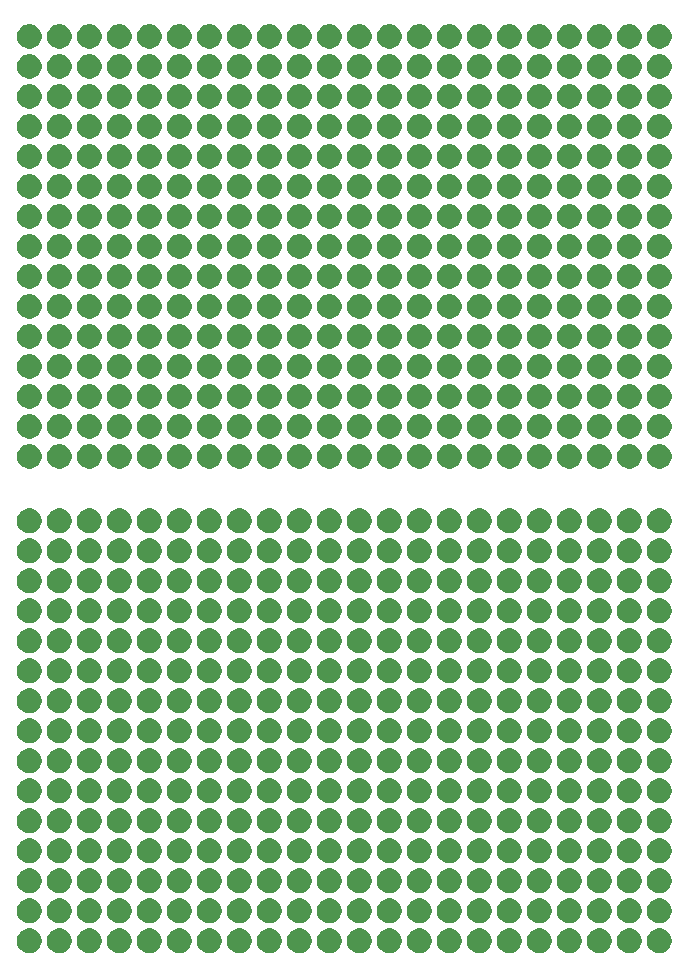
<source format=gbr>
G04 #@! TF.GenerationSoftware,KiCad,Pcbnew,5.1.5+dfsg1-2build2*
G04 #@! TF.CreationDate,2022-07-24T21:39:07-05:00*
G04 #@! TF.ProjectId,,58585858-5858-4585-9858-585858585858,rev?*
G04 #@! TF.SameCoordinates,Original*
G04 #@! TF.FileFunction,Soldermask,Top*
G04 #@! TF.FilePolarity,Negative*
%FSLAX46Y46*%
G04 Gerber Fmt 4.6, Leading zero omitted, Abs format (unit mm)*
G04 Created by KiCad (PCBNEW 5.1.5+dfsg1-2build2) date 2022-07-24 21:39:07*
%MOMM*%
%LPD*%
G04 APERTURE LIST*
%ADD10C,0.100000*%
G04 APERTURE END LIST*
D10*
G36*
X106211864Y-120506429D02*
G01*
X106403133Y-120585655D01*
X106403135Y-120585656D01*
X106575273Y-120700675D01*
X106721665Y-120847067D01*
X106836685Y-121019207D01*
X106915911Y-121210476D01*
X106956300Y-121413524D01*
X106956300Y-121620556D01*
X106915911Y-121823604D01*
X106836685Y-122014873D01*
X106836684Y-122014875D01*
X106721665Y-122187013D01*
X106575273Y-122333405D01*
X106403135Y-122448424D01*
X106403134Y-122448425D01*
X106403133Y-122448425D01*
X106211864Y-122527651D01*
X106008816Y-122568040D01*
X105801784Y-122568040D01*
X105598736Y-122527651D01*
X105407467Y-122448425D01*
X105407466Y-122448425D01*
X105407465Y-122448424D01*
X105235327Y-122333405D01*
X105088935Y-122187013D01*
X104973916Y-122014875D01*
X104973915Y-122014873D01*
X104894689Y-121823604D01*
X104854300Y-121620556D01*
X104854300Y-121413524D01*
X104894689Y-121210476D01*
X104973915Y-121019207D01*
X105088935Y-120847067D01*
X105235327Y-120700675D01*
X105407465Y-120585656D01*
X105407467Y-120585655D01*
X105598736Y-120506429D01*
X105801784Y-120466040D01*
X106008816Y-120466040D01*
X106211864Y-120506429D01*
G37*
G36*
X146851864Y-120506429D02*
G01*
X147043133Y-120585655D01*
X147043135Y-120585656D01*
X147215273Y-120700675D01*
X147361665Y-120847067D01*
X147476685Y-121019207D01*
X147555911Y-121210476D01*
X147596300Y-121413524D01*
X147596300Y-121620556D01*
X147555911Y-121823604D01*
X147476685Y-122014873D01*
X147476684Y-122014875D01*
X147361665Y-122187013D01*
X147215273Y-122333405D01*
X147043135Y-122448424D01*
X147043134Y-122448425D01*
X147043133Y-122448425D01*
X146851864Y-122527651D01*
X146648816Y-122568040D01*
X146441784Y-122568040D01*
X146238736Y-122527651D01*
X146047467Y-122448425D01*
X146047466Y-122448425D01*
X146047465Y-122448424D01*
X145875327Y-122333405D01*
X145728935Y-122187013D01*
X145613916Y-122014875D01*
X145613915Y-122014873D01*
X145534689Y-121823604D01*
X145494300Y-121620556D01*
X145494300Y-121413524D01*
X145534689Y-121210476D01*
X145613915Y-121019207D01*
X145728935Y-120847067D01*
X145875327Y-120700675D01*
X146047465Y-120585656D01*
X146047467Y-120585655D01*
X146238736Y-120506429D01*
X146441784Y-120466040D01*
X146648816Y-120466040D01*
X146851864Y-120506429D01*
G37*
G36*
X108751864Y-120506429D02*
G01*
X108943133Y-120585655D01*
X108943135Y-120585656D01*
X109115273Y-120700675D01*
X109261665Y-120847067D01*
X109376685Y-121019207D01*
X109455911Y-121210476D01*
X109496300Y-121413524D01*
X109496300Y-121620556D01*
X109455911Y-121823604D01*
X109376685Y-122014873D01*
X109376684Y-122014875D01*
X109261665Y-122187013D01*
X109115273Y-122333405D01*
X108943135Y-122448424D01*
X108943134Y-122448425D01*
X108943133Y-122448425D01*
X108751864Y-122527651D01*
X108548816Y-122568040D01*
X108341784Y-122568040D01*
X108138736Y-122527651D01*
X107947467Y-122448425D01*
X107947466Y-122448425D01*
X107947465Y-122448424D01*
X107775327Y-122333405D01*
X107628935Y-122187013D01*
X107513916Y-122014875D01*
X107513915Y-122014873D01*
X107434689Y-121823604D01*
X107394300Y-121620556D01*
X107394300Y-121413524D01*
X107434689Y-121210476D01*
X107513915Y-121019207D01*
X107628935Y-120847067D01*
X107775327Y-120700675D01*
X107947465Y-120585656D01*
X107947467Y-120585655D01*
X108138736Y-120506429D01*
X108341784Y-120466040D01*
X108548816Y-120466040D01*
X108751864Y-120506429D01*
G37*
G36*
X126531864Y-120506429D02*
G01*
X126723133Y-120585655D01*
X126723135Y-120585656D01*
X126895273Y-120700675D01*
X127041665Y-120847067D01*
X127156685Y-121019207D01*
X127235911Y-121210476D01*
X127276300Y-121413524D01*
X127276300Y-121620556D01*
X127235911Y-121823604D01*
X127156685Y-122014873D01*
X127156684Y-122014875D01*
X127041665Y-122187013D01*
X126895273Y-122333405D01*
X126723135Y-122448424D01*
X126723134Y-122448425D01*
X126723133Y-122448425D01*
X126531864Y-122527651D01*
X126328816Y-122568040D01*
X126121784Y-122568040D01*
X125918736Y-122527651D01*
X125727467Y-122448425D01*
X125727466Y-122448425D01*
X125727465Y-122448424D01*
X125555327Y-122333405D01*
X125408935Y-122187013D01*
X125293916Y-122014875D01*
X125293915Y-122014873D01*
X125214689Y-121823604D01*
X125174300Y-121620556D01*
X125174300Y-121413524D01*
X125214689Y-121210476D01*
X125293915Y-121019207D01*
X125408935Y-120847067D01*
X125555327Y-120700675D01*
X125727465Y-120585656D01*
X125727467Y-120585655D01*
X125918736Y-120506429D01*
X126121784Y-120466040D01*
X126328816Y-120466040D01*
X126531864Y-120506429D01*
G37*
G36*
X111291864Y-120506429D02*
G01*
X111483133Y-120585655D01*
X111483135Y-120585656D01*
X111655273Y-120700675D01*
X111801665Y-120847067D01*
X111916685Y-121019207D01*
X111995911Y-121210476D01*
X112036300Y-121413524D01*
X112036300Y-121620556D01*
X111995911Y-121823604D01*
X111916685Y-122014873D01*
X111916684Y-122014875D01*
X111801665Y-122187013D01*
X111655273Y-122333405D01*
X111483135Y-122448424D01*
X111483134Y-122448425D01*
X111483133Y-122448425D01*
X111291864Y-122527651D01*
X111088816Y-122568040D01*
X110881784Y-122568040D01*
X110678736Y-122527651D01*
X110487467Y-122448425D01*
X110487466Y-122448425D01*
X110487465Y-122448424D01*
X110315327Y-122333405D01*
X110168935Y-122187013D01*
X110053916Y-122014875D01*
X110053915Y-122014873D01*
X109974689Y-121823604D01*
X109934300Y-121620556D01*
X109934300Y-121413524D01*
X109974689Y-121210476D01*
X110053915Y-121019207D01*
X110168935Y-120847067D01*
X110315327Y-120700675D01*
X110487465Y-120585656D01*
X110487467Y-120585655D01*
X110678736Y-120506429D01*
X110881784Y-120466040D01*
X111088816Y-120466040D01*
X111291864Y-120506429D01*
G37*
G36*
X113831864Y-120506429D02*
G01*
X114023133Y-120585655D01*
X114023135Y-120585656D01*
X114195273Y-120700675D01*
X114341665Y-120847067D01*
X114456685Y-121019207D01*
X114535911Y-121210476D01*
X114576300Y-121413524D01*
X114576300Y-121620556D01*
X114535911Y-121823604D01*
X114456685Y-122014873D01*
X114456684Y-122014875D01*
X114341665Y-122187013D01*
X114195273Y-122333405D01*
X114023135Y-122448424D01*
X114023134Y-122448425D01*
X114023133Y-122448425D01*
X113831864Y-122527651D01*
X113628816Y-122568040D01*
X113421784Y-122568040D01*
X113218736Y-122527651D01*
X113027467Y-122448425D01*
X113027466Y-122448425D01*
X113027465Y-122448424D01*
X112855327Y-122333405D01*
X112708935Y-122187013D01*
X112593916Y-122014875D01*
X112593915Y-122014873D01*
X112514689Y-121823604D01*
X112474300Y-121620556D01*
X112474300Y-121413524D01*
X112514689Y-121210476D01*
X112593915Y-121019207D01*
X112708935Y-120847067D01*
X112855327Y-120700675D01*
X113027465Y-120585656D01*
X113027467Y-120585655D01*
X113218736Y-120506429D01*
X113421784Y-120466040D01*
X113628816Y-120466040D01*
X113831864Y-120506429D01*
G37*
G36*
X116371864Y-120506429D02*
G01*
X116563133Y-120585655D01*
X116563135Y-120585656D01*
X116735273Y-120700675D01*
X116881665Y-120847067D01*
X116996685Y-121019207D01*
X117075911Y-121210476D01*
X117116300Y-121413524D01*
X117116300Y-121620556D01*
X117075911Y-121823604D01*
X116996685Y-122014873D01*
X116996684Y-122014875D01*
X116881665Y-122187013D01*
X116735273Y-122333405D01*
X116563135Y-122448424D01*
X116563134Y-122448425D01*
X116563133Y-122448425D01*
X116371864Y-122527651D01*
X116168816Y-122568040D01*
X115961784Y-122568040D01*
X115758736Y-122527651D01*
X115567467Y-122448425D01*
X115567466Y-122448425D01*
X115567465Y-122448424D01*
X115395327Y-122333405D01*
X115248935Y-122187013D01*
X115133916Y-122014875D01*
X115133915Y-122014873D01*
X115054689Y-121823604D01*
X115014300Y-121620556D01*
X115014300Y-121413524D01*
X115054689Y-121210476D01*
X115133915Y-121019207D01*
X115248935Y-120847067D01*
X115395327Y-120700675D01*
X115567465Y-120585656D01*
X115567467Y-120585655D01*
X115758736Y-120506429D01*
X115961784Y-120466040D01*
X116168816Y-120466040D01*
X116371864Y-120506429D01*
G37*
G36*
X118911864Y-120506429D02*
G01*
X119103133Y-120585655D01*
X119103135Y-120585656D01*
X119275273Y-120700675D01*
X119421665Y-120847067D01*
X119536685Y-121019207D01*
X119615911Y-121210476D01*
X119656300Y-121413524D01*
X119656300Y-121620556D01*
X119615911Y-121823604D01*
X119536685Y-122014873D01*
X119536684Y-122014875D01*
X119421665Y-122187013D01*
X119275273Y-122333405D01*
X119103135Y-122448424D01*
X119103134Y-122448425D01*
X119103133Y-122448425D01*
X118911864Y-122527651D01*
X118708816Y-122568040D01*
X118501784Y-122568040D01*
X118298736Y-122527651D01*
X118107467Y-122448425D01*
X118107466Y-122448425D01*
X118107465Y-122448424D01*
X117935327Y-122333405D01*
X117788935Y-122187013D01*
X117673916Y-122014875D01*
X117673915Y-122014873D01*
X117594689Y-121823604D01*
X117554300Y-121620556D01*
X117554300Y-121413524D01*
X117594689Y-121210476D01*
X117673915Y-121019207D01*
X117788935Y-120847067D01*
X117935327Y-120700675D01*
X118107465Y-120585656D01*
X118107467Y-120585655D01*
X118298736Y-120506429D01*
X118501784Y-120466040D01*
X118708816Y-120466040D01*
X118911864Y-120506429D01*
G37*
G36*
X121451864Y-120506429D02*
G01*
X121643133Y-120585655D01*
X121643135Y-120585656D01*
X121815273Y-120700675D01*
X121961665Y-120847067D01*
X122076685Y-121019207D01*
X122155911Y-121210476D01*
X122196300Y-121413524D01*
X122196300Y-121620556D01*
X122155911Y-121823604D01*
X122076685Y-122014873D01*
X122076684Y-122014875D01*
X121961665Y-122187013D01*
X121815273Y-122333405D01*
X121643135Y-122448424D01*
X121643134Y-122448425D01*
X121643133Y-122448425D01*
X121451864Y-122527651D01*
X121248816Y-122568040D01*
X121041784Y-122568040D01*
X120838736Y-122527651D01*
X120647467Y-122448425D01*
X120647466Y-122448425D01*
X120647465Y-122448424D01*
X120475327Y-122333405D01*
X120328935Y-122187013D01*
X120213916Y-122014875D01*
X120213915Y-122014873D01*
X120134689Y-121823604D01*
X120094300Y-121620556D01*
X120094300Y-121413524D01*
X120134689Y-121210476D01*
X120213915Y-121019207D01*
X120328935Y-120847067D01*
X120475327Y-120700675D01*
X120647465Y-120585656D01*
X120647467Y-120585655D01*
X120838736Y-120506429D01*
X121041784Y-120466040D01*
X121248816Y-120466040D01*
X121451864Y-120506429D01*
G37*
G36*
X123991864Y-120506429D02*
G01*
X124183133Y-120585655D01*
X124183135Y-120585656D01*
X124355273Y-120700675D01*
X124501665Y-120847067D01*
X124616685Y-121019207D01*
X124695911Y-121210476D01*
X124736300Y-121413524D01*
X124736300Y-121620556D01*
X124695911Y-121823604D01*
X124616685Y-122014873D01*
X124616684Y-122014875D01*
X124501665Y-122187013D01*
X124355273Y-122333405D01*
X124183135Y-122448424D01*
X124183134Y-122448425D01*
X124183133Y-122448425D01*
X123991864Y-122527651D01*
X123788816Y-122568040D01*
X123581784Y-122568040D01*
X123378736Y-122527651D01*
X123187467Y-122448425D01*
X123187466Y-122448425D01*
X123187465Y-122448424D01*
X123015327Y-122333405D01*
X122868935Y-122187013D01*
X122753916Y-122014875D01*
X122753915Y-122014873D01*
X122674689Y-121823604D01*
X122634300Y-121620556D01*
X122634300Y-121413524D01*
X122674689Y-121210476D01*
X122753915Y-121019207D01*
X122868935Y-120847067D01*
X123015327Y-120700675D01*
X123187465Y-120585656D01*
X123187467Y-120585655D01*
X123378736Y-120506429D01*
X123581784Y-120466040D01*
X123788816Y-120466040D01*
X123991864Y-120506429D01*
G37*
G36*
X149391864Y-120506429D02*
G01*
X149583133Y-120585655D01*
X149583135Y-120585656D01*
X149755273Y-120700675D01*
X149901665Y-120847067D01*
X150016685Y-121019207D01*
X150095911Y-121210476D01*
X150136300Y-121413524D01*
X150136300Y-121620556D01*
X150095911Y-121823604D01*
X150016685Y-122014873D01*
X150016684Y-122014875D01*
X149901665Y-122187013D01*
X149755273Y-122333405D01*
X149583135Y-122448424D01*
X149583134Y-122448425D01*
X149583133Y-122448425D01*
X149391864Y-122527651D01*
X149188816Y-122568040D01*
X148981784Y-122568040D01*
X148778736Y-122527651D01*
X148587467Y-122448425D01*
X148587466Y-122448425D01*
X148587465Y-122448424D01*
X148415327Y-122333405D01*
X148268935Y-122187013D01*
X148153916Y-122014875D01*
X148153915Y-122014873D01*
X148074689Y-121823604D01*
X148034300Y-121620556D01*
X148034300Y-121413524D01*
X148074689Y-121210476D01*
X148153915Y-121019207D01*
X148268935Y-120847067D01*
X148415327Y-120700675D01*
X148587465Y-120585656D01*
X148587467Y-120585655D01*
X148778736Y-120506429D01*
X148981784Y-120466040D01*
X149188816Y-120466040D01*
X149391864Y-120506429D01*
G37*
G36*
X103671864Y-120506429D02*
G01*
X103863133Y-120585655D01*
X103863135Y-120585656D01*
X104035273Y-120700675D01*
X104181665Y-120847067D01*
X104296685Y-121019207D01*
X104375911Y-121210476D01*
X104416300Y-121413524D01*
X104416300Y-121620556D01*
X104375911Y-121823604D01*
X104296685Y-122014873D01*
X104296684Y-122014875D01*
X104181665Y-122187013D01*
X104035273Y-122333405D01*
X103863135Y-122448424D01*
X103863134Y-122448425D01*
X103863133Y-122448425D01*
X103671864Y-122527651D01*
X103468816Y-122568040D01*
X103261784Y-122568040D01*
X103058736Y-122527651D01*
X102867467Y-122448425D01*
X102867466Y-122448425D01*
X102867465Y-122448424D01*
X102695327Y-122333405D01*
X102548935Y-122187013D01*
X102433916Y-122014875D01*
X102433915Y-122014873D01*
X102354689Y-121823604D01*
X102314300Y-121620556D01*
X102314300Y-121413524D01*
X102354689Y-121210476D01*
X102433915Y-121019207D01*
X102548935Y-120847067D01*
X102695327Y-120700675D01*
X102867465Y-120585656D01*
X102867467Y-120585655D01*
X103058736Y-120506429D01*
X103261784Y-120466040D01*
X103468816Y-120466040D01*
X103671864Y-120506429D01*
G37*
G36*
X141771864Y-120506429D02*
G01*
X141963133Y-120585655D01*
X141963135Y-120585656D01*
X142135273Y-120700675D01*
X142281665Y-120847067D01*
X142396685Y-121019207D01*
X142475911Y-121210476D01*
X142516300Y-121413524D01*
X142516300Y-121620556D01*
X142475911Y-121823604D01*
X142396685Y-122014873D01*
X142396684Y-122014875D01*
X142281665Y-122187013D01*
X142135273Y-122333405D01*
X141963135Y-122448424D01*
X141963134Y-122448425D01*
X141963133Y-122448425D01*
X141771864Y-122527651D01*
X141568816Y-122568040D01*
X141361784Y-122568040D01*
X141158736Y-122527651D01*
X140967467Y-122448425D01*
X140967466Y-122448425D01*
X140967465Y-122448424D01*
X140795327Y-122333405D01*
X140648935Y-122187013D01*
X140533916Y-122014875D01*
X140533915Y-122014873D01*
X140454689Y-121823604D01*
X140414300Y-121620556D01*
X140414300Y-121413524D01*
X140454689Y-121210476D01*
X140533915Y-121019207D01*
X140648935Y-120847067D01*
X140795327Y-120700675D01*
X140967465Y-120585656D01*
X140967467Y-120585655D01*
X141158736Y-120506429D01*
X141361784Y-120466040D01*
X141568816Y-120466040D01*
X141771864Y-120506429D01*
G37*
G36*
X139231864Y-120506429D02*
G01*
X139423133Y-120585655D01*
X139423135Y-120585656D01*
X139595273Y-120700675D01*
X139741665Y-120847067D01*
X139856685Y-121019207D01*
X139935911Y-121210476D01*
X139976300Y-121413524D01*
X139976300Y-121620556D01*
X139935911Y-121823604D01*
X139856685Y-122014873D01*
X139856684Y-122014875D01*
X139741665Y-122187013D01*
X139595273Y-122333405D01*
X139423135Y-122448424D01*
X139423134Y-122448425D01*
X139423133Y-122448425D01*
X139231864Y-122527651D01*
X139028816Y-122568040D01*
X138821784Y-122568040D01*
X138618736Y-122527651D01*
X138427467Y-122448425D01*
X138427466Y-122448425D01*
X138427465Y-122448424D01*
X138255327Y-122333405D01*
X138108935Y-122187013D01*
X137993916Y-122014875D01*
X137993915Y-122014873D01*
X137914689Y-121823604D01*
X137874300Y-121620556D01*
X137874300Y-121413524D01*
X137914689Y-121210476D01*
X137993915Y-121019207D01*
X138108935Y-120847067D01*
X138255327Y-120700675D01*
X138427465Y-120585656D01*
X138427467Y-120585655D01*
X138618736Y-120506429D01*
X138821784Y-120466040D01*
X139028816Y-120466040D01*
X139231864Y-120506429D01*
G37*
G36*
X136691864Y-120506429D02*
G01*
X136883133Y-120585655D01*
X136883135Y-120585656D01*
X137055273Y-120700675D01*
X137201665Y-120847067D01*
X137316685Y-121019207D01*
X137395911Y-121210476D01*
X137436300Y-121413524D01*
X137436300Y-121620556D01*
X137395911Y-121823604D01*
X137316685Y-122014873D01*
X137316684Y-122014875D01*
X137201665Y-122187013D01*
X137055273Y-122333405D01*
X136883135Y-122448424D01*
X136883134Y-122448425D01*
X136883133Y-122448425D01*
X136691864Y-122527651D01*
X136488816Y-122568040D01*
X136281784Y-122568040D01*
X136078736Y-122527651D01*
X135887467Y-122448425D01*
X135887466Y-122448425D01*
X135887465Y-122448424D01*
X135715327Y-122333405D01*
X135568935Y-122187013D01*
X135453916Y-122014875D01*
X135453915Y-122014873D01*
X135374689Y-121823604D01*
X135334300Y-121620556D01*
X135334300Y-121413524D01*
X135374689Y-121210476D01*
X135453915Y-121019207D01*
X135568935Y-120847067D01*
X135715327Y-120700675D01*
X135887465Y-120585656D01*
X135887467Y-120585655D01*
X136078736Y-120506429D01*
X136281784Y-120466040D01*
X136488816Y-120466040D01*
X136691864Y-120506429D01*
G37*
G36*
X134151864Y-120506429D02*
G01*
X134343133Y-120585655D01*
X134343135Y-120585656D01*
X134515273Y-120700675D01*
X134661665Y-120847067D01*
X134776685Y-121019207D01*
X134855911Y-121210476D01*
X134896300Y-121413524D01*
X134896300Y-121620556D01*
X134855911Y-121823604D01*
X134776685Y-122014873D01*
X134776684Y-122014875D01*
X134661665Y-122187013D01*
X134515273Y-122333405D01*
X134343135Y-122448424D01*
X134343134Y-122448425D01*
X134343133Y-122448425D01*
X134151864Y-122527651D01*
X133948816Y-122568040D01*
X133741784Y-122568040D01*
X133538736Y-122527651D01*
X133347467Y-122448425D01*
X133347466Y-122448425D01*
X133347465Y-122448424D01*
X133175327Y-122333405D01*
X133028935Y-122187013D01*
X132913916Y-122014875D01*
X132913915Y-122014873D01*
X132834689Y-121823604D01*
X132794300Y-121620556D01*
X132794300Y-121413524D01*
X132834689Y-121210476D01*
X132913915Y-121019207D01*
X133028935Y-120847067D01*
X133175327Y-120700675D01*
X133347465Y-120585656D01*
X133347467Y-120585655D01*
X133538736Y-120506429D01*
X133741784Y-120466040D01*
X133948816Y-120466040D01*
X134151864Y-120506429D01*
G37*
G36*
X131611864Y-120506429D02*
G01*
X131803133Y-120585655D01*
X131803135Y-120585656D01*
X131975273Y-120700675D01*
X132121665Y-120847067D01*
X132236685Y-121019207D01*
X132315911Y-121210476D01*
X132356300Y-121413524D01*
X132356300Y-121620556D01*
X132315911Y-121823604D01*
X132236685Y-122014873D01*
X132236684Y-122014875D01*
X132121665Y-122187013D01*
X131975273Y-122333405D01*
X131803135Y-122448424D01*
X131803134Y-122448425D01*
X131803133Y-122448425D01*
X131611864Y-122527651D01*
X131408816Y-122568040D01*
X131201784Y-122568040D01*
X130998736Y-122527651D01*
X130807467Y-122448425D01*
X130807466Y-122448425D01*
X130807465Y-122448424D01*
X130635327Y-122333405D01*
X130488935Y-122187013D01*
X130373916Y-122014875D01*
X130373915Y-122014873D01*
X130294689Y-121823604D01*
X130254300Y-121620556D01*
X130254300Y-121413524D01*
X130294689Y-121210476D01*
X130373915Y-121019207D01*
X130488935Y-120847067D01*
X130635327Y-120700675D01*
X130807465Y-120585656D01*
X130807467Y-120585655D01*
X130998736Y-120506429D01*
X131201784Y-120466040D01*
X131408816Y-120466040D01*
X131611864Y-120506429D01*
G37*
G36*
X129071864Y-120506429D02*
G01*
X129263133Y-120585655D01*
X129263135Y-120585656D01*
X129435273Y-120700675D01*
X129581665Y-120847067D01*
X129696685Y-121019207D01*
X129775911Y-121210476D01*
X129816300Y-121413524D01*
X129816300Y-121620556D01*
X129775911Y-121823604D01*
X129696685Y-122014873D01*
X129696684Y-122014875D01*
X129581665Y-122187013D01*
X129435273Y-122333405D01*
X129263135Y-122448424D01*
X129263134Y-122448425D01*
X129263133Y-122448425D01*
X129071864Y-122527651D01*
X128868816Y-122568040D01*
X128661784Y-122568040D01*
X128458736Y-122527651D01*
X128267467Y-122448425D01*
X128267466Y-122448425D01*
X128267465Y-122448424D01*
X128095327Y-122333405D01*
X127948935Y-122187013D01*
X127833916Y-122014875D01*
X127833915Y-122014873D01*
X127754689Y-121823604D01*
X127714300Y-121620556D01*
X127714300Y-121413524D01*
X127754689Y-121210476D01*
X127833915Y-121019207D01*
X127948935Y-120847067D01*
X128095327Y-120700675D01*
X128267465Y-120585656D01*
X128267467Y-120585655D01*
X128458736Y-120506429D01*
X128661784Y-120466040D01*
X128868816Y-120466040D01*
X129071864Y-120506429D01*
G37*
G36*
X154471864Y-120506429D02*
G01*
X154663133Y-120585655D01*
X154663135Y-120585656D01*
X154835273Y-120700675D01*
X154981665Y-120847067D01*
X155096685Y-121019207D01*
X155175911Y-121210476D01*
X155216300Y-121413524D01*
X155216300Y-121620556D01*
X155175911Y-121823604D01*
X155096685Y-122014873D01*
X155096684Y-122014875D01*
X154981665Y-122187013D01*
X154835273Y-122333405D01*
X154663135Y-122448424D01*
X154663134Y-122448425D01*
X154663133Y-122448425D01*
X154471864Y-122527651D01*
X154268816Y-122568040D01*
X154061784Y-122568040D01*
X153858736Y-122527651D01*
X153667467Y-122448425D01*
X153667466Y-122448425D01*
X153667465Y-122448424D01*
X153495327Y-122333405D01*
X153348935Y-122187013D01*
X153233916Y-122014875D01*
X153233915Y-122014873D01*
X153154689Y-121823604D01*
X153114300Y-121620556D01*
X153114300Y-121413524D01*
X153154689Y-121210476D01*
X153233915Y-121019207D01*
X153348935Y-120847067D01*
X153495327Y-120700675D01*
X153667465Y-120585656D01*
X153667467Y-120585655D01*
X153858736Y-120506429D01*
X154061784Y-120466040D01*
X154268816Y-120466040D01*
X154471864Y-120506429D01*
G37*
G36*
X151931864Y-120506429D02*
G01*
X152123133Y-120585655D01*
X152123135Y-120585656D01*
X152295273Y-120700675D01*
X152441665Y-120847067D01*
X152556685Y-121019207D01*
X152635911Y-121210476D01*
X152676300Y-121413524D01*
X152676300Y-121620556D01*
X152635911Y-121823604D01*
X152556685Y-122014873D01*
X152556684Y-122014875D01*
X152441665Y-122187013D01*
X152295273Y-122333405D01*
X152123135Y-122448424D01*
X152123134Y-122448425D01*
X152123133Y-122448425D01*
X151931864Y-122527651D01*
X151728816Y-122568040D01*
X151521784Y-122568040D01*
X151318736Y-122527651D01*
X151127467Y-122448425D01*
X151127466Y-122448425D01*
X151127465Y-122448424D01*
X150955327Y-122333405D01*
X150808935Y-122187013D01*
X150693916Y-122014875D01*
X150693915Y-122014873D01*
X150614689Y-121823604D01*
X150574300Y-121620556D01*
X150574300Y-121413524D01*
X150614689Y-121210476D01*
X150693915Y-121019207D01*
X150808935Y-120847067D01*
X150955327Y-120700675D01*
X151127465Y-120585656D01*
X151127467Y-120585655D01*
X151318736Y-120506429D01*
X151521784Y-120466040D01*
X151728816Y-120466040D01*
X151931864Y-120506429D01*
G37*
G36*
X101131864Y-120506429D02*
G01*
X101323133Y-120585655D01*
X101323135Y-120585656D01*
X101495273Y-120700675D01*
X101641665Y-120847067D01*
X101756685Y-121019207D01*
X101835911Y-121210476D01*
X101876300Y-121413524D01*
X101876300Y-121620556D01*
X101835911Y-121823604D01*
X101756685Y-122014873D01*
X101756684Y-122014875D01*
X101641665Y-122187013D01*
X101495273Y-122333405D01*
X101323135Y-122448424D01*
X101323134Y-122448425D01*
X101323133Y-122448425D01*
X101131864Y-122527651D01*
X100928816Y-122568040D01*
X100721784Y-122568040D01*
X100518736Y-122527651D01*
X100327467Y-122448425D01*
X100327466Y-122448425D01*
X100327465Y-122448424D01*
X100155327Y-122333405D01*
X100008935Y-122187013D01*
X99893916Y-122014875D01*
X99893915Y-122014873D01*
X99814689Y-121823604D01*
X99774300Y-121620556D01*
X99774300Y-121413524D01*
X99814689Y-121210476D01*
X99893915Y-121019207D01*
X100008935Y-120847067D01*
X100155327Y-120700675D01*
X100327465Y-120585656D01*
X100327467Y-120585655D01*
X100518736Y-120506429D01*
X100721784Y-120466040D01*
X100928816Y-120466040D01*
X101131864Y-120506429D01*
G37*
G36*
X144311864Y-120506429D02*
G01*
X144503133Y-120585655D01*
X144503135Y-120585656D01*
X144675273Y-120700675D01*
X144821665Y-120847067D01*
X144936685Y-121019207D01*
X145015911Y-121210476D01*
X145056300Y-121413524D01*
X145056300Y-121620556D01*
X145015911Y-121823604D01*
X144936685Y-122014873D01*
X144936684Y-122014875D01*
X144821665Y-122187013D01*
X144675273Y-122333405D01*
X144503135Y-122448424D01*
X144503134Y-122448425D01*
X144503133Y-122448425D01*
X144311864Y-122527651D01*
X144108816Y-122568040D01*
X143901784Y-122568040D01*
X143698736Y-122527651D01*
X143507467Y-122448425D01*
X143507466Y-122448425D01*
X143507465Y-122448424D01*
X143335327Y-122333405D01*
X143188935Y-122187013D01*
X143073916Y-122014875D01*
X143073915Y-122014873D01*
X142994689Y-121823604D01*
X142954300Y-121620556D01*
X142954300Y-121413524D01*
X142994689Y-121210476D01*
X143073915Y-121019207D01*
X143188935Y-120847067D01*
X143335327Y-120700675D01*
X143507465Y-120585656D01*
X143507467Y-120585655D01*
X143698736Y-120506429D01*
X143901784Y-120466040D01*
X144108816Y-120466040D01*
X144311864Y-120506429D01*
G37*
G36*
X134151864Y-117966429D02*
G01*
X134343133Y-118045655D01*
X134343135Y-118045656D01*
X134515273Y-118160675D01*
X134661665Y-118307067D01*
X134776685Y-118479207D01*
X134855911Y-118670476D01*
X134896300Y-118873524D01*
X134896300Y-119080556D01*
X134855911Y-119283604D01*
X134776685Y-119474873D01*
X134776684Y-119474875D01*
X134661665Y-119647013D01*
X134515273Y-119793405D01*
X134343135Y-119908424D01*
X134343134Y-119908425D01*
X134343133Y-119908425D01*
X134151864Y-119987651D01*
X133948816Y-120028040D01*
X133741784Y-120028040D01*
X133538736Y-119987651D01*
X133347467Y-119908425D01*
X133347466Y-119908425D01*
X133347465Y-119908424D01*
X133175327Y-119793405D01*
X133028935Y-119647013D01*
X132913916Y-119474875D01*
X132913915Y-119474873D01*
X132834689Y-119283604D01*
X132794300Y-119080556D01*
X132794300Y-118873524D01*
X132834689Y-118670476D01*
X132913915Y-118479207D01*
X133028935Y-118307067D01*
X133175327Y-118160675D01*
X133347465Y-118045656D01*
X133347467Y-118045655D01*
X133538736Y-117966429D01*
X133741784Y-117926040D01*
X133948816Y-117926040D01*
X134151864Y-117966429D01*
G37*
G36*
X131611864Y-117966429D02*
G01*
X131803133Y-118045655D01*
X131803135Y-118045656D01*
X131975273Y-118160675D01*
X132121665Y-118307067D01*
X132236685Y-118479207D01*
X132315911Y-118670476D01*
X132356300Y-118873524D01*
X132356300Y-119080556D01*
X132315911Y-119283604D01*
X132236685Y-119474873D01*
X132236684Y-119474875D01*
X132121665Y-119647013D01*
X131975273Y-119793405D01*
X131803135Y-119908424D01*
X131803134Y-119908425D01*
X131803133Y-119908425D01*
X131611864Y-119987651D01*
X131408816Y-120028040D01*
X131201784Y-120028040D01*
X130998736Y-119987651D01*
X130807467Y-119908425D01*
X130807466Y-119908425D01*
X130807465Y-119908424D01*
X130635327Y-119793405D01*
X130488935Y-119647013D01*
X130373916Y-119474875D01*
X130373915Y-119474873D01*
X130294689Y-119283604D01*
X130254300Y-119080556D01*
X130254300Y-118873524D01*
X130294689Y-118670476D01*
X130373915Y-118479207D01*
X130488935Y-118307067D01*
X130635327Y-118160675D01*
X130807465Y-118045656D01*
X130807467Y-118045655D01*
X130998736Y-117966429D01*
X131201784Y-117926040D01*
X131408816Y-117926040D01*
X131611864Y-117966429D01*
G37*
G36*
X144311864Y-117966429D02*
G01*
X144503133Y-118045655D01*
X144503135Y-118045656D01*
X144675273Y-118160675D01*
X144821665Y-118307067D01*
X144936685Y-118479207D01*
X145015911Y-118670476D01*
X145056300Y-118873524D01*
X145056300Y-119080556D01*
X145015911Y-119283604D01*
X144936685Y-119474873D01*
X144936684Y-119474875D01*
X144821665Y-119647013D01*
X144675273Y-119793405D01*
X144503135Y-119908424D01*
X144503134Y-119908425D01*
X144503133Y-119908425D01*
X144311864Y-119987651D01*
X144108816Y-120028040D01*
X143901784Y-120028040D01*
X143698736Y-119987651D01*
X143507467Y-119908425D01*
X143507466Y-119908425D01*
X143507465Y-119908424D01*
X143335327Y-119793405D01*
X143188935Y-119647013D01*
X143073916Y-119474875D01*
X143073915Y-119474873D01*
X142994689Y-119283604D01*
X142954300Y-119080556D01*
X142954300Y-118873524D01*
X142994689Y-118670476D01*
X143073915Y-118479207D01*
X143188935Y-118307067D01*
X143335327Y-118160675D01*
X143507465Y-118045656D01*
X143507467Y-118045655D01*
X143698736Y-117966429D01*
X143901784Y-117926040D01*
X144108816Y-117926040D01*
X144311864Y-117966429D01*
G37*
G36*
X113831864Y-117966429D02*
G01*
X114023133Y-118045655D01*
X114023135Y-118045656D01*
X114195273Y-118160675D01*
X114341665Y-118307067D01*
X114456685Y-118479207D01*
X114535911Y-118670476D01*
X114576300Y-118873524D01*
X114576300Y-119080556D01*
X114535911Y-119283604D01*
X114456685Y-119474873D01*
X114456684Y-119474875D01*
X114341665Y-119647013D01*
X114195273Y-119793405D01*
X114023135Y-119908424D01*
X114023134Y-119908425D01*
X114023133Y-119908425D01*
X113831864Y-119987651D01*
X113628816Y-120028040D01*
X113421784Y-120028040D01*
X113218736Y-119987651D01*
X113027467Y-119908425D01*
X113027466Y-119908425D01*
X113027465Y-119908424D01*
X112855327Y-119793405D01*
X112708935Y-119647013D01*
X112593916Y-119474875D01*
X112593915Y-119474873D01*
X112514689Y-119283604D01*
X112474300Y-119080556D01*
X112474300Y-118873524D01*
X112514689Y-118670476D01*
X112593915Y-118479207D01*
X112708935Y-118307067D01*
X112855327Y-118160675D01*
X113027465Y-118045656D01*
X113027467Y-118045655D01*
X113218736Y-117966429D01*
X113421784Y-117926040D01*
X113628816Y-117926040D01*
X113831864Y-117966429D01*
G37*
G36*
X126531864Y-117966429D02*
G01*
X126723133Y-118045655D01*
X126723135Y-118045656D01*
X126895273Y-118160675D01*
X127041665Y-118307067D01*
X127156685Y-118479207D01*
X127235911Y-118670476D01*
X127276300Y-118873524D01*
X127276300Y-119080556D01*
X127235911Y-119283604D01*
X127156685Y-119474873D01*
X127156684Y-119474875D01*
X127041665Y-119647013D01*
X126895273Y-119793405D01*
X126723135Y-119908424D01*
X126723134Y-119908425D01*
X126723133Y-119908425D01*
X126531864Y-119987651D01*
X126328816Y-120028040D01*
X126121784Y-120028040D01*
X125918736Y-119987651D01*
X125727467Y-119908425D01*
X125727466Y-119908425D01*
X125727465Y-119908424D01*
X125555327Y-119793405D01*
X125408935Y-119647013D01*
X125293916Y-119474875D01*
X125293915Y-119474873D01*
X125214689Y-119283604D01*
X125174300Y-119080556D01*
X125174300Y-118873524D01*
X125214689Y-118670476D01*
X125293915Y-118479207D01*
X125408935Y-118307067D01*
X125555327Y-118160675D01*
X125727465Y-118045656D01*
X125727467Y-118045655D01*
X125918736Y-117966429D01*
X126121784Y-117926040D01*
X126328816Y-117926040D01*
X126531864Y-117966429D01*
G37*
G36*
X139231864Y-117966429D02*
G01*
X139423133Y-118045655D01*
X139423135Y-118045656D01*
X139595273Y-118160675D01*
X139741665Y-118307067D01*
X139856685Y-118479207D01*
X139935911Y-118670476D01*
X139976300Y-118873524D01*
X139976300Y-119080556D01*
X139935911Y-119283604D01*
X139856685Y-119474873D01*
X139856684Y-119474875D01*
X139741665Y-119647013D01*
X139595273Y-119793405D01*
X139423135Y-119908424D01*
X139423134Y-119908425D01*
X139423133Y-119908425D01*
X139231864Y-119987651D01*
X139028816Y-120028040D01*
X138821784Y-120028040D01*
X138618736Y-119987651D01*
X138427467Y-119908425D01*
X138427466Y-119908425D01*
X138427465Y-119908424D01*
X138255327Y-119793405D01*
X138108935Y-119647013D01*
X137993916Y-119474875D01*
X137993915Y-119474873D01*
X137914689Y-119283604D01*
X137874300Y-119080556D01*
X137874300Y-118873524D01*
X137914689Y-118670476D01*
X137993915Y-118479207D01*
X138108935Y-118307067D01*
X138255327Y-118160675D01*
X138427465Y-118045656D01*
X138427467Y-118045655D01*
X138618736Y-117966429D01*
X138821784Y-117926040D01*
X139028816Y-117926040D01*
X139231864Y-117966429D01*
G37*
G36*
X106211864Y-117966429D02*
G01*
X106403133Y-118045655D01*
X106403135Y-118045656D01*
X106575273Y-118160675D01*
X106721665Y-118307067D01*
X106836685Y-118479207D01*
X106915911Y-118670476D01*
X106956300Y-118873524D01*
X106956300Y-119080556D01*
X106915911Y-119283604D01*
X106836685Y-119474873D01*
X106836684Y-119474875D01*
X106721665Y-119647013D01*
X106575273Y-119793405D01*
X106403135Y-119908424D01*
X106403134Y-119908425D01*
X106403133Y-119908425D01*
X106211864Y-119987651D01*
X106008816Y-120028040D01*
X105801784Y-120028040D01*
X105598736Y-119987651D01*
X105407467Y-119908425D01*
X105407466Y-119908425D01*
X105407465Y-119908424D01*
X105235327Y-119793405D01*
X105088935Y-119647013D01*
X104973916Y-119474875D01*
X104973915Y-119474873D01*
X104894689Y-119283604D01*
X104854300Y-119080556D01*
X104854300Y-118873524D01*
X104894689Y-118670476D01*
X104973915Y-118479207D01*
X105088935Y-118307067D01*
X105235327Y-118160675D01*
X105407465Y-118045656D01*
X105407467Y-118045655D01*
X105598736Y-117966429D01*
X105801784Y-117926040D01*
X106008816Y-117926040D01*
X106211864Y-117966429D01*
G37*
G36*
X108751864Y-117966429D02*
G01*
X108943133Y-118045655D01*
X108943135Y-118045656D01*
X109115273Y-118160675D01*
X109261665Y-118307067D01*
X109376685Y-118479207D01*
X109455911Y-118670476D01*
X109496300Y-118873524D01*
X109496300Y-119080556D01*
X109455911Y-119283604D01*
X109376685Y-119474873D01*
X109376684Y-119474875D01*
X109261665Y-119647013D01*
X109115273Y-119793405D01*
X108943135Y-119908424D01*
X108943134Y-119908425D01*
X108943133Y-119908425D01*
X108751864Y-119987651D01*
X108548816Y-120028040D01*
X108341784Y-120028040D01*
X108138736Y-119987651D01*
X107947467Y-119908425D01*
X107947466Y-119908425D01*
X107947465Y-119908424D01*
X107775327Y-119793405D01*
X107628935Y-119647013D01*
X107513916Y-119474875D01*
X107513915Y-119474873D01*
X107434689Y-119283604D01*
X107394300Y-119080556D01*
X107394300Y-118873524D01*
X107434689Y-118670476D01*
X107513915Y-118479207D01*
X107628935Y-118307067D01*
X107775327Y-118160675D01*
X107947465Y-118045656D01*
X107947467Y-118045655D01*
X108138736Y-117966429D01*
X108341784Y-117926040D01*
X108548816Y-117926040D01*
X108751864Y-117966429D01*
G37*
G36*
X101131864Y-117966429D02*
G01*
X101323133Y-118045655D01*
X101323135Y-118045656D01*
X101495273Y-118160675D01*
X101641665Y-118307067D01*
X101756685Y-118479207D01*
X101835911Y-118670476D01*
X101876300Y-118873524D01*
X101876300Y-119080556D01*
X101835911Y-119283604D01*
X101756685Y-119474873D01*
X101756684Y-119474875D01*
X101641665Y-119647013D01*
X101495273Y-119793405D01*
X101323135Y-119908424D01*
X101323134Y-119908425D01*
X101323133Y-119908425D01*
X101131864Y-119987651D01*
X100928816Y-120028040D01*
X100721784Y-120028040D01*
X100518736Y-119987651D01*
X100327467Y-119908425D01*
X100327466Y-119908425D01*
X100327465Y-119908424D01*
X100155327Y-119793405D01*
X100008935Y-119647013D01*
X99893916Y-119474875D01*
X99893915Y-119474873D01*
X99814689Y-119283604D01*
X99774300Y-119080556D01*
X99774300Y-118873524D01*
X99814689Y-118670476D01*
X99893915Y-118479207D01*
X100008935Y-118307067D01*
X100155327Y-118160675D01*
X100327465Y-118045656D01*
X100327467Y-118045655D01*
X100518736Y-117966429D01*
X100721784Y-117926040D01*
X100928816Y-117926040D01*
X101131864Y-117966429D01*
G37*
G36*
X151931864Y-117966429D02*
G01*
X152123133Y-118045655D01*
X152123135Y-118045656D01*
X152295273Y-118160675D01*
X152441665Y-118307067D01*
X152556685Y-118479207D01*
X152635911Y-118670476D01*
X152676300Y-118873524D01*
X152676300Y-119080556D01*
X152635911Y-119283604D01*
X152556685Y-119474873D01*
X152556684Y-119474875D01*
X152441665Y-119647013D01*
X152295273Y-119793405D01*
X152123135Y-119908424D01*
X152123134Y-119908425D01*
X152123133Y-119908425D01*
X151931864Y-119987651D01*
X151728816Y-120028040D01*
X151521784Y-120028040D01*
X151318736Y-119987651D01*
X151127467Y-119908425D01*
X151127466Y-119908425D01*
X151127465Y-119908424D01*
X150955327Y-119793405D01*
X150808935Y-119647013D01*
X150693916Y-119474875D01*
X150693915Y-119474873D01*
X150614689Y-119283604D01*
X150574300Y-119080556D01*
X150574300Y-118873524D01*
X150614689Y-118670476D01*
X150693915Y-118479207D01*
X150808935Y-118307067D01*
X150955327Y-118160675D01*
X151127465Y-118045656D01*
X151127467Y-118045655D01*
X151318736Y-117966429D01*
X151521784Y-117926040D01*
X151728816Y-117926040D01*
X151931864Y-117966429D01*
G37*
G36*
X141771864Y-117966429D02*
G01*
X141963133Y-118045655D01*
X141963135Y-118045656D01*
X142135273Y-118160675D01*
X142281665Y-118307067D01*
X142396685Y-118479207D01*
X142475911Y-118670476D01*
X142516300Y-118873524D01*
X142516300Y-119080556D01*
X142475911Y-119283604D01*
X142396685Y-119474873D01*
X142396684Y-119474875D01*
X142281665Y-119647013D01*
X142135273Y-119793405D01*
X141963135Y-119908424D01*
X141963134Y-119908425D01*
X141963133Y-119908425D01*
X141771864Y-119987651D01*
X141568816Y-120028040D01*
X141361784Y-120028040D01*
X141158736Y-119987651D01*
X140967467Y-119908425D01*
X140967466Y-119908425D01*
X140967465Y-119908424D01*
X140795327Y-119793405D01*
X140648935Y-119647013D01*
X140533916Y-119474875D01*
X140533915Y-119474873D01*
X140454689Y-119283604D01*
X140414300Y-119080556D01*
X140414300Y-118873524D01*
X140454689Y-118670476D01*
X140533915Y-118479207D01*
X140648935Y-118307067D01*
X140795327Y-118160675D01*
X140967465Y-118045656D01*
X140967467Y-118045655D01*
X141158736Y-117966429D01*
X141361784Y-117926040D01*
X141568816Y-117926040D01*
X141771864Y-117966429D01*
G37*
G36*
X123991864Y-117966429D02*
G01*
X124183133Y-118045655D01*
X124183135Y-118045656D01*
X124355273Y-118160675D01*
X124501665Y-118307067D01*
X124616685Y-118479207D01*
X124695911Y-118670476D01*
X124736300Y-118873524D01*
X124736300Y-119080556D01*
X124695911Y-119283604D01*
X124616685Y-119474873D01*
X124616684Y-119474875D01*
X124501665Y-119647013D01*
X124355273Y-119793405D01*
X124183135Y-119908424D01*
X124183134Y-119908425D01*
X124183133Y-119908425D01*
X123991864Y-119987651D01*
X123788816Y-120028040D01*
X123581784Y-120028040D01*
X123378736Y-119987651D01*
X123187467Y-119908425D01*
X123187466Y-119908425D01*
X123187465Y-119908424D01*
X123015327Y-119793405D01*
X122868935Y-119647013D01*
X122753916Y-119474875D01*
X122753915Y-119474873D01*
X122674689Y-119283604D01*
X122634300Y-119080556D01*
X122634300Y-118873524D01*
X122674689Y-118670476D01*
X122753915Y-118479207D01*
X122868935Y-118307067D01*
X123015327Y-118160675D01*
X123187465Y-118045656D01*
X123187467Y-118045655D01*
X123378736Y-117966429D01*
X123581784Y-117926040D01*
X123788816Y-117926040D01*
X123991864Y-117966429D01*
G37*
G36*
X136691864Y-117966429D02*
G01*
X136883133Y-118045655D01*
X136883135Y-118045656D01*
X137055273Y-118160675D01*
X137201665Y-118307067D01*
X137316685Y-118479207D01*
X137395911Y-118670476D01*
X137436300Y-118873524D01*
X137436300Y-119080556D01*
X137395911Y-119283604D01*
X137316685Y-119474873D01*
X137316684Y-119474875D01*
X137201665Y-119647013D01*
X137055273Y-119793405D01*
X136883135Y-119908424D01*
X136883134Y-119908425D01*
X136883133Y-119908425D01*
X136691864Y-119987651D01*
X136488816Y-120028040D01*
X136281784Y-120028040D01*
X136078736Y-119987651D01*
X135887467Y-119908425D01*
X135887466Y-119908425D01*
X135887465Y-119908424D01*
X135715327Y-119793405D01*
X135568935Y-119647013D01*
X135453916Y-119474875D01*
X135453915Y-119474873D01*
X135374689Y-119283604D01*
X135334300Y-119080556D01*
X135334300Y-118873524D01*
X135374689Y-118670476D01*
X135453915Y-118479207D01*
X135568935Y-118307067D01*
X135715327Y-118160675D01*
X135887465Y-118045656D01*
X135887467Y-118045655D01*
X136078736Y-117966429D01*
X136281784Y-117926040D01*
X136488816Y-117926040D01*
X136691864Y-117966429D01*
G37*
G36*
X149391864Y-117966429D02*
G01*
X149583133Y-118045655D01*
X149583135Y-118045656D01*
X149755273Y-118160675D01*
X149901665Y-118307067D01*
X150016685Y-118479207D01*
X150095911Y-118670476D01*
X150136300Y-118873524D01*
X150136300Y-119080556D01*
X150095911Y-119283604D01*
X150016685Y-119474873D01*
X150016684Y-119474875D01*
X149901665Y-119647013D01*
X149755273Y-119793405D01*
X149583135Y-119908424D01*
X149583134Y-119908425D01*
X149583133Y-119908425D01*
X149391864Y-119987651D01*
X149188816Y-120028040D01*
X148981784Y-120028040D01*
X148778736Y-119987651D01*
X148587467Y-119908425D01*
X148587466Y-119908425D01*
X148587465Y-119908424D01*
X148415327Y-119793405D01*
X148268935Y-119647013D01*
X148153916Y-119474875D01*
X148153915Y-119474873D01*
X148074689Y-119283604D01*
X148034300Y-119080556D01*
X148034300Y-118873524D01*
X148074689Y-118670476D01*
X148153915Y-118479207D01*
X148268935Y-118307067D01*
X148415327Y-118160675D01*
X148587465Y-118045656D01*
X148587467Y-118045655D01*
X148778736Y-117966429D01*
X148981784Y-117926040D01*
X149188816Y-117926040D01*
X149391864Y-117966429D01*
G37*
G36*
X103671864Y-117966429D02*
G01*
X103863133Y-118045655D01*
X103863135Y-118045656D01*
X104035273Y-118160675D01*
X104181665Y-118307067D01*
X104296685Y-118479207D01*
X104375911Y-118670476D01*
X104416300Y-118873524D01*
X104416300Y-119080556D01*
X104375911Y-119283604D01*
X104296685Y-119474873D01*
X104296684Y-119474875D01*
X104181665Y-119647013D01*
X104035273Y-119793405D01*
X103863135Y-119908424D01*
X103863134Y-119908425D01*
X103863133Y-119908425D01*
X103671864Y-119987651D01*
X103468816Y-120028040D01*
X103261784Y-120028040D01*
X103058736Y-119987651D01*
X102867467Y-119908425D01*
X102867466Y-119908425D01*
X102867465Y-119908424D01*
X102695327Y-119793405D01*
X102548935Y-119647013D01*
X102433916Y-119474875D01*
X102433915Y-119474873D01*
X102354689Y-119283604D01*
X102314300Y-119080556D01*
X102314300Y-118873524D01*
X102354689Y-118670476D01*
X102433915Y-118479207D01*
X102548935Y-118307067D01*
X102695327Y-118160675D01*
X102867465Y-118045656D01*
X102867467Y-118045655D01*
X103058736Y-117966429D01*
X103261784Y-117926040D01*
X103468816Y-117926040D01*
X103671864Y-117966429D01*
G37*
G36*
X129071864Y-117966429D02*
G01*
X129263133Y-118045655D01*
X129263135Y-118045656D01*
X129435273Y-118160675D01*
X129581665Y-118307067D01*
X129696685Y-118479207D01*
X129775911Y-118670476D01*
X129816300Y-118873524D01*
X129816300Y-119080556D01*
X129775911Y-119283604D01*
X129696685Y-119474873D01*
X129696684Y-119474875D01*
X129581665Y-119647013D01*
X129435273Y-119793405D01*
X129263135Y-119908424D01*
X129263134Y-119908425D01*
X129263133Y-119908425D01*
X129071864Y-119987651D01*
X128868816Y-120028040D01*
X128661784Y-120028040D01*
X128458736Y-119987651D01*
X128267467Y-119908425D01*
X128267466Y-119908425D01*
X128267465Y-119908424D01*
X128095327Y-119793405D01*
X127948935Y-119647013D01*
X127833916Y-119474875D01*
X127833915Y-119474873D01*
X127754689Y-119283604D01*
X127714300Y-119080556D01*
X127714300Y-118873524D01*
X127754689Y-118670476D01*
X127833915Y-118479207D01*
X127948935Y-118307067D01*
X128095327Y-118160675D01*
X128267465Y-118045656D01*
X128267467Y-118045655D01*
X128458736Y-117966429D01*
X128661784Y-117926040D01*
X128868816Y-117926040D01*
X129071864Y-117966429D01*
G37*
G36*
X154471864Y-117966429D02*
G01*
X154663133Y-118045655D01*
X154663135Y-118045656D01*
X154835273Y-118160675D01*
X154981665Y-118307067D01*
X155096685Y-118479207D01*
X155175911Y-118670476D01*
X155216300Y-118873524D01*
X155216300Y-119080556D01*
X155175911Y-119283604D01*
X155096685Y-119474873D01*
X155096684Y-119474875D01*
X154981665Y-119647013D01*
X154835273Y-119793405D01*
X154663135Y-119908424D01*
X154663134Y-119908425D01*
X154663133Y-119908425D01*
X154471864Y-119987651D01*
X154268816Y-120028040D01*
X154061784Y-120028040D01*
X153858736Y-119987651D01*
X153667467Y-119908425D01*
X153667466Y-119908425D01*
X153667465Y-119908424D01*
X153495327Y-119793405D01*
X153348935Y-119647013D01*
X153233916Y-119474875D01*
X153233915Y-119474873D01*
X153154689Y-119283604D01*
X153114300Y-119080556D01*
X153114300Y-118873524D01*
X153154689Y-118670476D01*
X153233915Y-118479207D01*
X153348935Y-118307067D01*
X153495327Y-118160675D01*
X153667465Y-118045656D01*
X153667467Y-118045655D01*
X153858736Y-117966429D01*
X154061784Y-117926040D01*
X154268816Y-117926040D01*
X154471864Y-117966429D01*
G37*
G36*
X111291864Y-117966429D02*
G01*
X111483133Y-118045655D01*
X111483135Y-118045656D01*
X111655273Y-118160675D01*
X111801665Y-118307067D01*
X111916685Y-118479207D01*
X111995911Y-118670476D01*
X112036300Y-118873524D01*
X112036300Y-119080556D01*
X111995911Y-119283604D01*
X111916685Y-119474873D01*
X111916684Y-119474875D01*
X111801665Y-119647013D01*
X111655273Y-119793405D01*
X111483135Y-119908424D01*
X111483134Y-119908425D01*
X111483133Y-119908425D01*
X111291864Y-119987651D01*
X111088816Y-120028040D01*
X110881784Y-120028040D01*
X110678736Y-119987651D01*
X110487467Y-119908425D01*
X110487466Y-119908425D01*
X110487465Y-119908424D01*
X110315327Y-119793405D01*
X110168935Y-119647013D01*
X110053916Y-119474875D01*
X110053915Y-119474873D01*
X109974689Y-119283604D01*
X109934300Y-119080556D01*
X109934300Y-118873524D01*
X109974689Y-118670476D01*
X110053915Y-118479207D01*
X110168935Y-118307067D01*
X110315327Y-118160675D01*
X110487465Y-118045656D01*
X110487467Y-118045655D01*
X110678736Y-117966429D01*
X110881784Y-117926040D01*
X111088816Y-117926040D01*
X111291864Y-117966429D01*
G37*
G36*
X146851864Y-117966429D02*
G01*
X147043133Y-118045655D01*
X147043135Y-118045656D01*
X147215273Y-118160675D01*
X147361665Y-118307067D01*
X147476685Y-118479207D01*
X147555911Y-118670476D01*
X147596300Y-118873524D01*
X147596300Y-119080556D01*
X147555911Y-119283604D01*
X147476685Y-119474873D01*
X147476684Y-119474875D01*
X147361665Y-119647013D01*
X147215273Y-119793405D01*
X147043135Y-119908424D01*
X147043134Y-119908425D01*
X147043133Y-119908425D01*
X146851864Y-119987651D01*
X146648816Y-120028040D01*
X146441784Y-120028040D01*
X146238736Y-119987651D01*
X146047467Y-119908425D01*
X146047466Y-119908425D01*
X146047465Y-119908424D01*
X145875327Y-119793405D01*
X145728935Y-119647013D01*
X145613916Y-119474875D01*
X145613915Y-119474873D01*
X145534689Y-119283604D01*
X145494300Y-119080556D01*
X145494300Y-118873524D01*
X145534689Y-118670476D01*
X145613915Y-118479207D01*
X145728935Y-118307067D01*
X145875327Y-118160675D01*
X146047465Y-118045656D01*
X146047467Y-118045655D01*
X146238736Y-117966429D01*
X146441784Y-117926040D01*
X146648816Y-117926040D01*
X146851864Y-117966429D01*
G37*
G36*
X116371864Y-117966429D02*
G01*
X116563133Y-118045655D01*
X116563135Y-118045656D01*
X116735273Y-118160675D01*
X116881665Y-118307067D01*
X116996685Y-118479207D01*
X117075911Y-118670476D01*
X117116300Y-118873524D01*
X117116300Y-119080556D01*
X117075911Y-119283604D01*
X116996685Y-119474873D01*
X116996684Y-119474875D01*
X116881665Y-119647013D01*
X116735273Y-119793405D01*
X116563135Y-119908424D01*
X116563134Y-119908425D01*
X116563133Y-119908425D01*
X116371864Y-119987651D01*
X116168816Y-120028040D01*
X115961784Y-120028040D01*
X115758736Y-119987651D01*
X115567467Y-119908425D01*
X115567466Y-119908425D01*
X115567465Y-119908424D01*
X115395327Y-119793405D01*
X115248935Y-119647013D01*
X115133916Y-119474875D01*
X115133915Y-119474873D01*
X115054689Y-119283604D01*
X115014300Y-119080556D01*
X115014300Y-118873524D01*
X115054689Y-118670476D01*
X115133915Y-118479207D01*
X115248935Y-118307067D01*
X115395327Y-118160675D01*
X115567465Y-118045656D01*
X115567467Y-118045655D01*
X115758736Y-117966429D01*
X115961784Y-117926040D01*
X116168816Y-117926040D01*
X116371864Y-117966429D01*
G37*
G36*
X118911864Y-117966429D02*
G01*
X119103133Y-118045655D01*
X119103135Y-118045656D01*
X119275273Y-118160675D01*
X119421665Y-118307067D01*
X119536685Y-118479207D01*
X119615911Y-118670476D01*
X119656300Y-118873524D01*
X119656300Y-119080556D01*
X119615911Y-119283604D01*
X119536685Y-119474873D01*
X119536684Y-119474875D01*
X119421665Y-119647013D01*
X119275273Y-119793405D01*
X119103135Y-119908424D01*
X119103134Y-119908425D01*
X119103133Y-119908425D01*
X118911864Y-119987651D01*
X118708816Y-120028040D01*
X118501784Y-120028040D01*
X118298736Y-119987651D01*
X118107467Y-119908425D01*
X118107466Y-119908425D01*
X118107465Y-119908424D01*
X117935327Y-119793405D01*
X117788935Y-119647013D01*
X117673916Y-119474875D01*
X117673915Y-119474873D01*
X117594689Y-119283604D01*
X117554300Y-119080556D01*
X117554300Y-118873524D01*
X117594689Y-118670476D01*
X117673915Y-118479207D01*
X117788935Y-118307067D01*
X117935327Y-118160675D01*
X118107465Y-118045656D01*
X118107467Y-118045655D01*
X118298736Y-117966429D01*
X118501784Y-117926040D01*
X118708816Y-117926040D01*
X118911864Y-117966429D01*
G37*
G36*
X121451864Y-117966429D02*
G01*
X121643133Y-118045655D01*
X121643135Y-118045656D01*
X121815273Y-118160675D01*
X121961665Y-118307067D01*
X122076685Y-118479207D01*
X122155911Y-118670476D01*
X122196300Y-118873524D01*
X122196300Y-119080556D01*
X122155911Y-119283604D01*
X122076685Y-119474873D01*
X122076684Y-119474875D01*
X121961665Y-119647013D01*
X121815273Y-119793405D01*
X121643135Y-119908424D01*
X121643134Y-119908425D01*
X121643133Y-119908425D01*
X121451864Y-119987651D01*
X121248816Y-120028040D01*
X121041784Y-120028040D01*
X120838736Y-119987651D01*
X120647467Y-119908425D01*
X120647466Y-119908425D01*
X120647465Y-119908424D01*
X120475327Y-119793405D01*
X120328935Y-119647013D01*
X120213916Y-119474875D01*
X120213915Y-119474873D01*
X120134689Y-119283604D01*
X120094300Y-119080556D01*
X120094300Y-118873524D01*
X120134689Y-118670476D01*
X120213915Y-118479207D01*
X120328935Y-118307067D01*
X120475327Y-118160675D01*
X120647465Y-118045656D01*
X120647467Y-118045655D01*
X120838736Y-117966429D01*
X121041784Y-117926040D01*
X121248816Y-117926040D01*
X121451864Y-117966429D01*
G37*
G36*
X129071864Y-115426429D02*
G01*
X129263133Y-115505655D01*
X129263135Y-115505656D01*
X129435273Y-115620675D01*
X129581665Y-115767067D01*
X129696685Y-115939207D01*
X129775911Y-116130476D01*
X129816300Y-116333524D01*
X129816300Y-116540556D01*
X129775911Y-116743604D01*
X129696685Y-116934873D01*
X129696684Y-116934875D01*
X129581665Y-117107013D01*
X129435273Y-117253405D01*
X129263135Y-117368424D01*
X129263134Y-117368425D01*
X129263133Y-117368425D01*
X129071864Y-117447651D01*
X128868816Y-117488040D01*
X128661784Y-117488040D01*
X128458736Y-117447651D01*
X128267467Y-117368425D01*
X128267466Y-117368425D01*
X128267465Y-117368424D01*
X128095327Y-117253405D01*
X127948935Y-117107013D01*
X127833916Y-116934875D01*
X127833915Y-116934873D01*
X127754689Y-116743604D01*
X127714300Y-116540556D01*
X127714300Y-116333524D01*
X127754689Y-116130476D01*
X127833915Y-115939207D01*
X127948935Y-115767067D01*
X128095327Y-115620675D01*
X128267465Y-115505656D01*
X128267467Y-115505655D01*
X128458736Y-115426429D01*
X128661784Y-115386040D01*
X128868816Y-115386040D01*
X129071864Y-115426429D01*
G37*
G36*
X123991864Y-115426429D02*
G01*
X124183133Y-115505655D01*
X124183135Y-115505656D01*
X124355273Y-115620675D01*
X124501665Y-115767067D01*
X124616685Y-115939207D01*
X124695911Y-116130476D01*
X124736300Y-116333524D01*
X124736300Y-116540556D01*
X124695911Y-116743604D01*
X124616685Y-116934873D01*
X124616684Y-116934875D01*
X124501665Y-117107013D01*
X124355273Y-117253405D01*
X124183135Y-117368424D01*
X124183134Y-117368425D01*
X124183133Y-117368425D01*
X123991864Y-117447651D01*
X123788816Y-117488040D01*
X123581784Y-117488040D01*
X123378736Y-117447651D01*
X123187467Y-117368425D01*
X123187466Y-117368425D01*
X123187465Y-117368424D01*
X123015327Y-117253405D01*
X122868935Y-117107013D01*
X122753916Y-116934875D01*
X122753915Y-116934873D01*
X122674689Y-116743604D01*
X122634300Y-116540556D01*
X122634300Y-116333524D01*
X122674689Y-116130476D01*
X122753915Y-115939207D01*
X122868935Y-115767067D01*
X123015327Y-115620675D01*
X123187465Y-115505656D01*
X123187467Y-115505655D01*
X123378736Y-115426429D01*
X123581784Y-115386040D01*
X123788816Y-115386040D01*
X123991864Y-115426429D01*
G37*
G36*
X118911864Y-115426429D02*
G01*
X119103133Y-115505655D01*
X119103135Y-115505656D01*
X119275273Y-115620675D01*
X119421665Y-115767067D01*
X119536685Y-115939207D01*
X119615911Y-116130476D01*
X119656300Y-116333524D01*
X119656300Y-116540556D01*
X119615911Y-116743604D01*
X119536685Y-116934873D01*
X119536684Y-116934875D01*
X119421665Y-117107013D01*
X119275273Y-117253405D01*
X119103135Y-117368424D01*
X119103134Y-117368425D01*
X119103133Y-117368425D01*
X118911864Y-117447651D01*
X118708816Y-117488040D01*
X118501784Y-117488040D01*
X118298736Y-117447651D01*
X118107467Y-117368425D01*
X118107466Y-117368425D01*
X118107465Y-117368424D01*
X117935327Y-117253405D01*
X117788935Y-117107013D01*
X117673916Y-116934875D01*
X117673915Y-116934873D01*
X117594689Y-116743604D01*
X117554300Y-116540556D01*
X117554300Y-116333524D01*
X117594689Y-116130476D01*
X117673915Y-115939207D01*
X117788935Y-115767067D01*
X117935327Y-115620675D01*
X118107465Y-115505656D01*
X118107467Y-115505655D01*
X118298736Y-115426429D01*
X118501784Y-115386040D01*
X118708816Y-115386040D01*
X118911864Y-115426429D01*
G37*
G36*
X108751864Y-115426429D02*
G01*
X108943133Y-115505655D01*
X108943135Y-115505656D01*
X109115273Y-115620675D01*
X109261665Y-115767067D01*
X109376685Y-115939207D01*
X109455911Y-116130476D01*
X109496300Y-116333524D01*
X109496300Y-116540556D01*
X109455911Y-116743604D01*
X109376685Y-116934873D01*
X109376684Y-116934875D01*
X109261665Y-117107013D01*
X109115273Y-117253405D01*
X108943135Y-117368424D01*
X108943134Y-117368425D01*
X108943133Y-117368425D01*
X108751864Y-117447651D01*
X108548816Y-117488040D01*
X108341784Y-117488040D01*
X108138736Y-117447651D01*
X107947467Y-117368425D01*
X107947466Y-117368425D01*
X107947465Y-117368424D01*
X107775327Y-117253405D01*
X107628935Y-117107013D01*
X107513916Y-116934875D01*
X107513915Y-116934873D01*
X107434689Y-116743604D01*
X107394300Y-116540556D01*
X107394300Y-116333524D01*
X107434689Y-116130476D01*
X107513915Y-115939207D01*
X107628935Y-115767067D01*
X107775327Y-115620675D01*
X107947465Y-115505656D01*
X107947467Y-115505655D01*
X108138736Y-115426429D01*
X108341784Y-115386040D01*
X108548816Y-115386040D01*
X108751864Y-115426429D01*
G37*
G36*
X106211864Y-115426429D02*
G01*
X106403133Y-115505655D01*
X106403135Y-115505656D01*
X106575273Y-115620675D01*
X106721665Y-115767067D01*
X106836685Y-115939207D01*
X106915911Y-116130476D01*
X106956300Y-116333524D01*
X106956300Y-116540556D01*
X106915911Y-116743604D01*
X106836685Y-116934873D01*
X106836684Y-116934875D01*
X106721665Y-117107013D01*
X106575273Y-117253405D01*
X106403135Y-117368424D01*
X106403134Y-117368425D01*
X106403133Y-117368425D01*
X106211864Y-117447651D01*
X106008816Y-117488040D01*
X105801784Y-117488040D01*
X105598736Y-117447651D01*
X105407467Y-117368425D01*
X105407466Y-117368425D01*
X105407465Y-117368424D01*
X105235327Y-117253405D01*
X105088935Y-117107013D01*
X104973916Y-116934875D01*
X104973915Y-116934873D01*
X104894689Y-116743604D01*
X104854300Y-116540556D01*
X104854300Y-116333524D01*
X104894689Y-116130476D01*
X104973915Y-115939207D01*
X105088935Y-115767067D01*
X105235327Y-115620675D01*
X105407465Y-115505656D01*
X105407467Y-115505655D01*
X105598736Y-115426429D01*
X105801784Y-115386040D01*
X106008816Y-115386040D01*
X106211864Y-115426429D01*
G37*
G36*
X113831864Y-115426429D02*
G01*
X114023133Y-115505655D01*
X114023135Y-115505656D01*
X114195273Y-115620675D01*
X114341665Y-115767067D01*
X114456685Y-115939207D01*
X114535911Y-116130476D01*
X114576300Y-116333524D01*
X114576300Y-116540556D01*
X114535911Y-116743604D01*
X114456685Y-116934873D01*
X114456684Y-116934875D01*
X114341665Y-117107013D01*
X114195273Y-117253405D01*
X114023135Y-117368424D01*
X114023134Y-117368425D01*
X114023133Y-117368425D01*
X113831864Y-117447651D01*
X113628816Y-117488040D01*
X113421784Y-117488040D01*
X113218736Y-117447651D01*
X113027467Y-117368425D01*
X113027466Y-117368425D01*
X113027465Y-117368424D01*
X112855327Y-117253405D01*
X112708935Y-117107013D01*
X112593916Y-116934875D01*
X112593915Y-116934873D01*
X112514689Y-116743604D01*
X112474300Y-116540556D01*
X112474300Y-116333524D01*
X112514689Y-116130476D01*
X112593915Y-115939207D01*
X112708935Y-115767067D01*
X112855327Y-115620675D01*
X113027465Y-115505656D01*
X113027467Y-115505655D01*
X113218736Y-115426429D01*
X113421784Y-115386040D01*
X113628816Y-115386040D01*
X113831864Y-115426429D01*
G37*
G36*
X103671864Y-115426429D02*
G01*
X103863133Y-115505655D01*
X103863135Y-115505656D01*
X104035273Y-115620675D01*
X104181665Y-115767067D01*
X104296685Y-115939207D01*
X104375911Y-116130476D01*
X104416300Y-116333524D01*
X104416300Y-116540556D01*
X104375911Y-116743604D01*
X104296685Y-116934873D01*
X104296684Y-116934875D01*
X104181665Y-117107013D01*
X104035273Y-117253405D01*
X103863135Y-117368424D01*
X103863134Y-117368425D01*
X103863133Y-117368425D01*
X103671864Y-117447651D01*
X103468816Y-117488040D01*
X103261784Y-117488040D01*
X103058736Y-117447651D01*
X102867467Y-117368425D01*
X102867466Y-117368425D01*
X102867465Y-117368424D01*
X102695327Y-117253405D01*
X102548935Y-117107013D01*
X102433916Y-116934875D01*
X102433915Y-116934873D01*
X102354689Y-116743604D01*
X102314300Y-116540556D01*
X102314300Y-116333524D01*
X102354689Y-116130476D01*
X102433915Y-115939207D01*
X102548935Y-115767067D01*
X102695327Y-115620675D01*
X102867465Y-115505656D01*
X102867467Y-115505655D01*
X103058736Y-115426429D01*
X103261784Y-115386040D01*
X103468816Y-115386040D01*
X103671864Y-115426429D01*
G37*
G36*
X126531864Y-115426429D02*
G01*
X126723133Y-115505655D01*
X126723135Y-115505656D01*
X126895273Y-115620675D01*
X127041665Y-115767067D01*
X127156685Y-115939207D01*
X127235911Y-116130476D01*
X127276300Y-116333524D01*
X127276300Y-116540556D01*
X127235911Y-116743604D01*
X127156685Y-116934873D01*
X127156684Y-116934875D01*
X127041665Y-117107013D01*
X126895273Y-117253405D01*
X126723135Y-117368424D01*
X126723134Y-117368425D01*
X126723133Y-117368425D01*
X126531864Y-117447651D01*
X126328816Y-117488040D01*
X126121784Y-117488040D01*
X125918736Y-117447651D01*
X125727467Y-117368425D01*
X125727466Y-117368425D01*
X125727465Y-117368424D01*
X125555327Y-117253405D01*
X125408935Y-117107013D01*
X125293916Y-116934875D01*
X125293915Y-116934873D01*
X125214689Y-116743604D01*
X125174300Y-116540556D01*
X125174300Y-116333524D01*
X125214689Y-116130476D01*
X125293915Y-115939207D01*
X125408935Y-115767067D01*
X125555327Y-115620675D01*
X125727465Y-115505656D01*
X125727467Y-115505655D01*
X125918736Y-115426429D01*
X126121784Y-115386040D01*
X126328816Y-115386040D01*
X126531864Y-115426429D01*
G37*
G36*
X121451864Y-115426429D02*
G01*
X121643133Y-115505655D01*
X121643135Y-115505656D01*
X121815273Y-115620675D01*
X121961665Y-115767067D01*
X122076685Y-115939207D01*
X122155911Y-116130476D01*
X122196300Y-116333524D01*
X122196300Y-116540556D01*
X122155911Y-116743604D01*
X122076685Y-116934873D01*
X122076684Y-116934875D01*
X121961665Y-117107013D01*
X121815273Y-117253405D01*
X121643135Y-117368424D01*
X121643134Y-117368425D01*
X121643133Y-117368425D01*
X121451864Y-117447651D01*
X121248816Y-117488040D01*
X121041784Y-117488040D01*
X120838736Y-117447651D01*
X120647467Y-117368425D01*
X120647466Y-117368425D01*
X120647465Y-117368424D01*
X120475327Y-117253405D01*
X120328935Y-117107013D01*
X120213916Y-116934875D01*
X120213915Y-116934873D01*
X120134689Y-116743604D01*
X120094300Y-116540556D01*
X120094300Y-116333524D01*
X120134689Y-116130476D01*
X120213915Y-115939207D01*
X120328935Y-115767067D01*
X120475327Y-115620675D01*
X120647465Y-115505656D01*
X120647467Y-115505655D01*
X120838736Y-115426429D01*
X121041784Y-115386040D01*
X121248816Y-115386040D01*
X121451864Y-115426429D01*
G37*
G36*
X116371864Y-115426429D02*
G01*
X116563133Y-115505655D01*
X116563135Y-115505656D01*
X116735273Y-115620675D01*
X116881665Y-115767067D01*
X116996685Y-115939207D01*
X117075911Y-116130476D01*
X117116300Y-116333524D01*
X117116300Y-116540556D01*
X117075911Y-116743604D01*
X116996685Y-116934873D01*
X116996684Y-116934875D01*
X116881665Y-117107013D01*
X116735273Y-117253405D01*
X116563135Y-117368424D01*
X116563134Y-117368425D01*
X116563133Y-117368425D01*
X116371864Y-117447651D01*
X116168816Y-117488040D01*
X115961784Y-117488040D01*
X115758736Y-117447651D01*
X115567467Y-117368425D01*
X115567466Y-117368425D01*
X115567465Y-117368424D01*
X115395327Y-117253405D01*
X115248935Y-117107013D01*
X115133916Y-116934875D01*
X115133915Y-116934873D01*
X115054689Y-116743604D01*
X115014300Y-116540556D01*
X115014300Y-116333524D01*
X115054689Y-116130476D01*
X115133915Y-115939207D01*
X115248935Y-115767067D01*
X115395327Y-115620675D01*
X115567465Y-115505656D01*
X115567467Y-115505655D01*
X115758736Y-115426429D01*
X115961784Y-115386040D01*
X116168816Y-115386040D01*
X116371864Y-115426429D01*
G37*
G36*
X136691864Y-115426429D02*
G01*
X136883133Y-115505655D01*
X136883135Y-115505656D01*
X137055273Y-115620675D01*
X137201665Y-115767067D01*
X137316685Y-115939207D01*
X137395911Y-116130476D01*
X137436300Y-116333524D01*
X137436300Y-116540556D01*
X137395911Y-116743604D01*
X137316685Y-116934873D01*
X137316684Y-116934875D01*
X137201665Y-117107013D01*
X137055273Y-117253405D01*
X136883135Y-117368424D01*
X136883134Y-117368425D01*
X136883133Y-117368425D01*
X136691864Y-117447651D01*
X136488816Y-117488040D01*
X136281784Y-117488040D01*
X136078736Y-117447651D01*
X135887467Y-117368425D01*
X135887466Y-117368425D01*
X135887465Y-117368424D01*
X135715327Y-117253405D01*
X135568935Y-117107013D01*
X135453916Y-116934875D01*
X135453915Y-116934873D01*
X135374689Y-116743604D01*
X135334300Y-116540556D01*
X135334300Y-116333524D01*
X135374689Y-116130476D01*
X135453915Y-115939207D01*
X135568935Y-115767067D01*
X135715327Y-115620675D01*
X135887465Y-115505656D01*
X135887467Y-115505655D01*
X136078736Y-115426429D01*
X136281784Y-115386040D01*
X136488816Y-115386040D01*
X136691864Y-115426429D01*
G37*
G36*
X131611864Y-115426429D02*
G01*
X131803133Y-115505655D01*
X131803135Y-115505656D01*
X131975273Y-115620675D01*
X132121665Y-115767067D01*
X132236685Y-115939207D01*
X132315911Y-116130476D01*
X132356300Y-116333524D01*
X132356300Y-116540556D01*
X132315911Y-116743604D01*
X132236685Y-116934873D01*
X132236684Y-116934875D01*
X132121665Y-117107013D01*
X131975273Y-117253405D01*
X131803135Y-117368424D01*
X131803134Y-117368425D01*
X131803133Y-117368425D01*
X131611864Y-117447651D01*
X131408816Y-117488040D01*
X131201784Y-117488040D01*
X130998736Y-117447651D01*
X130807467Y-117368425D01*
X130807466Y-117368425D01*
X130807465Y-117368424D01*
X130635327Y-117253405D01*
X130488935Y-117107013D01*
X130373916Y-116934875D01*
X130373915Y-116934873D01*
X130294689Y-116743604D01*
X130254300Y-116540556D01*
X130254300Y-116333524D01*
X130294689Y-116130476D01*
X130373915Y-115939207D01*
X130488935Y-115767067D01*
X130635327Y-115620675D01*
X130807465Y-115505656D01*
X130807467Y-115505655D01*
X130998736Y-115426429D01*
X131201784Y-115386040D01*
X131408816Y-115386040D01*
X131611864Y-115426429D01*
G37*
G36*
X144311864Y-115426429D02*
G01*
X144503133Y-115505655D01*
X144503135Y-115505656D01*
X144675273Y-115620675D01*
X144821665Y-115767067D01*
X144936685Y-115939207D01*
X145015911Y-116130476D01*
X145056300Y-116333524D01*
X145056300Y-116540556D01*
X145015911Y-116743604D01*
X144936685Y-116934873D01*
X144936684Y-116934875D01*
X144821665Y-117107013D01*
X144675273Y-117253405D01*
X144503135Y-117368424D01*
X144503134Y-117368425D01*
X144503133Y-117368425D01*
X144311864Y-117447651D01*
X144108816Y-117488040D01*
X143901784Y-117488040D01*
X143698736Y-117447651D01*
X143507467Y-117368425D01*
X143507466Y-117368425D01*
X143507465Y-117368424D01*
X143335327Y-117253405D01*
X143188935Y-117107013D01*
X143073916Y-116934875D01*
X143073915Y-116934873D01*
X142994689Y-116743604D01*
X142954300Y-116540556D01*
X142954300Y-116333524D01*
X142994689Y-116130476D01*
X143073915Y-115939207D01*
X143188935Y-115767067D01*
X143335327Y-115620675D01*
X143507465Y-115505656D01*
X143507467Y-115505655D01*
X143698736Y-115426429D01*
X143901784Y-115386040D01*
X144108816Y-115386040D01*
X144311864Y-115426429D01*
G37*
G36*
X141771864Y-115426429D02*
G01*
X141963133Y-115505655D01*
X141963135Y-115505656D01*
X142135273Y-115620675D01*
X142281665Y-115767067D01*
X142396685Y-115939207D01*
X142475911Y-116130476D01*
X142516300Y-116333524D01*
X142516300Y-116540556D01*
X142475911Y-116743604D01*
X142396685Y-116934873D01*
X142396684Y-116934875D01*
X142281665Y-117107013D01*
X142135273Y-117253405D01*
X141963135Y-117368424D01*
X141963134Y-117368425D01*
X141963133Y-117368425D01*
X141771864Y-117447651D01*
X141568816Y-117488040D01*
X141361784Y-117488040D01*
X141158736Y-117447651D01*
X140967467Y-117368425D01*
X140967466Y-117368425D01*
X140967465Y-117368424D01*
X140795327Y-117253405D01*
X140648935Y-117107013D01*
X140533916Y-116934875D01*
X140533915Y-116934873D01*
X140454689Y-116743604D01*
X140414300Y-116540556D01*
X140414300Y-116333524D01*
X140454689Y-116130476D01*
X140533915Y-115939207D01*
X140648935Y-115767067D01*
X140795327Y-115620675D01*
X140967465Y-115505656D01*
X140967467Y-115505655D01*
X141158736Y-115426429D01*
X141361784Y-115386040D01*
X141568816Y-115386040D01*
X141771864Y-115426429D01*
G37*
G36*
X139231864Y-115426429D02*
G01*
X139423133Y-115505655D01*
X139423135Y-115505656D01*
X139595273Y-115620675D01*
X139741665Y-115767067D01*
X139856685Y-115939207D01*
X139935911Y-116130476D01*
X139976300Y-116333524D01*
X139976300Y-116540556D01*
X139935911Y-116743604D01*
X139856685Y-116934873D01*
X139856684Y-116934875D01*
X139741665Y-117107013D01*
X139595273Y-117253405D01*
X139423135Y-117368424D01*
X139423134Y-117368425D01*
X139423133Y-117368425D01*
X139231864Y-117447651D01*
X139028816Y-117488040D01*
X138821784Y-117488040D01*
X138618736Y-117447651D01*
X138427467Y-117368425D01*
X138427466Y-117368425D01*
X138427465Y-117368424D01*
X138255327Y-117253405D01*
X138108935Y-117107013D01*
X137993916Y-116934875D01*
X137993915Y-116934873D01*
X137914689Y-116743604D01*
X137874300Y-116540556D01*
X137874300Y-116333524D01*
X137914689Y-116130476D01*
X137993915Y-115939207D01*
X138108935Y-115767067D01*
X138255327Y-115620675D01*
X138427465Y-115505656D01*
X138427467Y-115505655D01*
X138618736Y-115426429D01*
X138821784Y-115386040D01*
X139028816Y-115386040D01*
X139231864Y-115426429D01*
G37*
G36*
X151931864Y-115426429D02*
G01*
X152123133Y-115505655D01*
X152123135Y-115505656D01*
X152295273Y-115620675D01*
X152441665Y-115767067D01*
X152556685Y-115939207D01*
X152635911Y-116130476D01*
X152676300Y-116333524D01*
X152676300Y-116540556D01*
X152635911Y-116743604D01*
X152556685Y-116934873D01*
X152556684Y-116934875D01*
X152441665Y-117107013D01*
X152295273Y-117253405D01*
X152123135Y-117368424D01*
X152123134Y-117368425D01*
X152123133Y-117368425D01*
X151931864Y-117447651D01*
X151728816Y-117488040D01*
X151521784Y-117488040D01*
X151318736Y-117447651D01*
X151127467Y-117368425D01*
X151127466Y-117368425D01*
X151127465Y-117368424D01*
X150955327Y-117253405D01*
X150808935Y-117107013D01*
X150693916Y-116934875D01*
X150693915Y-116934873D01*
X150614689Y-116743604D01*
X150574300Y-116540556D01*
X150574300Y-116333524D01*
X150614689Y-116130476D01*
X150693915Y-115939207D01*
X150808935Y-115767067D01*
X150955327Y-115620675D01*
X151127465Y-115505656D01*
X151127467Y-115505655D01*
X151318736Y-115426429D01*
X151521784Y-115386040D01*
X151728816Y-115386040D01*
X151931864Y-115426429D01*
G37*
G36*
X149391864Y-115426429D02*
G01*
X149583133Y-115505655D01*
X149583135Y-115505656D01*
X149755273Y-115620675D01*
X149901665Y-115767067D01*
X150016685Y-115939207D01*
X150095911Y-116130476D01*
X150136300Y-116333524D01*
X150136300Y-116540556D01*
X150095911Y-116743604D01*
X150016685Y-116934873D01*
X150016684Y-116934875D01*
X149901665Y-117107013D01*
X149755273Y-117253405D01*
X149583135Y-117368424D01*
X149583134Y-117368425D01*
X149583133Y-117368425D01*
X149391864Y-117447651D01*
X149188816Y-117488040D01*
X148981784Y-117488040D01*
X148778736Y-117447651D01*
X148587467Y-117368425D01*
X148587466Y-117368425D01*
X148587465Y-117368424D01*
X148415327Y-117253405D01*
X148268935Y-117107013D01*
X148153916Y-116934875D01*
X148153915Y-116934873D01*
X148074689Y-116743604D01*
X148034300Y-116540556D01*
X148034300Y-116333524D01*
X148074689Y-116130476D01*
X148153915Y-115939207D01*
X148268935Y-115767067D01*
X148415327Y-115620675D01*
X148587465Y-115505656D01*
X148587467Y-115505655D01*
X148778736Y-115426429D01*
X148981784Y-115386040D01*
X149188816Y-115386040D01*
X149391864Y-115426429D01*
G37*
G36*
X146851864Y-115426429D02*
G01*
X147043133Y-115505655D01*
X147043135Y-115505656D01*
X147215273Y-115620675D01*
X147361665Y-115767067D01*
X147476685Y-115939207D01*
X147555911Y-116130476D01*
X147596300Y-116333524D01*
X147596300Y-116540556D01*
X147555911Y-116743604D01*
X147476685Y-116934873D01*
X147476684Y-116934875D01*
X147361665Y-117107013D01*
X147215273Y-117253405D01*
X147043135Y-117368424D01*
X147043134Y-117368425D01*
X147043133Y-117368425D01*
X146851864Y-117447651D01*
X146648816Y-117488040D01*
X146441784Y-117488040D01*
X146238736Y-117447651D01*
X146047467Y-117368425D01*
X146047466Y-117368425D01*
X146047465Y-117368424D01*
X145875327Y-117253405D01*
X145728935Y-117107013D01*
X145613916Y-116934875D01*
X145613915Y-116934873D01*
X145534689Y-116743604D01*
X145494300Y-116540556D01*
X145494300Y-116333524D01*
X145534689Y-116130476D01*
X145613915Y-115939207D01*
X145728935Y-115767067D01*
X145875327Y-115620675D01*
X146047465Y-115505656D01*
X146047467Y-115505655D01*
X146238736Y-115426429D01*
X146441784Y-115386040D01*
X146648816Y-115386040D01*
X146851864Y-115426429D01*
G37*
G36*
X111291864Y-115426429D02*
G01*
X111483133Y-115505655D01*
X111483135Y-115505656D01*
X111655273Y-115620675D01*
X111801665Y-115767067D01*
X111916685Y-115939207D01*
X111995911Y-116130476D01*
X112036300Y-116333524D01*
X112036300Y-116540556D01*
X111995911Y-116743604D01*
X111916685Y-116934873D01*
X111916684Y-116934875D01*
X111801665Y-117107013D01*
X111655273Y-117253405D01*
X111483135Y-117368424D01*
X111483134Y-117368425D01*
X111483133Y-117368425D01*
X111291864Y-117447651D01*
X111088816Y-117488040D01*
X110881784Y-117488040D01*
X110678736Y-117447651D01*
X110487467Y-117368425D01*
X110487466Y-117368425D01*
X110487465Y-117368424D01*
X110315327Y-117253405D01*
X110168935Y-117107013D01*
X110053916Y-116934875D01*
X110053915Y-116934873D01*
X109974689Y-116743604D01*
X109934300Y-116540556D01*
X109934300Y-116333524D01*
X109974689Y-116130476D01*
X110053915Y-115939207D01*
X110168935Y-115767067D01*
X110315327Y-115620675D01*
X110487465Y-115505656D01*
X110487467Y-115505655D01*
X110678736Y-115426429D01*
X110881784Y-115386040D01*
X111088816Y-115386040D01*
X111291864Y-115426429D01*
G37*
G36*
X101131864Y-115426429D02*
G01*
X101323133Y-115505655D01*
X101323135Y-115505656D01*
X101495273Y-115620675D01*
X101641665Y-115767067D01*
X101756685Y-115939207D01*
X101835911Y-116130476D01*
X101876300Y-116333524D01*
X101876300Y-116540556D01*
X101835911Y-116743604D01*
X101756685Y-116934873D01*
X101756684Y-116934875D01*
X101641665Y-117107013D01*
X101495273Y-117253405D01*
X101323135Y-117368424D01*
X101323134Y-117368425D01*
X101323133Y-117368425D01*
X101131864Y-117447651D01*
X100928816Y-117488040D01*
X100721784Y-117488040D01*
X100518736Y-117447651D01*
X100327467Y-117368425D01*
X100327466Y-117368425D01*
X100327465Y-117368424D01*
X100155327Y-117253405D01*
X100008935Y-117107013D01*
X99893916Y-116934875D01*
X99893915Y-116934873D01*
X99814689Y-116743604D01*
X99774300Y-116540556D01*
X99774300Y-116333524D01*
X99814689Y-116130476D01*
X99893915Y-115939207D01*
X100008935Y-115767067D01*
X100155327Y-115620675D01*
X100327465Y-115505656D01*
X100327467Y-115505655D01*
X100518736Y-115426429D01*
X100721784Y-115386040D01*
X100928816Y-115386040D01*
X101131864Y-115426429D01*
G37*
G36*
X154471864Y-115426429D02*
G01*
X154663133Y-115505655D01*
X154663135Y-115505656D01*
X154835273Y-115620675D01*
X154981665Y-115767067D01*
X155096685Y-115939207D01*
X155175911Y-116130476D01*
X155216300Y-116333524D01*
X155216300Y-116540556D01*
X155175911Y-116743604D01*
X155096685Y-116934873D01*
X155096684Y-116934875D01*
X154981665Y-117107013D01*
X154835273Y-117253405D01*
X154663135Y-117368424D01*
X154663134Y-117368425D01*
X154663133Y-117368425D01*
X154471864Y-117447651D01*
X154268816Y-117488040D01*
X154061784Y-117488040D01*
X153858736Y-117447651D01*
X153667467Y-117368425D01*
X153667466Y-117368425D01*
X153667465Y-117368424D01*
X153495327Y-117253405D01*
X153348935Y-117107013D01*
X153233916Y-116934875D01*
X153233915Y-116934873D01*
X153154689Y-116743604D01*
X153114300Y-116540556D01*
X153114300Y-116333524D01*
X153154689Y-116130476D01*
X153233915Y-115939207D01*
X153348935Y-115767067D01*
X153495327Y-115620675D01*
X153667465Y-115505656D01*
X153667467Y-115505655D01*
X153858736Y-115426429D01*
X154061784Y-115386040D01*
X154268816Y-115386040D01*
X154471864Y-115426429D01*
G37*
G36*
X134151864Y-115426429D02*
G01*
X134343133Y-115505655D01*
X134343135Y-115505656D01*
X134515273Y-115620675D01*
X134661665Y-115767067D01*
X134776685Y-115939207D01*
X134855911Y-116130476D01*
X134896300Y-116333524D01*
X134896300Y-116540556D01*
X134855911Y-116743604D01*
X134776685Y-116934873D01*
X134776684Y-116934875D01*
X134661665Y-117107013D01*
X134515273Y-117253405D01*
X134343135Y-117368424D01*
X134343134Y-117368425D01*
X134343133Y-117368425D01*
X134151864Y-117447651D01*
X133948816Y-117488040D01*
X133741784Y-117488040D01*
X133538736Y-117447651D01*
X133347467Y-117368425D01*
X133347466Y-117368425D01*
X133347465Y-117368424D01*
X133175327Y-117253405D01*
X133028935Y-117107013D01*
X132913916Y-116934875D01*
X132913915Y-116934873D01*
X132834689Y-116743604D01*
X132794300Y-116540556D01*
X132794300Y-116333524D01*
X132834689Y-116130476D01*
X132913915Y-115939207D01*
X133028935Y-115767067D01*
X133175327Y-115620675D01*
X133347465Y-115505656D01*
X133347467Y-115505655D01*
X133538736Y-115426429D01*
X133741784Y-115386040D01*
X133948816Y-115386040D01*
X134151864Y-115426429D01*
G37*
G36*
X134151864Y-112886429D02*
G01*
X134343133Y-112965655D01*
X134343135Y-112965656D01*
X134515273Y-113080675D01*
X134661665Y-113227067D01*
X134776685Y-113399207D01*
X134855911Y-113590476D01*
X134896300Y-113793524D01*
X134896300Y-114000556D01*
X134855911Y-114203604D01*
X134776685Y-114394873D01*
X134776684Y-114394875D01*
X134661665Y-114567013D01*
X134515273Y-114713405D01*
X134343135Y-114828424D01*
X134343134Y-114828425D01*
X134343133Y-114828425D01*
X134151864Y-114907651D01*
X133948816Y-114948040D01*
X133741784Y-114948040D01*
X133538736Y-114907651D01*
X133347467Y-114828425D01*
X133347466Y-114828425D01*
X133347465Y-114828424D01*
X133175327Y-114713405D01*
X133028935Y-114567013D01*
X132913916Y-114394875D01*
X132913915Y-114394873D01*
X132834689Y-114203604D01*
X132794300Y-114000556D01*
X132794300Y-113793524D01*
X132834689Y-113590476D01*
X132913915Y-113399207D01*
X133028935Y-113227067D01*
X133175327Y-113080675D01*
X133347465Y-112965656D01*
X133347467Y-112965655D01*
X133538736Y-112886429D01*
X133741784Y-112846040D01*
X133948816Y-112846040D01*
X134151864Y-112886429D01*
G37*
G36*
X131611864Y-112886429D02*
G01*
X131803133Y-112965655D01*
X131803135Y-112965656D01*
X131975273Y-113080675D01*
X132121665Y-113227067D01*
X132236685Y-113399207D01*
X132315911Y-113590476D01*
X132356300Y-113793524D01*
X132356300Y-114000556D01*
X132315911Y-114203604D01*
X132236685Y-114394873D01*
X132236684Y-114394875D01*
X132121665Y-114567013D01*
X131975273Y-114713405D01*
X131803135Y-114828424D01*
X131803134Y-114828425D01*
X131803133Y-114828425D01*
X131611864Y-114907651D01*
X131408816Y-114948040D01*
X131201784Y-114948040D01*
X130998736Y-114907651D01*
X130807467Y-114828425D01*
X130807466Y-114828425D01*
X130807465Y-114828424D01*
X130635327Y-114713405D01*
X130488935Y-114567013D01*
X130373916Y-114394875D01*
X130373915Y-114394873D01*
X130294689Y-114203604D01*
X130254300Y-114000556D01*
X130254300Y-113793524D01*
X130294689Y-113590476D01*
X130373915Y-113399207D01*
X130488935Y-113227067D01*
X130635327Y-113080675D01*
X130807465Y-112965656D01*
X130807467Y-112965655D01*
X130998736Y-112886429D01*
X131201784Y-112846040D01*
X131408816Y-112846040D01*
X131611864Y-112886429D01*
G37*
G36*
X154471864Y-112886429D02*
G01*
X154663133Y-112965655D01*
X154663135Y-112965656D01*
X154835273Y-113080675D01*
X154981665Y-113227067D01*
X155096685Y-113399207D01*
X155175911Y-113590476D01*
X155216300Y-113793524D01*
X155216300Y-114000556D01*
X155175911Y-114203604D01*
X155096685Y-114394873D01*
X155096684Y-114394875D01*
X154981665Y-114567013D01*
X154835273Y-114713405D01*
X154663135Y-114828424D01*
X154663134Y-114828425D01*
X154663133Y-114828425D01*
X154471864Y-114907651D01*
X154268816Y-114948040D01*
X154061784Y-114948040D01*
X153858736Y-114907651D01*
X153667467Y-114828425D01*
X153667466Y-114828425D01*
X153667465Y-114828424D01*
X153495327Y-114713405D01*
X153348935Y-114567013D01*
X153233916Y-114394875D01*
X153233915Y-114394873D01*
X153154689Y-114203604D01*
X153114300Y-114000556D01*
X153114300Y-113793524D01*
X153154689Y-113590476D01*
X153233915Y-113399207D01*
X153348935Y-113227067D01*
X153495327Y-113080675D01*
X153667465Y-112965656D01*
X153667467Y-112965655D01*
X153858736Y-112886429D01*
X154061784Y-112846040D01*
X154268816Y-112846040D01*
X154471864Y-112886429D01*
G37*
G36*
X149391864Y-112886429D02*
G01*
X149583133Y-112965655D01*
X149583135Y-112965656D01*
X149755273Y-113080675D01*
X149901665Y-113227067D01*
X150016685Y-113399207D01*
X150095911Y-113590476D01*
X150136300Y-113793524D01*
X150136300Y-114000556D01*
X150095911Y-114203604D01*
X150016685Y-114394873D01*
X150016684Y-114394875D01*
X149901665Y-114567013D01*
X149755273Y-114713405D01*
X149583135Y-114828424D01*
X149583134Y-114828425D01*
X149583133Y-114828425D01*
X149391864Y-114907651D01*
X149188816Y-114948040D01*
X148981784Y-114948040D01*
X148778736Y-114907651D01*
X148587467Y-114828425D01*
X148587466Y-114828425D01*
X148587465Y-114828424D01*
X148415327Y-114713405D01*
X148268935Y-114567013D01*
X148153916Y-114394875D01*
X148153915Y-114394873D01*
X148074689Y-114203604D01*
X148034300Y-114000556D01*
X148034300Y-113793524D01*
X148074689Y-113590476D01*
X148153915Y-113399207D01*
X148268935Y-113227067D01*
X148415327Y-113080675D01*
X148587465Y-112965656D01*
X148587467Y-112965655D01*
X148778736Y-112886429D01*
X148981784Y-112846040D01*
X149188816Y-112846040D01*
X149391864Y-112886429D01*
G37*
G36*
X146851864Y-112886429D02*
G01*
X147043133Y-112965655D01*
X147043135Y-112965656D01*
X147215273Y-113080675D01*
X147361665Y-113227067D01*
X147476685Y-113399207D01*
X147555911Y-113590476D01*
X147596300Y-113793524D01*
X147596300Y-114000556D01*
X147555911Y-114203604D01*
X147476685Y-114394873D01*
X147476684Y-114394875D01*
X147361665Y-114567013D01*
X147215273Y-114713405D01*
X147043135Y-114828424D01*
X147043134Y-114828425D01*
X147043133Y-114828425D01*
X146851864Y-114907651D01*
X146648816Y-114948040D01*
X146441784Y-114948040D01*
X146238736Y-114907651D01*
X146047467Y-114828425D01*
X146047466Y-114828425D01*
X146047465Y-114828424D01*
X145875327Y-114713405D01*
X145728935Y-114567013D01*
X145613916Y-114394875D01*
X145613915Y-114394873D01*
X145534689Y-114203604D01*
X145494300Y-114000556D01*
X145494300Y-113793524D01*
X145534689Y-113590476D01*
X145613915Y-113399207D01*
X145728935Y-113227067D01*
X145875327Y-113080675D01*
X146047465Y-112965656D01*
X146047467Y-112965655D01*
X146238736Y-112886429D01*
X146441784Y-112846040D01*
X146648816Y-112846040D01*
X146851864Y-112886429D01*
G37*
G36*
X113831864Y-112886429D02*
G01*
X114023133Y-112965655D01*
X114023135Y-112965656D01*
X114195273Y-113080675D01*
X114341665Y-113227067D01*
X114456685Y-113399207D01*
X114535911Y-113590476D01*
X114576300Y-113793524D01*
X114576300Y-114000556D01*
X114535911Y-114203604D01*
X114456685Y-114394873D01*
X114456684Y-114394875D01*
X114341665Y-114567013D01*
X114195273Y-114713405D01*
X114023135Y-114828424D01*
X114023134Y-114828425D01*
X114023133Y-114828425D01*
X113831864Y-114907651D01*
X113628816Y-114948040D01*
X113421784Y-114948040D01*
X113218736Y-114907651D01*
X113027467Y-114828425D01*
X113027466Y-114828425D01*
X113027465Y-114828424D01*
X112855327Y-114713405D01*
X112708935Y-114567013D01*
X112593916Y-114394875D01*
X112593915Y-114394873D01*
X112514689Y-114203604D01*
X112474300Y-114000556D01*
X112474300Y-113793524D01*
X112514689Y-113590476D01*
X112593915Y-113399207D01*
X112708935Y-113227067D01*
X112855327Y-113080675D01*
X113027465Y-112965656D01*
X113027467Y-112965655D01*
X113218736Y-112886429D01*
X113421784Y-112846040D01*
X113628816Y-112846040D01*
X113831864Y-112886429D01*
G37*
G36*
X111291864Y-112886429D02*
G01*
X111483133Y-112965655D01*
X111483135Y-112965656D01*
X111655273Y-113080675D01*
X111801665Y-113227067D01*
X111916685Y-113399207D01*
X111995911Y-113590476D01*
X112036300Y-113793524D01*
X112036300Y-114000556D01*
X111995911Y-114203604D01*
X111916685Y-114394873D01*
X111916684Y-114394875D01*
X111801665Y-114567013D01*
X111655273Y-114713405D01*
X111483135Y-114828424D01*
X111483134Y-114828425D01*
X111483133Y-114828425D01*
X111291864Y-114907651D01*
X111088816Y-114948040D01*
X110881784Y-114948040D01*
X110678736Y-114907651D01*
X110487467Y-114828425D01*
X110487466Y-114828425D01*
X110487465Y-114828424D01*
X110315327Y-114713405D01*
X110168935Y-114567013D01*
X110053916Y-114394875D01*
X110053915Y-114394873D01*
X109974689Y-114203604D01*
X109934300Y-114000556D01*
X109934300Y-113793524D01*
X109974689Y-113590476D01*
X110053915Y-113399207D01*
X110168935Y-113227067D01*
X110315327Y-113080675D01*
X110487465Y-112965656D01*
X110487467Y-112965655D01*
X110678736Y-112886429D01*
X110881784Y-112846040D01*
X111088816Y-112846040D01*
X111291864Y-112886429D01*
G37*
G36*
X106211864Y-112886429D02*
G01*
X106403133Y-112965655D01*
X106403135Y-112965656D01*
X106575273Y-113080675D01*
X106721665Y-113227067D01*
X106836685Y-113399207D01*
X106915911Y-113590476D01*
X106956300Y-113793524D01*
X106956300Y-114000556D01*
X106915911Y-114203604D01*
X106836685Y-114394873D01*
X106836684Y-114394875D01*
X106721665Y-114567013D01*
X106575273Y-114713405D01*
X106403135Y-114828424D01*
X106403134Y-114828425D01*
X106403133Y-114828425D01*
X106211864Y-114907651D01*
X106008816Y-114948040D01*
X105801784Y-114948040D01*
X105598736Y-114907651D01*
X105407467Y-114828425D01*
X105407466Y-114828425D01*
X105407465Y-114828424D01*
X105235327Y-114713405D01*
X105088935Y-114567013D01*
X104973916Y-114394875D01*
X104973915Y-114394873D01*
X104894689Y-114203604D01*
X104854300Y-114000556D01*
X104854300Y-113793524D01*
X104894689Y-113590476D01*
X104973915Y-113399207D01*
X105088935Y-113227067D01*
X105235327Y-113080675D01*
X105407465Y-112965656D01*
X105407467Y-112965655D01*
X105598736Y-112886429D01*
X105801784Y-112846040D01*
X106008816Y-112846040D01*
X106211864Y-112886429D01*
G37*
G36*
X103671864Y-112886429D02*
G01*
X103863133Y-112965655D01*
X103863135Y-112965656D01*
X104035273Y-113080675D01*
X104181665Y-113227067D01*
X104296685Y-113399207D01*
X104375911Y-113590476D01*
X104416300Y-113793524D01*
X104416300Y-114000556D01*
X104375911Y-114203604D01*
X104296685Y-114394873D01*
X104296684Y-114394875D01*
X104181665Y-114567013D01*
X104035273Y-114713405D01*
X103863135Y-114828424D01*
X103863134Y-114828425D01*
X103863133Y-114828425D01*
X103671864Y-114907651D01*
X103468816Y-114948040D01*
X103261784Y-114948040D01*
X103058736Y-114907651D01*
X102867467Y-114828425D01*
X102867466Y-114828425D01*
X102867465Y-114828424D01*
X102695327Y-114713405D01*
X102548935Y-114567013D01*
X102433916Y-114394875D01*
X102433915Y-114394873D01*
X102354689Y-114203604D01*
X102314300Y-114000556D01*
X102314300Y-113793524D01*
X102354689Y-113590476D01*
X102433915Y-113399207D01*
X102548935Y-113227067D01*
X102695327Y-113080675D01*
X102867465Y-112965656D01*
X102867467Y-112965655D01*
X103058736Y-112886429D01*
X103261784Y-112846040D01*
X103468816Y-112846040D01*
X103671864Y-112886429D01*
G37*
G36*
X101131864Y-112886429D02*
G01*
X101323133Y-112965655D01*
X101323135Y-112965656D01*
X101495273Y-113080675D01*
X101641665Y-113227067D01*
X101756685Y-113399207D01*
X101835911Y-113590476D01*
X101876300Y-113793524D01*
X101876300Y-114000556D01*
X101835911Y-114203604D01*
X101756685Y-114394873D01*
X101756684Y-114394875D01*
X101641665Y-114567013D01*
X101495273Y-114713405D01*
X101323135Y-114828424D01*
X101323134Y-114828425D01*
X101323133Y-114828425D01*
X101131864Y-114907651D01*
X100928816Y-114948040D01*
X100721784Y-114948040D01*
X100518736Y-114907651D01*
X100327467Y-114828425D01*
X100327466Y-114828425D01*
X100327465Y-114828424D01*
X100155327Y-114713405D01*
X100008935Y-114567013D01*
X99893916Y-114394875D01*
X99893915Y-114394873D01*
X99814689Y-114203604D01*
X99774300Y-114000556D01*
X99774300Y-113793524D01*
X99814689Y-113590476D01*
X99893915Y-113399207D01*
X100008935Y-113227067D01*
X100155327Y-113080675D01*
X100327465Y-112965656D01*
X100327467Y-112965655D01*
X100518736Y-112886429D01*
X100721784Y-112846040D01*
X100928816Y-112846040D01*
X101131864Y-112886429D01*
G37*
G36*
X108751864Y-112886429D02*
G01*
X108943133Y-112965655D01*
X108943135Y-112965656D01*
X109115273Y-113080675D01*
X109261665Y-113227067D01*
X109376685Y-113399207D01*
X109455911Y-113590476D01*
X109496300Y-113793524D01*
X109496300Y-114000556D01*
X109455911Y-114203604D01*
X109376685Y-114394873D01*
X109376684Y-114394875D01*
X109261665Y-114567013D01*
X109115273Y-114713405D01*
X108943135Y-114828424D01*
X108943134Y-114828425D01*
X108943133Y-114828425D01*
X108751864Y-114907651D01*
X108548816Y-114948040D01*
X108341784Y-114948040D01*
X108138736Y-114907651D01*
X107947467Y-114828425D01*
X107947466Y-114828425D01*
X107947465Y-114828424D01*
X107775327Y-114713405D01*
X107628935Y-114567013D01*
X107513916Y-114394875D01*
X107513915Y-114394873D01*
X107434689Y-114203604D01*
X107394300Y-114000556D01*
X107394300Y-113793524D01*
X107434689Y-113590476D01*
X107513915Y-113399207D01*
X107628935Y-113227067D01*
X107775327Y-113080675D01*
X107947465Y-112965656D01*
X107947467Y-112965655D01*
X108138736Y-112886429D01*
X108341784Y-112846040D01*
X108548816Y-112846040D01*
X108751864Y-112886429D01*
G37*
G36*
X144311864Y-112886429D02*
G01*
X144503133Y-112965655D01*
X144503135Y-112965656D01*
X144675273Y-113080675D01*
X144821665Y-113227067D01*
X144936685Y-113399207D01*
X145015911Y-113590476D01*
X145056300Y-113793524D01*
X145056300Y-114000556D01*
X145015911Y-114203604D01*
X144936685Y-114394873D01*
X144936684Y-114394875D01*
X144821665Y-114567013D01*
X144675273Y-114713405D01*
X144503135Y-114828424D01*
X144503134Y-114828425D01*
X144503133Y-114828425D01*
X144311864Y-114907651D01*
X144108816Y-114948040D01*
X143901784Y-114948040D01*
X143698736Y-114907651D01*
X143507467Y-114828425D01*
X143507466Y-114828425D01*
X143507465Y-114828424D01*
X143335327Y-114713405D01*
X143188935Y-114567013D01*
X143073916Y-114394875D01*
X143073915Y-114394873D01*
X142994689Y-114203604D01*
X142954300Y-114000556D01*
X142954300Y-113793524D01*
X142994689Y-113590476D01*
X143073915Y-113399207D01*
X143188935Y-113227067D01*
X143335327Y-113080675D01*
X143507465Y-112965656D01*
X143507467Y-112965655D01*
X143698736Y-112886429D01*
X143901784Y-112846040D01*
X144108816Y-112846040D01*
X144311864Y-112886429D01*
G37*
G36*
X136691864Y-112886429D02*
G01*
X136883133Y-112965655D01*
X136883135Y-112965656D01*
X137055273Y-113080675D01*
X137201665Y-113227067D01*
X137316685Y-113399207D01*
X137395911Y-113590476D01*
X137436300Y-113793524D01*
X137436300Y-114000556D01*
X137395911Y-114203604D01*
X137316685Y-114394873D01*
X137316684Y-114394875D01*
X137201665Y-114567013D01*
X137055273Y-114713405D01*
X136883135Y-114828424D01*
X136883134Y-114828425D01*
X136883133Y-114828425D01*
X136691864Y-114907651D01*
X136488816Y-114948040D01*
X136281784Y-114948040D01*
X136078736Y-114907651D01*
X135887467Y-114828425D01*
X135887466Y-114828425D01*
X135887465Y-114828424D01*
X135715327Y-114713405D01*
X135568935Y-114567013D01*
X135453916Y-114394875D01*
X135453915Y-114394873D01*
X135374689Y-114203604D01*
X135334300Y-114000556D01*
X135334300Y-113793524D01*
X135374689Y-113590476D01*
X135453915Y-113399207D01*
X135568935Y-113227067D01*
X135715327Y-113080675D01*
X135887465Y-112965656D01*
X135887467Y-112965655D01*
X136078736Y-112886429D01*
X136281784Y-112846040D01*
X136488816Y-112846040D01*
X136691864Y-112886429D01*
G37*
G36*
X116371864Y-112886429D02*
G01*
X116563133Y-112965655D01*
X116563135Y-112965656D01*
X116735273Y-113080675D01*
X116881665Y-113227067D01*
X116996685Y-113399207D01*
X117075911Y-113590476D01*
X117116300Y-113793524D01*
X117116300Y-114000556D01*
X117075911Y-114203604D01*
X116996685Y-114394873D01*
X116996684Y-114394875D01*
X116881665Y-114567013D01*
X116735273Y-114713405D01*
X116563135Y-114828424D01*
X116563134Y-114828425D01*
X116563133Y-114828425D01*
X116371864Y-114907651D01*
X116168816Y-114948040D01*
X115961784Y-114948040D01*
X115758736Y-114907651D01*
X115567467Y-114828425D01*
X115567466Y-114828425D01*
X115567465Y-114828424D01*
X115395327Y-114713405D01*
X115248935Y-114567013D01*
X115133916Y-114394875D01*
X115133915Y-114394873D01*
X115054689Y-114203604D01*
X115014300Y-114000556D01*
X115014300Y-113793524D01*
X115054689Y-113590476D01*
X115133915Y-113399207D01*
X115248935Y-113227067D01*
X115395327Y-113080675D01*
X115567465Y-112965656D01*
X115567467Y-112965655D01*
X115758736Y-112886429D01*
X115961784Y-112846040D01*
X116168816Y-112846040D01*
X116371864Y-112886429D01*
G37*
G36*
X121451864Y-112886429D02*
G01*
X121643133Y-112965655D01*
X121643135Y-112965656D01*
X121815273Y-113080675D01*
X121961665Y-113227067D01*
X122076685Y-113399207D01*
X122155911Y-113590476D01*
X122196300Y-113793524D01*
X122196300Y-114000556D01*
X122155911Y-114203604D01*
X122076685Y-114394873D01*
X122076684Y-114394875D01*
X121961665Y-114567013D01*
X121815273Y-114713405D01*
X121643135Y-114828424D01*
X121643134Y-114828425D01*
X121643133Y-114828425D01*
X121451864Y-114907651D01*
X121248816Y-114948040D01*
X121041784Y-114948040D01*
X120838736Y-114907651D01*
X120647467Y-114828425D01*
X120647466Y-114828425D01*
X120647465Y-114828424D01*
X120475327Y-114713405D01*
X120328935Y-114567013D01*
X120213916Y-114394875D01*
X120213915Y-114394873D01*
X120134689Y-114203604D01*
X120094300Y-114000556D01*
X120094300Y-113793524D01*
X120134689Y-113590476D01*
X120213915Y-113399207D01*
X120328935Y-113227067D01*
X120475327Y-113080675D01*
X120647465Y-112965656D01*
X120647467Y-112965655D01*
X120838736Y-112886429D01*
X121041784Y-112846040D01*
X121248816Y-112846040D01*
X121451864Y-112886429D01*
G37*
G36*
X118911864Y-112886429D02*
G01*
X119103133Y-112965655D01*
X119103135Y-112965656D01*
X119275273Y-113080675D01*
X119421665Y-113227067D01*
X119536685Y-113399207D01*
X119615911Y-113590476D01*
X119656300Y-113793524D01*
X119656300Y-114000556D01*
X119615911Y-114203604D01*
X119536685Y-114394873D01*
X119536684Y-114394875D01*
X119421665Y-114567013D01*
X119275273Y-114713405D01*
X119103135Y-114828424D01*
X119103134Y-114828425D01*
X119103133Y-114828425D01*
X118911864Y-114907651D01*
X118708816Y-114948040D01*
X118501784Y-114948040D01*
X118298736Y-114907651D01*
X118107467Y-114828425D01*
X118107466Y-114828425D01*
X118107465Y-114828424D01*
X117935327Y-114713405D01*
X117788935Y-114567013D01*
X117673916Y-114394875D01*
X117673915Y-114394873D01*
X117594689Y-114203604D01*
X117554300Y-114000556D01*
X117554300Y-113793524D01*
X117594689Y-113590476D01*
X117673915Y-113399207D01*
X117788935Y-113227067D01*
X117935327Y-113080675D01*
X118107465Y-112965656D01*
X118107467Y-112965655D01*
X118298736Y-112886429D01*
X118501784Y-112846040D01*
X118708816Y-112846040D01*
X118911864Y-112886429D01*
G37*
G36*
X126531864Y-112886429D02*
G01*
X126723133Y-112965655D01*
X126723135Y-112965656D01*
X126895273Y-113080675D01*
X127041665Y-113227067D01*
X127156685Y-113399207D01*
X127235911Y-113590476D01*
X127276300Y-113793524D01*
X127276300Y-114000556D01*
X127235911Y-114203604D01*
X127156685Y-114394873D01*
X127156684Y-114394875D01*
X127041665Y-114567013D01*
X126895273Y-114713405D01*
X126723135Y-114828424D01*
X126723134Y-114828425D01*
X126723133Y-114828425D01*
X126531864Y-114907651D01*
X126328816Y-114948040D01*
X126121784Y-114948040D01*
X125918736Y-114907651D01*
X125727467Y-114828425D01*
X125727466Y-114828425D01*
X125727465Y-114828424D01*
X125555327Y-114713405D01*
X125408935Y-114567013D01*
X125293916Y-114394875D01*
X125293915Y-114394873D01*
X125214689Y-114203604D01*
X125174300Y-114000556D01*
X125174300Y-113793524D01*
X125214689Y-113590476D01*
X125293915Y-113399207D01*
X125408935Y-113227067D01*
X125555327Y-113080675D01*
X125727465Y-112965656D01*
X125727467Y-112965655D01*
X125918736Y-112886429D01*
X126121784Y-112846040D01*
X126328816Y-112846040D01*
X126531864Y-112886429D01*
G37*
G36*
X129071864Y-112886429D02*
G01*
X129263133Y-112965655D01*
X129263135Y-112965656D01*
X129435273Y-113080675D01*
X129581665Y-113227067D01*
X129696685Y-113399207D01*
X129775911Y-113590476D01*
X129816300Y-113793524D01*
X129816300Y-114000556D01*
X129775911Y-114203604D01*
X129696685Y-114394873D01*
X129696684Y-114394875D01*
X129581665Y-114567013D01*
X129435273Y-114713405D01*
X129263135Y-114828424D01*
X129263134Y-114828425D01*
X129263133Y-114828425D01*
X129071864Y-114907651D01*
X128868816Y-114948040D01*
X128661784Y-114948040D01*
X128458736Y-114907651D01*
X128267467Y-114828425D01*
X128267466Y-114828425D01*
X128267465Y-114828424D01*
X128095327Y-114713405D01*
X127948935Y-114567013D01*
X127833916Y-114394875D01*
X127833915Y-114394873D01*
X127754689Y-114203604D01*
X127714300Y-114000556D01*
X127714300Y-113793524D01*
X127754689Y-113590476D01*
X127833915Y-113399207D01*
X127948935Y-113227067D01*
X128095327Y-113080675D01*
X128267465Y-112965656D01*
X128267467Y-112965655D01*
X128458736Y-112886429D01*
X128661784Y-112846040D01*
X128868816Y-112846040D01*
X129071864Y-112886429D01*
G37*
G36*
X151931864Y-112886429D02*
G01*
X152123133Y-112965655D01*
X152123135Y-112965656D01*
X152295273Y-113080675D01*
X152441665Y-113227067D01*
X152556685Y-113399207D01*
X152635911Y-113590476D01*
X152676300Y-113793524D01*
X152676300Y-114000556D01*
X152635911Y-114203604D01*
X152556685Y-114394873D01*
X152556684Y-114394875D01*
X152441665Y-114567013D01*
X152295273Y-114713405D01*
X152123135Y-114828424D01*
X152123134Y-114828425D01*
X152123133Y-114828425D01*
X151931864Y-114907651D01*
X151728816Y-114948040D01*
X151521784Y-114948040D01*
X151318736Y-114907651D01*
X151127467Y-114828425D01*
X151127466Y-114828425D01*
X151127465Y-114828424D01*
X150955327Y-114713405D01*
X150808935Y-114567013D01*
X150693916Y-114394875D01*
X150693915Y-114394873D01*
X150614689Y-114203604D01*
X150574300Y-114000556D01*
X150574300Y-113793524D01*
X150614689Y-113590476D01*
X150693915Y-113399207D01*
X150808935Y-113227067D01*
X150955327Y-113080675D01*
X151127465Y-112965656D01*
X151127467Y-112965655D01*
X151318736Y-112886429D01*
X151521784Y-112846040D01*
X151728816Y-112846040D01*
X151931864Y-112886429D01*
G37*
G36*
X141771864Y-112886429D02*
G01*
X141963133Y-112965655D01*
X141963135Y-112965656D01*
X142135273Y-113080675D01*
X142281665Y-113227067D01*
X142396685Y-113399207D01*
X142475911Y-113590476D01*
X142516300Y-113793524D01*
X142516300Y-114000556D01*
X142475911Y-114203604D01*
X142396685Y-114394873D01*
X142396684Y-114394875D01*
X142281665Y-114567013D01*
X142135273Y-114713405D01*
X141963135Y-114828424D01*
X141963134Y-114828425D01*
X141963133Y-114828425D01*
X141771864Y-114907651D01*
X141568816Y-114948040D01*
X141361784Y-114948040D01*
X141158736Y-114907651D01*
X140967467Y-114828425D01*
X140967466Y-114828425D01*
X140967465Y-114828424D01*
X140795327Y-114713405D01*
X140648935Y-114567013D01*
X140533916Y-114394875D01*
X140533915Y-114394873D01*
X140454689Y-114203604D01*
X140414300Y-114000556D01*
X140414300Y-113793524D01*
X140454689Y-113590476D01*
X140533915Y-113399207D01*
X140648935Y-113227067D01*
X140795327Y-113080675D01*
X140967465Y-112965656D01*
X140967467Y-112965655D01*
X141158736Y-112886429D01*
X141361784Y-112846040D01*
X141568816Y-112846040D01*
X141771864Y-112886429D01*
G37*
G36*
X139231864Y-112886429D02*
G01*
X139423133Y-112965655D01*
X139423135Y-112965656D01*
X139595273Y-113080675D01*
X139741665Y-113227067D01*
X139856685Y-113399207D01*
X139935911Y-113590476D01*
X139976300Y-113793524D01*
X139976300Y-114000556D01*
X139935911Y-114203604D01*
X139856685Y-114394873D01*
X139856684Y-114394875D01*
X139741665Y-114567013D01*
X139595273Y-114713405D01*
X139423135Y-114828424D01*
X139423134Y-114828425D01*
X139423133Y-114828425D01*
X139231864Y-114907651D01*
X139028816Y-114948040D01*
X138821784Y-114948040D01*
X138618736Y-114907651D01*
X138427467Y-114828425D01*
X138427466Y-114828425D01*
X138427465Y-114828424D01*
X138255327Y-114713405D01*
X138108935Y-114567013D01*
X137993916Y-114394875D01*
X137993915Y-114394873D01*
X137914689Y-114203604D01*
X137874300Y-114000556D01*
X137874300Y-113793524D01*
X137914689Y-113590476D01*
X137993915Y-113399207D01*
X138108935Y-113227067D01*
X138255327Y-113080675D01*
X138427465Y-112965656D01*
X138427467Y-112965655D01*
X138618736Y-112886429D01*
X138821784Y-112846040D01*
X139028816Y-112846040D01*
X139231864Y-112886429D01*
G37*
G36*
X123991864Y-112886429D02*
G01*
X124183133Y-112965655D01*
X124183135Y-112965656D01*
X124355273Y-113080675D01*
X124501665Y-113227067D01*
X124616685Y-113399207D01*
X124695911Y-113590476D01*
X124736300Y-113793524D01*
X124736300Y-114000556D01*
X124695911Y-114203604D01*
X124616685Y-114394873D01*
X124616684Y-114394875D01*
X124501665Y-114567013D01*
X124355273Y-114713405D01*
X124183135Y-114828424D01*
X124183134Y-114828425D01*
X124183133Y-114828425D01*
X123991864Y-114907651D01*
X123788816Y-114948040D01*
X123581784Y-114948040D01*
X123378736Y-114907651D01*
X123187467Y-114828425D01*
X123187466Y-114828425D01*
X123187465Y-114828424D01*
X123015327Y-114713405D01*
X122868935Y-114567013D01*
X122753916Y-114394875D01*
X122753915Y-114394873D01*
X122674689Y-114203604D01*
X122634300Y-114000556D01*
X122634300Y-113793524D01*
X122674689Y-113590476D01*
X122753915Y-113399207D01*
X122868935Y-113227067D01*
X123015327Y-113080675D01*
X123187465Y-112965656D01*
X123187467Y-112965655D01*
X123378736Y-112886429D01*
X123581784Y-112846040D01*
X123788816Y-112846040D01*
X123991864Y-112886429D01*
G37*
G36*
X126531864Y-110346429D02*
G01*
X126723133Y-110425655D01*
X126723135Y-110425656D01*
X126895273Y-110540675D01*
X127041665Y-110687067D01*
X127156685Y-110859207D01*
X127235911Y-111050476D01*
X127276300Y-111253524D01*
X127276300Y-111460556D01*
X127235911Y-111663604D01*
X127156685Y-111854873D01*
X127156684Y-111854875D01*
X127041665Y-112027013D01*
X126895273Y-112173405D01*
X126723135Y-112288424D01*
X126723134Y-112288425D01*
X126723133Y-112288425D01*
X126531864Y-112367651D01*
X126328816Y-112408040D01*
X126121784Y-112408040D01*
X125918736Y-112367651D01*
X125727467Y-112288425D01*
X125727466Y-112288425D01*
X125727465Y-112288424D01*
X125555327Y-112173405D01*
X125408935Y-112027013D01*
X125293916Y-111854875D01*
X125293915Y-111854873D01*
X125214689Y-111663604D01*
X125174300Y-111460556D01*
X125174300Y-111253524D01*
X125214689Y-111050476D01*
X125293915Y-110859207D01*
X125408935Y-110687067D01*
X125555327Y-110540675D01*
X125727465Y-110425656D01*
X125727467Y-110425655D01*
X125918736Y-110346429D01*
X126121784Y-110306040D01*
X126328816Y-110306040D01*
X126531864Y-110346429D01*
G37*
G36*
X139231864Y-110346429D02*
G01*
X139423133Y-110425655D01*
X139423135Y-110425656D01*
X139595273Y-110540675D01*
X139741665Y-110687067D01*
X139856685Y-110859207D01*
X139935911Y-111050476D01*
X139976300Y-111253524D01*
X139976300Y-111460556D01*
X139935911Y-111663604D01*
X139856685Y-111854873D01*
X139856684Y-111854875D01*
X139741665Y-112027013D01*
X139595273Y-112173405D01*
X139423135Y-112288424D01*
X139423134Y-112288425D01*
X139423133Y-112288425D01*
X139231864Y-112367651D01*
X139028816Y-112408040D01*
X138821784Y-112408040D01*
X138618736Y-112367651D01*
X138427467Y-112288425D01*
X138427466Y-112288425D01*
X138427465Y-112288424D01*
X138255327Y-112173405D01*
X138108935Y-112027013D01*
X137993916Y-111854875D01*
X137993915Y-111854873D01*
X137914689Y-111663604D01*
X137874300Y-111460556D01*
X137874300Y-111253524D01*
X137914689Y-111050476D01*
X137993915Y-110859207D01*
X138108935Y-110687067D01*
X138255327Y-110540675D01*
X138427465Y-110425656D01*
X138427467Y-110425655D01*
X138618736Y-110346429D01*
X138821784Y-110306040D01*
X139028816Y-110306040D01*
X139231864Y-110346429D01*
G37*
G36*
X144311864Y-110346429D02*
G01*
X144503133Y-110425655D01*
X144503135Y-110425656D01*
X144675273Y-110540675D01*
X144821665Y-110687067D01*
X144936685Y-110859207D01*
X145015911Y-111050476D01*
X145056300Y-111253524D01*
X145056300Y-111460556D01*
X145015911Y-111663604D01*
X144936685Y-111854873D01*
X144936684Y-111854875D01*
X144821665Y-112027013D01*
X144675273Y-112173405D01*
X144503135Y-112288424D01*
X144503134Y-112288425D01*
X144503133Y-112288425D01*
X144311864Y-112367651D01*
X144108816Y-112408040D01*
X143901784Y-112408040D01*
X143698736Y-112367651D01*
X143507467Y-112288425D01*
X143507466Y-112288425D01*
X143507465Y-112288424D01*
X143335327Y-112173405D01*
X143188935Y-112027013D01*
X143073916Y-111854875D01*
X143073915Y-111854873D01*
X142994689Y-111663604D01*
X142954300Y-111460556D01*
X142954300Y-111253524D01*
X142994689Y-111050476D01*
X143073915Y-110859207D01*
X143188935Y-110687067D01*
X143335327Y-110540675D01*
X143507465Y-110425656D01*
X143507467Y-110425655D01*
X143698736Y-110346429D01*
X143901784Y-110306040D01*
X144108816Y-110306040D01*
X144311864Y-110346429D01*
G37*
G36*
X146851864Y-110346429D02*
G01*
X147043133Y-110425655D01*
X147043135Y-110425656D01*
X147215273Y-110540675D01*
X147361665Y-110687067D01*
X147476685Y-110859207D01*
X147555911Y-111050476D01*
X147596300Y-111253524D01*
X147596300Y-111460556D01*
X147555911Y-111663604D01*
X147476685Y-111854873D01*
X147476684Y-111854875D01*
X147361665Y-112027013D01*
X147215273Y-112173405D01*
X147043135Y-112288424D01*
X147043134Y-112288425D01*
X147043133Y-112288425D01*
X146851864Y-112367651D01*
X146648816Y-112408040D01*
X146441784Y-112408040D01*
X146238736Y-112367651D01*
X146047467Y-112288425D01*
X146047466Y-112288425D01*
X146047465Y-112288424D01*
X145875327Y-112173405D01*
X145728935Y-112027013D01*
X145613916Y-111854875D01*
X145613915Y-111854873D01*
X145534689Y-111663604D01*
X145494300Y-111460556D01*
X145494300Y-111253524D01*
X145534689Y-111050476D01*
X145613915Y-110859207D01*
X145728935Y-110687067D01*
X145875327Y-110540675D01*
X146047465Y-110425656D01*
X146047467Y-110425655D01*
X146238736Y-110346429D01*
X146441784Y-110306040D01*
X146648816Y-110306040D01*
X146851864Y-110346429D01*
G37*
G36*
X149391864Y-110346429D02*
G01*
X149583133Y-110425655D01*
X149583135Y-110425656D01*
X149755273Y-110540675D01*
X149901665Y-110687067D01*
X150016685Y-110859207D01*
X150095911Y-111050476D01*
X150136300Y-111253524D01*
X150136300Y-111460556D01*
X150095911Y-111663604D01*
X150016685Y-111854873D01*
X150016684Y-111854875D01*
X149901665Y-112027013D01*
X149755273Y-112173405D01*
X149583135Y-112288424D01*
X149583134Y-112288425D01*
X149583133Y-112288425D01*
X149391864Y-112367651D01*
X149188816Y-112408040D01*
X148981784Y-112408040D01*
X148778736Y-112367651D01*
X148587467Y-112288425D01*
X148587466Y-112288425D01*
X148587465Y-112288424D01*
X148415327Y-112173405D01*
X148268935Y-112027013D01*
X148153916Y-111854875D01*
X148153915Y-111854873D01*
X148074689Y-111663604D01*
X148034300Y-111460556D01*
X148034300Y-111253524D01*
X148074689Y-111050476D01*
X148153915Y-110859207D01*
X148268935Y-110687067D01*
X148415327Y-110540675D01*
X148587465Y-110425656D01*
X148587467Y-110425655D01*
X148778736Y-110346429D01*
X148981784Y-110306040D01*
X149188816Y-110306040D01*
X149391864Y-110346429D01*
G37*
G36*
X151931864Y-110346429D02*
G01*
X152123133Y-110425655D01*
X152123135Y-110425656D01*
X152295273Y-110540675D01*
X152441665Y-110687067D01*
X152556685Y-110859207D01*
X152635911Y-111050476D01*
X152676300Y-111253524D01*
X152676300Y-111460556D01*
X152635911Y-111663604D01*
X152556685Y-111854873D01*
X152556684Y-111854875D01*
X152441665Y-112027013D01*
X152295273Y-112173405D01*
X152123135Y-112288424D01*
X152123134Y-112288425D01*
X152123133Y-112288425D01*
X151931864Y-112367651D01*
X151728816Y-112408040D01*
X151521784Y-112408040D01*
X151318736Y-112367651D01*
X151127467Y-112288425D01*
X151127466Y-112288425D01*
X151127465Y-112288424D01*
X150955327Y-112173405D01*
X150808935Y-112027013D01*
X150693916Y-111854875D01*
X150693915Y-111854873D01*
X150614689Y-111663604D01*
X150574300Y-111460556D01*
X150574300Y-111253524D01*
X150614689Y-111050476D01*
X150693915Y-110859207D01*
X150808935Y-110687067D01*
X150955327Y-110540675D01*
X151127465Y-110425656D01*
X151127467Y-110425655D01*
X151318736Y-110346429D01*
X151521784Y-110306040D01*
X151728816Y-110306040D01*
X151931864Y-110346429D01*
G37*
G36*
X154471864Y-110346429D02*
G01*
X154663133Y-110425655D01*
X154663135Y-110425656D01*
X154835273Y-110540675D01*
X154981665Y-110687067D01*
X155096685Y-110859207D01*
X155175911Y-111050476D01*
X155216300Y-111253524D01*
X155216300Y-111460556D01*
X155175911Y-111663604D01*
X155096685Y-111854873D01*
X155096684Y-111854875D01*
X154981665Y-112027013D01*
X154835273Y-112173405D01*
X154663135Y-112288424D01*
X154663134Y-112288425D01*
X154663133Y-112288425D01*
X154471864Y-112367651D01*
X154268816Y-112408040D01*
X154061784Y-112408040D01*
X153858736Y-112367651D01*
X153667467Y-112288425D01*
X153667466Y-112288425D01*
X153667465Y-112288424D01*
X153495327Y-112173405D01*
X153348935Y-112027013D01*
X153233916Y-111854875D01*
X153233915Y-111854873D01*
X153154689Y-111663604D01*
X153114300Y-111460556D01*
X153114300Y-111253524D01*
X153154689Y-111050476D01*
X153233915Y-110859207D01*
X153348935Y-110687067D01*
X153495327Y-110540675D01*
X153667465Y-110425656D01*
X153667467Y-110425655D01*
X153858736Y-110346429D01*
X154061784Y-110306040D01*
X154268816Y-110306040D01*
X154471864Y-110346429D01*
G37*
G36*
X141771864Y-110346429D02*
G01*
X141963133Y-110425655D01*
X141963135Y-110425656D01*
X142135273Y-110540675D01*
X142281665Y-110687067D01*
X142396685Y-110859207D01*
X142475911Y-111050476D01*
X142516300Y-111253524D01*
X142516300Y-111460556D01*
X142475911Y-111663604D01*
X142396685Y-111854873D01*
X142396684Y-111854875D01*
X142281665Y-112027013D01*
X142135273Y-112173405D01*
X141963135Y-112288424D01*
X141963134Y-112288425D01*
X141963133Y-112288425D01*
X141771864Y-112367651D01*
X141568816Y-112408040D01*
X141361784Y-112408040D01*
X141158736Y-112367651D01*
X140967467Y-112288425D01*
X140967466Y-112288425D01*
X140967465Y-112288424D01*
X140795327Y-112173405D01*
X140648935Y-112027013D01*
X140533916Y-111854875D01*
X140533915Y-111854873D01*
X140454689Y-111663604D01*
X140414300Y-111460556D01*
X140414300Y-111253524D01*
X140454689Y-111050476D01*
X140533915Y-110859207D01*
X140648935Y-110687067D01*
X140795327Y-110540675D01*
X140967465Y-110425656D01*
X140967467Y-110425655D01*
X141158736Y-110346429D01*
X141361784Y-110306040D01*
X141568816Y-110306040D01*
X141771864Y-110346429D01*
G37*
G36*
X123991864Y-110346429D02*
G01*
X124183133Y-110425655D01*
X124183135Y-110425656D01*
X124355273Y-110540675D01*
X124501665Y-110687067D01*
X124616685Y-110859207D01*
X124695911Y-111050476D01*
X124736300Y-111253524D01*
X124736300Y-111460556D01*
X124695911Y-111663604D01*
X124616685Y-111854873D01*
X124616684Y-111854875D01*
X124501665Y-112027013D01*
X124355273Y-112173405D01*
X124183135Y-112288424D01*
X124183134Y-112288425D01*
X124183133Y-112288425D01*
X123991864Y-112367651D01*
X123788816Y-112408040D01*
X123581784Y-112408040D01*
X123378736Y-112367651D01*
X123187467Y-112288425D01*
X123187466Y-112288425D01*
X123187465Y-112288424D01*
X123015327Y-112173405D01*
X122868935Y-112027013D01*
X122753916Y-111854875D01*
X122753915Y-111854873D01*
X122674689Y-111663604D01*
X122634300Y-111460556D01*
X122634300Y-111253524D01*
X122674689Y-111050476D01*
X122753915Y-110859207D01*
X122868935Y-110687067D01*
X123015327Y-110540675D01*
X123187465Y-110425656D01*
X123187467Y-110425655D01*
X123378736Y-110346429D01*
X123581784Y-110306040D01*
X123788816Y-110306040D01*
X123991864Y-110346429D01*
G37*
G36*
X121451864Y-110346429D02*
G01*
X121643133Y-110425655D01*
X121643135Y-110425656D01*
X121815273Y-110540675D01*
X121961665Y-110687067D01*
X122076685Y-110859207D01*
X122155911Y-111050476D01*
X122196300Y-111253524D01*
X122196300Y-111460556D01*
X122155911Y-111663604D01*
X122076685Y-111854873D01*
X122076684Y-111854875D01*
X121961665Y-112027013D01*
X121815273Y-112173405D01*
X121643135Y-112288424D01*
X121643134Y-112288425D01*
X121643133Y-112288425D01*
X121451864Y-112367651D01*
X121248816Y-112408040D01*
X121041784Y-112408040D01*
X120838736Y-112367651D01*
X120647467Y-112288425D01*
X120647466Y-112288425D01*
X120647465Y-112288424D01*
X120475327Y-112173405D01*
X120328935Y-112027013D01*
X120213916Y-111854875D01*
X120213915Y-111854873D01*
X120134689Y-111663604D01*
X120094300Y-111460556D01*
X120094300Y-111253524D01*
X120134689Y-111050476D01*
X120213915Y-110859207D01*
X120328935Y-110687067D01*
X120475327Y-110540675D01*
X120647465Y-110425656D01*
X120647467Y-110425655D01*
X120838736Y-110346429D01*
X121041784Y-110306040D01*
X121248816Y-110306040D01*
X121451864Y-110346429D01*
G37*
G36*
X129071864Y-110346429D02*
G01*
X129263133Y-110425655D01*
X129263135Y-110425656D01*
X129435273Y-110540675D01*
X129581665Y-110687067D01*
X129696685Y-110859207D01*
X129775911Y-111050476D01*
X129816300Y-111253524D01*
X129816300Y-111460556D01*
X129775911Y-111663604D01*
X129696685Y-111854873D01*
X129696684Y-111854875D01*
X129581665Y-112027013D01*
X129435273Y-112173405D01*
X129263135Y-112288424D01*
X129263134Y-112288425D01*
X129263133Y-112288425D01*
X129071864Y-112367651D01*
X128868816Y-112408040D01*
X128661784Y-112408040D01*
X128458736Y-112367651D01*
X128267467Y-112288425D01*
X128267466Y-112288425D01*
X128267465Y-112288424D01*
X128095327Y-112173405D01*
X127948935Y-112027013D01*
X127833916Y-111854875D01*
X127833915Y-111854873D01*
X127754689Y-111663604D01*
X127714300Y-111460556D01*
X127714300Y-111253524D01*
X127754689Y-111050476D01*
X127833915Y-110859207D01*
X127948935Y-110687067D01*
X128095327Y-110540675D01*
X128267465Y-110425656D01*
X128267467Y-110425655D01*
X128458736Y-110346429D01*
X128661784Y-110306040D01*
X128868816Y-110306040D01*
X129071864Y-110346429D01*
G37*
G36*
X116371864Y-110346429D02*
G01*
X116563133Y-110425655D01*
X116563135Y-110425656D01*
X116735273Y-110540675D01*
X116881665Y-110687067D01*
X116996685Y-110859207D01*
X117075911Y-111050476D01*
X117116300Y-111253524D01*
X117116300Y-111460556D01*
X117075911Y-111663604D01*
X116996685Y-111854873D01*
X116996684Y-111854875D01*
X116881665Y-112027013D01*
X116735273Y-112173405D01*
X116563135Y-112288424D01*
X116563134Y-112288425D01*
X116563133Y-112288425D01*
X116371864Y-112367651D01*
X116168816Y-112408040D01*
X115961784Y-112408040D01*
X115758736Y-112367651D01*
X115567467Y-112288425D01*
X115567466Y-112288425D01*
X115567465Y-112288424D01*
X115395327Y-112173405D01*
X115248935Y-112027013D01*
X115133916Y-111854875D01*
X115133915Y-111854873D01*
X115054689Y-111663604D01*
X115014300Y-111460556D01*
X115014300Y-111253524D01*
X115054689Y-111050476D01*
X115133915Y-110859207D01*
X115248935Y-110687067D01*
X115395327Y-110540675D01*
X115567465Y-110425656D01*
X115567467Y-110425655D01*
X115758736Y-110346429D01*
X115961784Y-110306040D01*
X116168816Y-110306040D01*
X116371864Y-110346429D01*
G37*
G36*
X131611864Y-110346429D02*
G01*
X131803133Y-110425655D01*
X131803135Y-110425656D01*
X131975273Y-110540675D01*
X132121665Y-110687067D01*
X132236685Y-110859207D01*
X132315911Y-111050476D01*
X132356300Y-111253524D01*
X132356300Y-111460556D01*
X132315911Y-111663604D01*
X132236685Y-111854873D01*
X132236684Y-111854875D01*
X132121665Y-112027013D01*
X131975273Y-112173405D01*
X131803135Y-112288424D01*
X131803134Y-112288425D01*
X131803133Y-112288425D01*
X131611864Y-112367651D01*
X131408816Y-112408040D01*
X131201784Y-112408040D01*
X130998736Y-112367651D01*
X130807467Y-112288425D01*
X130807466Y-112288425D01*
X130807465Y-112288424D01*
X130635327Y-112173405D01*
X130488935Y-112027013D01*
X130373916Y-111854875D01*
X130373915Y-111854873D01*
X130294689Y-111663604D01*
X130254300Y-111460556D01*
X130254300Y-111253524D01*
X130294689Y-111050476D01*
X130373915Y-110859207D01*
X130488935Y-110687067D01*
X130635327Y-110540675D01*
X130807465Y-110425656D01*
X130807467Y-110425655D01*
X130998736Y-110346429D01*
X131201784Y-110306040D01*
X131408816Y-110306040D01*
X131611864Y-110346429D01*
G37*
G36*
X101131864Y-110346429D02*
G01*
X101323133Y-110425655D01*
X101323135Y-110425656D01*
X101495273Y-110540675D01*
X101641665Y-110687067D01*
X101756685Y-110859207D01*
X101835911Y-111050476D01*
X101876300Y-111253524D01*
X101876300Y-111460556D01*
X101835911Y-111663604D01*
X101756685Y-111854873D01*
X101756684Y-111854875D01*
X101641665Y-112027013D01*
X101495273Y-112173405D01*
X101323135Y-112288424D01*
X101323134Y-112288425D01*
X101323133Y-112288425D01*
X101131864Y-112367651D01*
X100928816Y-112408040D01*
X100721784Y-112408040D01*
X100518736Y-112367651D01*
X100327467Y-112288425D01*
X100327466Y-112288425D01*
X100327465Y-112288424D01*
X100155327Y-112173405D01*
X100008935Y-112027013D01*
X99893916Y-111854875D01*
X99893915Y-111854873D01*
X99814689Y-111663604D01*
X99774300Y-111460556D01*
X99774300Y-111253524D01*
X99814689Y-111050476D01*
X99893915Y-110859207D01*
X100008935Y-110687067D01*
X100155327Y-110540675D01*
X100327465Y-110425656D01*
X100327467Y-110425655D01*
X100518736Y-110346429D01*
X100721784Y-110306040D01*
X100928816Y-110306040D01*
X101131864Y-110346429D01*
G37*
G36*
X113831864Y-110346429D02*
G01*
X114023133Y-110425655D01*
X114023135Y-110425656D01*
X114195273Y-110540675D01*
X114341665Y-110687067D01*
X114456685Y-110859207D01*
X114535911Y-111050476D01*
X114576300Y-111253524D01*
X114576300Y-111460556D01*
X114535911Y-111663604D01*
X114456685Y-111854873D01*
X114456684Y-111854875D01*
X114341665Y-112027013D01*
X114195273Y-112173405D01*
X114023135Y-112288424D01*
X114023134Y-112288425D01*
X114023133Y-112288425D01*
X113831864Y-112367651D01*
X113628816Y-112408040D01*
X113421784Y-112408040D01*
X113218736Y-112367651D01*
X113027467Y-112288425D01*
X113027466Y-112288425D01*
X113027465Y-112288424D01*
X112855327Y-112173405D01*
X112708935Y-112027013D01*
X112593916Y-111854875D01*
X112593915Y-111854873D01*
X112514689Y-111663604D01*
X112474300Y-111460556D01*
X112474300Y-111253524D01*
X112514689Y-111050476D01*
X112593915Y-110859207D01*
X112708935Y-110687067D01*
X112855327Y-110540675D01*
X113027465Y-110425656D01*
X113027467Y-110425655D01*
X113218736Y-110346429D01*
X113421784Y-110306040D01*
X113628816Y-110306040D01*
X113831864Y-110346429D01*
G37*
G36*
X136691864Y-110346429D02*
G01*
X136883133Y-110425655D01*
X136883135Y-110425656D01*
X137055273Y-110540675D01*
X137201665Y-110687067D01*
X137316685Y-110859207D01*
X137395911Y-111050476D01*
X137436300Y-111253524D01*
X137436300Y-111460556D01*
X137395911Y-111663604D01*
X137316685Y-111854873D01*
X137316684Y-111854875D01*
X137201665Y-112027013D01*
X137055273Y-112173405D01*
X136883135Y-112288424D01*
X136883134Y-112288425D01*
X136883133Y-112288425D01*
X136691864Y-112367651D01*
X136488816Y-112408040D01*
X136281784Y-112408040D01*
X136078736Y-112367651D01*
X135887467Y-112288425D01*
X135887466Y-112288425D01*
X135887465Y-112288424D01*
X135715327Y-112173405D01*
X135568935Y-112027013D01*
X135453916Y-111854875D01*
X135453915Y-111854873D01*
X135374689Y-111663604D01*
X135334300Y-111460556D01*
X135334300Y-111253524D01*
X135374689Y-111050476D01*
X135453915Y-110859207D01*
X135568935Y-110687067D01*
X135715327Y-110540675D01*
X135887465Y-110425656D01*
X135887467Y-110425655D01*
X136078736Y-110346429D01*
X136281784Y-110306040D01*
X136488816Y-110306040D01*
X136691864Y-110346429D01*
G37*
G36*
X111291864Y-110346429D02*
G01*
X111483133Y-110425655D01*
X111483135Y-110425656D01*
X111655273Y-110540675D01*
X111801665Y-110687067D01*
X111916685Y-110859207D01*
X111995911Y-111050476D01*
X112036300Y-111253524D01*
X112036300Y-111460556D01*
X111995911Y-111663604D01*
X111916685Y-111854873D01*
X111916684Y-111854875D01*
X111801665Y-112027013D01*
X111655273Y-112173405D01*
X111483135Y-112288424D01*
X111483134Y-112288425D01*
X111483133Y-112288425D01*
X111291864Y-112367651D01*
X111088816Y-112408040D01*
X110881784Y-112408040D01*
X110678736Y-112367651D01*
X110487467Y-112288425D01*
X110487466Y-112288425D01*
X110487465Y-112288424D01*
X110315327Y-112173405D01*
X110168935Y-112027013D01*
X110053916Y-111854875D01*
X110053915Y-111854873D01*
X109974689Y-111663604D01*
X109934300Y-111460556D01*
X109934300Y-111253524D01*
X109974689Y-111050476D01*
X110053915Y-110859207D01*
X110168935Y-110687067D01*
X110315327Y-110540675D01*
X110487465Y-110425656D01*
X110487467Y-110425655D01*
X110678736Y-110346429D01*
X110881784Y-110306040D01*
X111088816Y-110306040D01*
X111291864Y-110346429D01*
G37*
G36*
X108751864Y-110346429D02*
G01*
X108943133Y-110425655D01*
X108943135Y-110425656D01*
X109115273Y-110540675D01*
X109261665Y-110687067D01*
X109376685Y-110859207D01*
X109455911Y-111050476D01*
X109496300Y-111253524D01*
X109496300Y-111460556D01*
X109455911Y-111663604D01*
X109376685Y-111854873D01*
X109376684Y-111854875D01*
X109261665Y-112027013D01*
X109115273Y-112173405D01*
X108943135Y-112288424D01*
X108943134Y-112288425D01*
X108943133Y-112288425D01*
X108751864Y-112367651D01*
X108548816Y-112408040D01*
X108341784Y-112408040D01*
X108138736Y-112367651D01*
X107947467Y-112288425D01*
X107947466Y-112288425D01*
X107947465Y-112288424D01*
X107775327Y-112173405D01*
X107628935Y-112027013D01*
X107513916Y-111854875D01*
X107513915Y-111854873D01*
X107434689Y-111663604D01*
X107394300Y-111460556D01*
X107394300Y-111253524D01*
X107434689Y-111050476D01*
X107513915Y-110859207D01*
X107628935Y-110687067D01*
X107775327Y-110540675D01*
X107947465Y-110425656D01*
X107947467Y-110425655D01*
X108138736Y-110346429D01*
X108341784Y-110306040D01*
X108548816Y-110306040D01*
X108751864Y-110346429D01*
G37*
G36*
X106211864Y-110346429D02*
G01*
X106403133Y-110425655D01*
X106403135Y-110425656D01*
X106575273Y-110540675D01*
X106721665Y-110687067D01*
X106836685Y-110859207D01*
X106915911Y-111050476D01*
X106956300Y-111253524D01*
X106956300Y-111460556D01*
X106915911Y-111663604D01*
X106836685Y-111854873D01*
X106836684Y-111854875D01*
X106721665Y-112027013D01*
X106575273Y-112173405D01*
X106403135Y-112288424D01*
X106403134Y-112288425D01*
X106403133Y-112288425D01*
X106211864Y-112367651D01*
X106008816Y-112408040D01*
X105801784Y-112408040D01*
X105598736Y-112367651D01*
X105407467Y-112288425D01*
X105407466Y-112288425D01*
X105407465Y-112288424D01*
X105235327Y-112173405D01*
X105088935Y-112027013D01*
X104973916Y-111854875D01*
X104973915Y-111854873D01*
X104894689Y-111663604D01*
X104854300Y-111460556D01*
X104854300Y-111253524D01*
X104894689Y-111050476D01*
X104973915Y-110859207D01*
X105088935Y-110687067D01*
X105235327Y-110540675D01*
X105407465Y-110425656D01*
X105407467Y-110425655D01*
X105598736Y-110346429D01*
X105801784Y-110306040D01*
X106008816Y-110306040D01*
X106211864Y-110346429D01*
G37*
G36*
X103671864Y-110346429D02*
G01*
X103863133Y-110425655D01*
X103863135Y-110425656D01*
X104035273Y-110540675D01*
X104181665Y-110687067D01*
X104296685Y-110859207D01*
X104375911Y-111050476D01*
X104416300Y-111253524D01*
X104416300Y-111460556D01*
X104375911Y-111663604D01*
X104296685Y-111854873D01*
X104296684Y-111854875D01*
X104181665Y-112027013D01*
X104035273Y-112173405D01*
X103863135Y-112288424D01*
X103863134Y-112288425D01*
X103863133Y-112288425D01*
X103671864Y-112367651D01*
X103468816Y-112408040D01*
X103261784Y-112408040D01*
X103058736Y-112367651D01*
X102867467Y-112288425D01*
X102867466Y-112288425D01*
X102867465Y-112288424D01*
X102695327Y-112173405D01*
X102548935Y-112027013D01*
X102433916Y-111854875D01*
X102433915Y-111854873D01*
X102354689Y-111663604D01*
X102314300Y-111460556D01*
X102314300Y-111253524D01*
X102354689Y-111050476D01*
X102433915Y-110859207D01*
X102548935Y-110687067D01*
X102695327Y-110540675D01*
X102867465Y-110425656D01*
X102867467Y-110425655D01*
X103058736Y-110346429D01*
X103261784Y-110306040D01*
X103468816Y-110306040D01*
X103671864Y-110346429D01*
G37*
G36*
X134151864Y-110346429D02*
G01*
X134343133Y-110425655D01*
X134343135Y-110425656D01*
X134515273Y-110540675D01*
X134661665Y-110687067D01*
X134776685Y-110859207D01*
X134855911Y-111050476D01*
X134896300Y-111253524D01*
X134896300Y-111460556D01*
X134855911Y-111663604D01*
X134776685Y-111854873D01*
X134776684Y-111854875D01*
X134661665Y-112027013D01*
X134515273Y-112173405D01*
X134343135Y-112288424D01*
X134343134Y-112288425D01*
X134343133Y-112288425D01*
X134151864Y-112367651D01*
X133948816Y-112408040D01*
X133741784Y-112408040D01*
X133538736Y-112367651D01*
X133347467Y-112288425D01*
X133347466Y-112288425D01*
X133347465Y-112288424D01*
X133175327Y-112173405D01*
X133028935Y-112027013D01*
X132913916Y-111854875D01*
X132913915Y-111854873D01*
X132834689Y-111663604D01*
X132794300Y-111460556D01*
X132794300Y-111253524D01*
X132834689Y-111050476D01*
X132913915Y-110859207D01*
X133028935Y-110687067D01*
X133175327Y-110540675D01*
X133347465Y-110425656D01*
X133347467Y-110425655D01*
X133538736Y-110346429D01*
X133741784Y-110306040D01*
X133948816Y-110306040D01*
X134151864Y-110346429D01*
G37*
G36*
X118911864Y-110346429D02*
G01*
X119103133Y-110425655D01*
X119103135Y-110425656D01*
X119275273Y-110540675D01*
X119421665Y-110687067D01*
X119536685Y-110859207D01*
X119615911Y-111050476D01*
X119656300Y-111253524D01*
X119656300Y-111460556D01*
X119615911Y-111663604D01*
X119536685Y-111854873D01*
X119536684Y-111854875D01*
X119421665Y-112027013D01*
X119275273Y-112173405D01*
X119103135Y-112288424D01*
X119103134Y-112288425D01*
X119103133Y-112288425D01*
X118911864Y-112367651D01*
X118708816Y-112408040D01*
X118501784Y-112408040D01*
X118298736Y-112367651D01*
X118107467Y-112288425D01*
X118107466Y-112288425D01*
X118107465Y-112288424D01*
X117935327Y-112173405D01*
X117788935Y-112027013D01*
X117673916Y-111854875D01*
X117673915Y-111854873D01*
X117594689Y-111663604D01*
X117554300Y-111460556D01*
X117554300Y-111253524D01*
X117594689Y-111050476D01*
X117673915Y-110859207D01*
X117788935Y-110687067D01*
X117935327Y-110540675D01*
X118107465Y-110425656D01*
X118107467Y-110425655D01*
X118298736Y-110346429D01*
X118501784Y-110306040D01*
X118708816Y-110306040D01*
X118911864Y-110346429D01*
G37*
G36*
X116371864Y-107806429D02*
G01*
X116563133Y-107885655D01*
X116563135Y-107885656D01*
X116735273Y-108000675D01*
X116881665Y-108147067D01*
X116996685Y-108319207D01*
X117075911Y-108510476D01*
X117116300Y-108713524D01*
X117116300Y-108920556D01*
X117075911Y-109123604D01*
X116996685Y-109314873D01*
X116996684Y-109314875D01*
X116881665Y-109487013D01*
X116735273Y-109633405D01*
X116563135Y-109748424D01*
X116563134Y-109748425D01*
X116563133Y-109748425D01*
X116371864Y-109827651D01*
X116168816Y-109868040D01*
X115961784Y-109868040D01*
X115758736Y-109827651D01*
X115567467Y-109748425D01*
X115567466Y-109748425D01*
X115567465Y-109748424D01*
X115395327Y-109633405D01*
X115248935Y-109487013D01*
X115133916Y-109314875D01*
X115133915Y-109314873D01*
X115054689Y-109123604D01*
X115014300Y-108920556D01*
X115014300Y-108713524D01*
X115054689Y-108510476D01*
X115133915Y-108319207D01*
X115248935Y-108147067D01*
X115395327Y-108000675D01*
X115567465Y-107885656D01*
X115567467Y-107885655D01*
X115758736Y-107806429D01*
X115961784Y-107766040D01*
X116168816Y-107766040D01*
X116371864Y-107806429D01*
G37*
G36*
X113831864Y-107806429D02*
G01*
X114023133Y-107885655D01*
X114023135Y-107885656D01*
X114195273Y-108000675D01*
X114341665Y-108147067D01*
X114456685Y-108319207D01*
X114535911Y-108510476D01*
X114576300Y-108713524D01*
X114576300Y-108920556D01*
X114535911Y-109123604D01*
X114456685Y-109314873D01*
X114456684Y-109314875D01*
X114341665Y-109487013D01*
X114195273Y-109633405D01*
X114023135Y-109748424D01*
X114023134Y-109748425D01*
X114023133Y-109748425D01*
X113831864Y-109827651D01*
X113628816Y-109868040D01*
X113421784Y-109868040D01*
X113218736Y-109827651D01*
X113027467Y-109748425D01*
X113027466Y-109748425D01*
X113027465Y-109748424D01*
X112855327Y-109633405D01*
X112708935Y-109487013D01*
X112593916Y-109314875D01*
X112593915Y-109314873D01*
X112514689Y-109123604D01*
X112474300Y-108920556D01*
X112474300Y-108713524D01*
X112514689Y-108510476D01*
X112593915Y-108319207D01*
X112708935Y-108147067D01*
X112855327Y-108000675D01*
X113027465Y-107885656D01*
X113027467Y-107885655D01*
X113218736Y-107806429D01*
X113421784Y-107766040D01*
X113628816Y-107766040D01*
X113831864Y-107806429D01*
G37*
G36*
X111291864Y-107806429D02*
G01*
X111483133Y-107885655D01*
X111483135Y-107885656D01*
X111655273Y-108000675D01*
X111801665Y-108147067D01*
X111916685Y-108319207D01*
X111995911Y-108510476D01*
X112036300Y-108713524D01*
X112036300Y-108920556D01*
X111995911Y-109123604D01*
X111916685Y-109314873D01*
X111916684Y-109314875D01*
X111801665Y-109487013D01*
X111655273Y-109633405D01*
X111483135Y-109748424D01*
X111483134Y-109748425D01*
X111483133Y-109748425D01*
X111291864Y-109827651D01*
X111088816Y-109868040D01*
X110881784Y-109868040D01*
X110678736Y-109827651D01*
X110487467Y-109748425D01*
X110487466Y-109748425D01*
X110487465Y-109748424D01*
X110315327Y-109633405D01*
X110168935Y-109487013D01*
X110053916Y-109314875D01*
X110053915Y-109314873D01*
X109974689Y-109123604D01*
X109934300Y-108920556D01*
X109934300Y-108713524D01*
X109974689Y-108510476D01*
X110053915Y-108319207D01*
X110168935Y-108147067D01*
X110315327Y-108000675D01*
X110487465Y-107885656D01*
X110487467Y-107885655D01*
X110678736Y-107806429D01*
X110881784Y-107766040D01*
X111088816Y-107766040D01*
X111291864Y-107806429D01*
G37*
G36*
X108751864Y-107806429D02*
G01*
X108943133Y-107885655D01*
X108943135Y-107885656D01*
X109115273Y-108000675D01*
X109261665Y-108147067D01*
X109376685Y-108319207D01*
X109455911Y-108510476D01*
X109496300Y-108713524D01*
X109496300Y-108920556D01*
X109455911Y-109123604D01*
X109376685Y-109314873D01*
X109376684Y-109314875D01*
X109261665Y-109487013D01*
X109115273Y-109633405D01*
X108943135Y-109748424D01*
X108943134Y-109748425D01*
X108943133Y-109748425D01*
X108751864Y-109827651D01*
X108548816Y-109868040D01*
X108341784Y-109868040D01*
X108138736Y-109827651D01*
X107947467Y-109748425D01*
X107947466Y-109748425D01*
X107947465Y-109748424D01*
X107775327Y-109633405D01*
X107628935Y-109487013D01*
X107513916Y-109314875D01*
X107513915Y-109314873D01*
X107434689Y-109123604D01*
X107394300Y-108920556D01*
X107394300Y-108713524D01*
X107434689Y-108510476D01*
X107513915Y-108319207D01*
X107628935Y-108147067D01*
X107775327Y-108000675D01*
X107947465Y-107885656D01*
X107947467Y-107885655D01*
X108138736Y-107806429D01*
X108341784Y-107766040D01*
X108548816Y-107766040D01*
X108751864Y-107806429D01*
G37*
G36*
X146851864Y-107806429D02*
G01*
X147043133Y-107885655D01*
X147043135Y-107885656D01*
X147215273Y-108000675D01*
X147361665Y-108147067D01*
X147476685Y-108319207D01*
X147555911Y-108510476D01*
X147596300Y-108713524D01*
X147596300Y-108920556D01*
X147555911Y-109123604D01*
X147476685Y-109314873D01*
X147476684Y-109314875D01*
X147361665Y-109487013D01*
X147215273Y-109633405D01*
X147043135Y-109748424D01*
X147043134Y-109748425D01*
X147043133Y-109748425D01*
X146851864Y-109827651D01*
X146648816Y-109868040D01*
X146441784Y-109868040D01*
X146238736Y-109827651D01*
X146047467Y-109748425D01*
X146047466Y-109748425D01*
X146047465Y-109748424D01*
X145875327Y-109633405D01*
X145728935Y-109487013D01*
X145613916Y-109314875D01*
X145613915Y-109314873D01*
X145534689Y-109123604D01*
X145494300Y-108920556D01*
X145494300Y-108713524D01*
X145534689Y-108510476D01*
X145613915Y-108319207D01*
X145728935Y-108147067D01*
X145875327Y-108000675D01*
X146047465Y-107885656D01*
X146047467Y-107885655D01*
X146238736Y-107806429D01*
X146441784Y-107766040D01*
X146648816Y-107766040D01*
X146851864Y-107806429D01*
G37*
G36*
X149391864Y-107806429D02*
G01*
X149583133Y-107885655D01*
X149583135Y-107885656D01*
X149755273Y-108000675D01*
X149901665Y-108147067D01*
X150016685Y-108319207D01*
X150095911Y-108510476D01*
X150136300Y-108713524D01*
X150136300Y-108920556D01*
X150095911Y-109123604D01*
X150016685Y-109314873D01*
X150016684Y-109314875D01*
X149901665Y-109487013D01*
X149755273Y-109633405D01*
X149583135Y-109748424D01*
X149583134Y-109748425D01*
X149583133Y-109748425D01*
X149391864Y-109827651D01*
X149188816Y-109868040D01*
X148981784Y-109868040D01*
X148778736Y-109827651D01*
X148587467Y-109748425D01*
X148587466Y-109748425D01*
X148587465Y-109748424D01*
X148415327Y-109633405D01*
X148268935Y-109487013D01*
X148153916Y-109314875D01*
X148153915Y-109314873D01*
X148074689Y-109123604D01*
X148034300Y-108920556D01*
X148034300Y-108713524D01*
X148074689Y-108510476D01*
X148153915Y-108319207D01*
X148268935Y-108147067D01*
X148415327Y-108000675D01*
X148587465Y-107885656D01*
X148587467Y-107885655D01*
X148778736Y-107806429D01*
X148981784Y-107766040D01*
X149188816Y-107766040D01*
X149391864Y-107806429D01*
G37*
G36*
X106211864Y-107806429D02*
G01*
X106403133Y-107885655D01*
X106403135Y-107885656D01*
X106575273Y-108000675D01*
X106721665Y-108147067D01*
X106836685Y-108319207D01*
X106915911Y-108510476D01*
X106956300Y-108713524D01*
X106956300Y-108920556D01*
X106915911Y-109123604D01*
X106836685Y-109314873D01*
X106836684Y-109314875D01*
X106721665Y-109487013D01*
X106575273Y-109633405D01*
X106403135Y-109748424D01*
X106403134Y-109748425D01*
X106403133Y-109748425D01*
X106211864Y-109827651D01*
X106008816Y-109868040D01*
X105801784Y-109868040D01*
X105598736Y-109827651D01*
X105407467Y-109748425D01*
X105407466Y-109748425D01*
X105407465Y-109748424D01*
X105235327Y-109633405D01*
X105088935Y-109487013D01*
X104973916Y-109314875D01*
X104973915Y-109314873D01*
X104894689Y-109123604D01*
X104854300Y-108920556D01*
X104854300Y-108713524D01*
X104894689Y-108510476D01*
X104973915Y-108319207D01*
X105088935Y-108147067D01*
X105235327Y-108000675D01*
X105407465Y-107885656D01*
X105407467Y-107885655D01*
X105598736Y-107806429D01*
X105801784Y-107766040D01*
X106008816Y-107766040D01*
X106211864Y-107806429D01*
G37*
G36*
X103671864Y-107806429D02*
G01*
X103863133Y-107885655D01*
X103863135Y-107885656D01*
X104035273Y-108000675D01*
X104181665Y-108147067D01*
X104296685Y-108319207D01*
X104375911Y-108510476D01*
X104416300Y-108713524D01*
X104416300Y-108920556D01*
X104375911Y-109123604D01*
X104296685Y-109314873D01*
X104296684Y-109314875D01*
X104181665Y-109487013D01*
X104035273Y-109633405D01*
X103863135Y-109748424D01*
X103863134Y-109748425D01*
X103863133Y-109748425D01*
X103671864Y-109827651D01*
X103468816Y-109868040D01*
X103261784Y-109868040D01*
X103058736Y-109827651D01*
X102867467Y-109748425D01*
X102867466Y-109748425D01*
X102867465Y-109748424D01*
X102695327Y-109633405D01*
X102548935Y-109487013D01*
X102433916Y-109314875D01*
X102433915Y-109314873D01*
X102354689Y-109123604D01*
X102314300Y-108920556D01*
X102314300Y-108713524D01*
X102354689Y-108510476D01*
X102433915Y-108319207D01*
X102548935Y-108147067D01*
X102695327Y-108000675D01*
X102867465Y-107885656D01*
X102867467Y-107885655D01*
X103058736Y-107806429D01*
X103261784Y-107766040D01*
X103468816Y-107766040D01*
X103671864Y-107806429D01*
G37*
G36*
X101131864Y-107806429D02*
G01*
X101323133Y-107885655D01*
X101323135Y-107885656D01*
X101495273Y-108000675D01*
X101641665Y-108147067D01*
X101756685Y-108319207D01*
X101835911Y-108510476D01*
X101876300Y-108713524D01*
X101876300Y-108920556D01*
X101835911Y-109123604D01*
X101756685Y-109314873D01*
X101756684Y-109314875D01*
X101641665Y-109487013D01*
X101495273Y-109633405D01*
X101323135Y-109748424D01*
X101323134Y-109748425D01*
X101323133Y-109748425D01*
X101131864Y-109827651D01*
X100928816Y-109868040D01*
X100721784Y-109868040D01*
X100518736Y-109827651D01*
X100327467Y-109748425D01*
X100327466Y-109748425D01*
X100327465Y-109748424D01*
X100155327Y-109633405D01*
X100008935Y-109487013D01*
X99893916Y-109314875D01*
X99893915Y-109314873D01*
X99814689Y-109123604D01*
X99774300Y-108920556D01*
X99774300Y-108713524D01*
X99814689Y-108510476D01*
X99893915Y-108319207D01*
X100008935Y-108147067D01*
X100155327Y-108000675D01*
X100327465Y-107885656D01*
X100327467Y-107885655D01*
X100518736Y-107806429D01*
X100721784Y-107766040D01*
X100928816Y-107766040D01*
X101131864Y-107806429D01*
G37*
G36*
X154471864Y-107806429D02*
G01*
X154663133Y-107885655D01*
X154663135Y-107885656D01*
X154835273Y-108000675D01*
X154981665Y-108147067D01*
X155096685Y-108319207D01*
X155175911Y-108510476D01*
X155216300Y-108713524D01*
X155216300Y-108920556D01*
X155175911Y-109123604D01*
X155096685Y-109314873D01*
X155096684Y-109314875D01*
X154981665Y-109487013D01*
X154835273Y-109633405D01*
X154663135Y-109748424D01*
X154663134Y-109748425D01*
X154663133Y-109748425D01*
X154471864Y-109827651D01*
X154268816Y-109868040D01*
X154061784Y-109868040D01*
X153858736Y-109827651D01*
X153667467Y-109748425D01*
X153667466Y-109748425D01*
X153667465Y-109748424D01*
X153495327Y-109633405D01*
X153348935Y-109487013D01*
X153233916Y-109314875D01*
X153233915Y-109314873D01*
X153154689Y-109123604D01*
X153114300Y-108920556D01*
X153114300Y-108713524D01*
X153154689Y-108510476D01*
X153233915Y-108319207D01*
X153348935Y-108147067D01*
X153495327Y-108000675D01*
X153667465Y-107885656D01*
X153667467Y-107885655D01*
X153858736Y-107806429D01*
X154061784Y-107766040D01*
X154268816Y-107766040D01*
X154471864Y-107806429D01*
G37*
G36*
X151931864Y-107806429D02*
G01*
X152123133Y-107885655D01*
X152123135Y-107885656D01*
X152295273Y-108000675D01*
X152441665Y-108147067D01*
X152556685Y-108319207D01*
X152635911Y-108510476D01*
X152676300Y-108713524D01*
X152676300Y-108920556D01*
X152635911Y-109123604D01*
X152556685Y-109314873D01*
X152556684Y-109314875D01*
X152441665Y-109487013D01*
X152295273Y-109633405D01*
X152123135Y-109748424D01*
X152123134Y-109748425D01*
X152123133Y-109748425D01*
X151931864Y-109827651D01*
X151728816Y-109868040D01*
X151521784Y-109868040D01*
X151318736Y-109827651D01*
X151127467Y-109748425D01*
X151127466Y-109748425D01*
X151127465Y-109748424D01*
X150955327Y-109633405D01*
X150808935Y-109487013D01*
X150693916Y-109314875D01*
X150693915Y-109314873D01*
X150614689Y-109123604D01*
X150574300Y-108920556D01*
X150574300Y-108713524D01*
X150614689Y-108510476D01*
X150693915Y-108319207D01*
X150808935Y-108147067D01*
X150955327Y-108000675D01*
X151127465Y-107885656D01*
X151127467Y-107885655D01*
X151318736Y-107806429D01*
X151521784Y-107766040D01*
X151728816Y-107766040D01*
X151931864Y-107806429D01*
G37*
G36*
X139231864Y-107806429D02*
G01*
X139423133Y-107885655D01*
X139423135Y-107885656D01*
X139595273Y-108000675D01*
X139741665Y-108147067D01*
X139856685Y-108319207D01*
X139935911Y-108510476D01*
X139976300Y-108713524D01*
X139976300Y-108920556D01*
X139935911Y-109123604D01*
X139856685Y-109314873D01*
X139856684Y-109314875D01*
X139741665Y-109487013D01*
X139595273Y-109633405D01*
X139423135Y-109748424D01*
X139423134Y-109748425D01*
X139423133Y-109748425D01*
X139231864Y-109827651D01*
X139028816Y-109868040D01*
X138821784Y-109868040D01*
X138618736Y-109827651D01*
X138427467Y-109748425D01*
X138427466Y-109748425D01*
X138427465Y-109748424D01*
X138255327Y-109633405D01*
X138108935Y-109487013D01*
X137993916Y-109314875D01*
X137993915Y-109314873D01*
X137914689Y-109123604D01*
X137874300Y-108920556D01*
X137874300Y-108713524D01*
X137914689Y-108510476D01*
X137993915Y-108319207D01*
X138108935Y-108147067D01*
X138255327Y-108000675D01*
X138427465Y-107885656D01*
X138427467Y-107885655D01*
X138618736Y-107806429D01*
X138821784Y-107766040D01*
X139028816Y-107766040D01*
X139231864Y-107806429D01*
G37*
G36*
X141771864Y-107806429D02*
G01*
X141963133Y-107885655D01*
X141963135Y-107885656D01*
X142135273Y-108000675D01*
X142281665Y-108147067D01*
X142396685Y-108319207D01*
X142475911Y-108510476D01*
X142516300Y-108713524D01*
X142516300Y-108920556D01*
X142475911Y-109123604D01*
X142396685Y-109314873D01*
X142396684Y-109314875D01*
X142281665Y-109487013D01*
X142135273Y-109633405D01*
X141963135Y-109748424D01*
X141963134Y-109748425D01*
X141963133Y-109748425D01*
X141771864Y-109827651D01*
X141568816Y-109868040D01*
X141361784Y-109868040D01*
X141158736Y-109827651D01*
X140967467Y-109748425D01*
X140967466Y-109748425D01*
X140967465Y-109748424D01*
X140795327Y-109633405D01*
X140648935Y-109487013D01*
X140533916Y-109314875D01*
X140533915Y-109314873D01*
X140454689Y-109123604D01*
X140414300Y-108920556D01*
X140414300Y-108713524D01*
X140454689Y-108510476D01*
X140533915Y-108319207D01*
X140648935Y-108147067D01*
X140795327Y-108000675D01*
X140967465Y-107885656D01*
X140967467Y-107885655D01*
X141158736Y-107806429D01*
X141361784Y-107766040D01*
X141568816Y-107766040D01*
X141771864Y-107806429D01*
G37*
G36*
X118911864Y-107806429D02*
G01*
X119103133Y-107885655D01*
X119103135Y-107885656D01*
X119275273Y-108000675D01*
X119421665Y-108147067D01*
X119536685Y-108319207D01*
X119615911Y-108510476D01*
X119656300Y-108713524D01*
X119656300Y-108920556D01*
X119615911Y-109123604D01*
X119536685Y-109314873D01*
X119536684Y-109314875D01*
X119421665Y-109487013D01*
X119275273Y-109633405D01*
X119103135Y-109748424D01*
X119103134Y-109748425D01*
X119103133Y-109748425D01*
X118911864Y-109827651D01*
X118708816Y-109868040D01*
X118501784Y-109868040D01*
X118298736Y-109827651D01*
X118107467Y-109748425D01*
X118107466Y-109748425D01*
X118107465Y-109748424D01*
X117935327Y-109633405D01*
X117788935Y-109487013D01*
X117673916Y-109314875D01*
X117673915Y-109314873D01*
X117594689Y-109123604D01*
X117554300Y-108920556D01*
X117554300Y-108713524D01*
X117594689Y-108510476D01*
X117673915Y-108319207D01*
X117788935Y-108147067D01*
X117935327Y-108000675D01*
X118107465Y-107885656D01*
X118107467Y-107885655D01*
X118298736Y-107806429D01*
X118501784Y-107766040D01*
X118708816Y-107766040D01*
X118911864Y-107806429D01*
G37*
G36*
X144311864Y-107806429D02*
G01*
X144503133Y-107885655D01*
X144503135Y-107885656D01*
X144675273Y-108000675D01*
X144821665Y-108147067D01*
X144936685Y-108319207D01*
X145015911Y-108510476D01*
X145056300Y-108713524D01*
X145056300Y-108920556D01*
X145015911Y-109123604D01*
X144936685Y-109314873D01*
X144936684Y-109314875D01*
X144821665Y-109487013D01*
X144675273Y-109633405D01*
X144503135Y-109748424D01*
X144503134Y-109748425D01*
X144503133Y-109748425D01*
X144311864Y-109827651D01*
X144108816Y-109868040D01*
X143901784Y-109868040D01*
X143698736Y-109827651D01*
X143507467Y-109748425D01*
X143507466Y-109748425D01*
X143507465Y-109748424D01*
X143335327Y-109633405D01*
X143188935Y-109487013D01*
X143073916Y-109314875D01*
X143073915Y-109314873D01*
X142994689Y-109123604D01*
X142954300Y-108920556D01*
X142954300Y-108713524D01*
X142994689Y-108510476D01*
X143073915Y-108319207D01*
X143188935Y-108147067D01*
X143335327Y-108000675D01*
X143507465Y-107885656D01*
X143507467Y-107885655D01*
X143698736Y-107806429D01*
X143901784Y-107766040D01*
X144108816Y-107766040D01*
X144311864Y-107806429D01*
G37*
G36*
X121451864Y-107806429D02*
G01*
X121643133Y-107885655D01*
X121643135Y-107885656D01*
X121815273Y-108000675D01*
X121961665Y-108147067D01*
X122076685Y-108319207D01*
X122155911Y-108510476D01*
X122196300Y-108713524D01*
X122196300Y-108920556D01*
X122155911Y-109123604D01*
X122076685Y-109314873D01*
X122076684Y-109314875D01*
X121961665Y-109487013D01*
X121815273Y-109633405D01*
X121643135Y-109748424D01*
X121643134Y-109748425D01*
X121643133Y-109748425D01*
X121451864Y-109827651D01*
X121248816Y-109868040D01*
X121041784Y-109868040D01*
X120838736Y-109827651D01*
X120647467Y-109748425D01*
X120647466Y-109748425D01*
X120647465Y-109748424D01*
X120475327Y-109633405D01*
X120328935Y-109487013D01*
X120213916Y-109314875D01*
X120213915Y-109314873D01*
X120134689Y-109123604D01*
X120094300Y-108920556D01*
X120094300Y-108713524D01*
X120134689Y-108510476D01*
X120213915Y-108319207D01*
X120328935Y-108147067D01*
X120475327Y-108000675D01*
X120647465Y-107885656D01*
X120647467Y-107885655D01*
X120838736Y-107806429D01*
X121041784Y-107766040D01*
X121248816Y-107766040D01*
X121451864Y-107806429D01*
G37*
G36*
X123991864Y-107806429D02*
G01*
X124183133Y-107885655D01*
X124183135Y-107885656D01*
X124355273Y-108000675D01*
X124501665Y-108147067D01*
X124616685Y-108319207D01*
X124695911Y-108510476D01*
X124736300Y-108713524D01*
X124736300Y-108920556D01*
X124695911Y-109123604D01*
X124616685Y-109314873D01*
X124616684Y-109314875D01*
X124501665Y-109487013D01*
X124355273Y-109633405D01*
X124183135Y-109748424D01*
X124183134Y-109748425D01*
X124183133Y-109748425D01*
X123991864Y-109827651D01*
X123788816Y-109868040D01*
X123581784Y-109868040D01*
X123378736Y-109827651D01*
X123187467Y-109748425D01*
X123187466Y-109748425D01*
X123187465Y-109748424D01*
X123015327Y-109633405D01*
X122868935Y-109487013D01*
X122753916Y-109314875D01*
X122753915Y-109314873D01*
X122674689Y-109123604D01*
X122634300Y-108920556D01*
X122634300Y-108713524D01*
X122674689Y-108510476D01*
X122753915Y-108319207D01*
X122868935Y-108147067D01*
X123015327Y-108000675D01*
X123187465Y-107885656D01*
X123187467Y-107885655D01*
X123378736Y-107806429D01*
X123581784Y-107766040D01*
X123788816Y-107766040D01*
X123991864Y-107806429D01*
G37*
G36*
X126531864Y-107806429D02*
G01*
X126723133Y-107885655D01*
X126723135Y-107885656D01*
X126895273Y-108000675D01*
X127041665Y-108147067D01*
X127156685Y-108319207D01*
X127235911Y-108510476D01*
X127276300Y-108713524D01*
X127276300Y-108920556D01*
X127235911Y-109123604D01*
X127156685Y-109314873D01*
X127156684Y-109314875D01*
X127041665Y-109487013D01*
X126895273Y-109633405D01*
X126723135Y-109748424D01*
X126723134Y-109748425D01*
X126723133Y-109748425D01*
X126531864Y-109827651D01*
X126328816Y-109868040D01*
X126121784Y-109868040D01*
X125918736Y-109827651D01*
X125727467Y-109748425D01*
X125727466Y-109748425D01*
X125727465Y-109748424D01*
X125555327Y-109633405D01*
X125408935Y-109487013D01*
X125293916Y-109314875D01*
X125293915Y-109314873D01*
X125214689Y-109123604D01*
X125174300Y-108920556D01*
X125174300Y-108713524D01*
X125214689Y-108510476D01*
X125293915Y-108319207D01*
X125408935Y-108147067D01*
X125555327Y-108000675D01*
X125727465Y-107885656D01*
X125727467Y-107885655D01*
X125918736Y-107806429D01*
X126121784Y-107766040D01*
X126328816Y-107766040D01*
X126531864Y-107806429D01*
G37*
G36*
X129071864Y-107806429D02*
G01*
X129263133Y-107885655D01*
X129263135Y-107885656D01*
X129435273Y-108000675D01*
X129581665Y-108147067D01*
X129696685Y-108319207D01*
X129775911Y-108510476D01*
X129816300Y-108713524D01*
X129816300Y-108920556D01*
X129775911Y-109123604D01*
X129696685Y-109314873D01*
X129696684Y-109314875D01*
X129581665Y-109487013D01*
X129435273Y-109633405D01*
X129263135Y-109748424D01*
X129263134Y-109748425D01*
X129263133Y-109748425D01*
X129071864Y-109827651D01*
X128868816Y-109868040D01*
X128661784Y-109868040D01*
X128458736Y-109827651D01*
X128267467Y-109748425D01*
X128267466Y-109748425D01*
X128267465Y-109748424D01*
X128095327Y-109633405D01*
X127948935Y-109487013D01*
X127833916Y-109314875D01*
X127833915Y-109314873D01*
X127754689Y-109123604D01*
X127714300Y-108920556D01*
X127714300Y-108713524D01*
X127754689Y-108510476D01*
X127833915Y-108319207D01*
X127948935Y-108147067D01*
X128095327Y-108000675D01*
X128267465Y-107885656D01*
X128267467Y-107885655D01*
X128458736Y-107806429D01*
X128661784Y-107766040D01*
X128868816Y-107766040D01*
X129071864Y-107806429D01*
G37*
G36*
X131611864Y-107806429D02*
G01*
X131803133Y-107885655D01*
X131803135Y-107885656D01*
X131975273Y-108000675D01*
X132121665Y-108147067D01*
X132236685Y-108319207D01*
X132315911Y-108510476D01*
X132356300Y-108713524D01*
X132356300Y-108920556D01*
X132315911Y-109123604D01*
X132236685Y-109314873D01*
X132236684Y-109314875D01*
X132121665Y-109487013D01*
X131975273Y-109633405D01*
X131803135Y-109748424D01*
X131803134Y-109748425D01*
X131803133Y-109748425D01*
X131611864Y-109827651D01*
X131408816Y-109868040D01*
X131201784Y-109868040D01*
X130998736Y-109827651D01*
X130807467Y-109748425D01*
X130807466Y-109748425D01*
X130807465Y-109748424D01*
X130635327Y-109633405D01*
X130488935Y-109487013D01*
X130373916Y-109314875D01*
X130373915Y-109314873D01*
X130294689Y-109123604D01*
X130254300Y-108920556D01*
X130254300Y-108713524D01*
X130294689Y-108510476D01*
X130373915Y-108319207D01*
X130488935Y-108147067D01*
X130635327Y-108000675D01*
X130807465Y-107885656D01*
X130807467Y-107885655D01*
X130998736Y-107806429D01*
X131201784Y-107766040D01*
X131408816Y-107766040D01*
X131611864Y-107806429D01*
G37*
G36*
X134151864Y-107806429D02*
G01*
X134343133Y-107885655D01*
X134343135Y-107885656D01*
X134515273Y-108000675D01*
X134661665Y-108147067D01*
X134776685Y-108319207D01*
X134855911Y-108510476D01*
X134896300Y-108713524D01*
X134896300Y-108920556D01*
X134855911Y-109123604D01*
X134776685Y-109314873D01*
X134776684Y-109314875D01*
X134661665Y-109487013D01*
X134515273Y-109633405D01*
X134343135Y-109748424D01*
X134343134Y-109748425D01*
X134343133Y-109748425D01*
X134151864Y-109827651D01*
X133948816Y-109868040D01*
X133741784Y-109868040D01*
X133538736Y-109827651D01*
X133347467Y-109748425D01*
X133347466Y-109748425D01*
X133347465Y-109748424D01*
X133175327Y-109633405D01*
X133028935Y-109487013D01*
X132913916Y-109314875D01*
X132913915Y-109314873D01*
X132834689Y-109123604D01*
X132794300Y-108920556D01*
X132794300Y-108713524D01*
X132834689Y-108510476D01*
X132913915Y-108319207D01*
X133028935Y-108147067D01*
X133175327Y-108000675D01*
X133347465Y-107885656D01*
X133347467Y-107885655D01*
X133538736Y-107806429D01*
X133741784Y-107766040D01*
X133948816Y-107766040D01*
X134151864Y-107806429D01*
G37*
G36*
X136691864Y-107806429D02*
G01*
X136883133Y-107885655D01*
X136883135Y-107885656D01*
X137055273Y-108000675D01*
X137201665Y-108147067D01*
X137316685Y-108319207D01*
X137395911Y-108510476D01*
X137436300Y-108713524D01*
X137436300Y-108920556D01*
X137395911Y-109123604D01*
X137316685Y-109314873D01*
X137316684Y-109314875D01*
X137201665Y-109487013D01*
X137055273Y-109633405D01*
X136883135Y-109748424D01*
X136883134Y-109748425D01*
X136883133Y-109748425D01*
X136691864Y-109827651D01*
X136488816Y-109868040D01*
X136281784Y-109868040D01*
X136078736Y-109827651D01*
X135887467Y-109748425D01*
X135887466Y-109748425D01*
X135887465Y-109748424D01*
X135715327Y-109633405D01*
X135568935Y-109487013D01*
X135453916Y-109314875D01*
X135453915Y-109314873D01*
X135374689Y-109123604D01*
X135334300Y-108920556D01*
X135334300Y-108713524D01*
X135374689Y-108510476D01*
X135453915Y-108319207D01*
X135568935Y-108147067D01*
X135715327Y-108000675D01*
X135887465Y-107885656D01*
X135887467Y-107885655D01*
X136078736Y-107806429D01*
X136281784Y-107766040D01*
X136488816Y-107766040D01*
X136691864Y-107806429D01*
G37*
G36*
X108751864Y-105266429D02*
G01*
X108943133Y-105345655D01*
X108943135Y-105345656D01*
X109115273Y-105460675D01*
X109261665Y-105607067D01*
X109376685Y-105779207D01*
X109455911Y-105970476D01*
X109496300Y-106173524D01*
X109496300Y-106380556D01*
X109455911Y-106583604D01*
X109376685Y-106774873D01*
X109376684Y-106774875D01*
X109261665Y-106947013D01*
X109115273Y-107093405D01*
X108943135Y-107208424D01*
X108943134Y-107208425D01*
X108943133Y-107208425D01*
X108751864Y-107287651D01*
X108548816Y-107328040D01*
X108341784Y-107328040D01*
X108138736Y-107287651D01*
X107947467Y-107208425D01*
X107947466Y-107208425D01*
X107947465Y-107208424D01*
X107775327Y-107093405D01*
X107628935Y-106947013D01*
X107513916Y-106774875D01*
X107513915Y-106774873D01*
X107434689Y-106583604D01*
X107394300Y-106380556D01*
X107394300Y-106173524D01*
X107434689Y-105970476D01*
X107513915Y-105779207D01*
X107628935Y-105607067D01*
X107775327Y-105460675D01*
X107947465Y-105345656D01*
X107947467Y-105345655D01*
X108138736Y-105266429D01*
X108341784Y-105226040D01*
X108548816Y-105226040D01*
X108751864Y-105266429D01*
G37*
G36*
X101131864Y-105266429D02*
G01*
X101323133Y-105345655D01*
X101323135Y-105345656D01*
X101495273Y-105460675D01*
X101641665Y-105607067D01*
X101756685Y-105779207D01*
X101835911Y-105970476D01*
X101876300Y-106173524D01*
X101876300Y-106380556D01*
X101835911Y-106583604D01*
X101756685Y-106774873D01*
X101756684Y-106774875D01*
X101641665Y-106947013D01*
X101495273Y-107093405D01*
X101323135Y-107208424D01*
X101323134Y-107208425D01*
X101323133Y-107208425D01*
X101131864Y-107287651D01*
X100928816Y-107328040D01*
X100721784Y-107328040D01*
X100518736Y-107287651D01*
X100327467Y-107208425D01*
X100327466Y-107208425D01*
X100327465Y-107208424D01*
X100155327Y-107093405D01*
X100008935Y-106947013D01*
X99893916Y-106774875D01*
X99893915Y-106774873D01*
X99814689Y-106583604D01*
X99774300Y-106380556D01*
X99774300Y-106173524D01*
X99814689Y-105970476D01*
X99893915Y-105779207D01*
X100008935Y-105607067D01*
X100155327Y-105460675D01*
X100327465Y-105345656D01*
X100327467Y-105345655D01*
X100518736Y-105266429D01*
X100721784Y-105226040D01*
X100928816Y-105226040D01*
X101131864Y-105266429D01*
G37*
G36*
X111291864Y-105266429D02*
G01*
X111483133Y-105345655D01*
X111483135Y-105345656D01*
X111655273Y-105460675D01*
X111801665Y-105607067D01*
X111916685Y-105779207D01*
X111995911Y-105970476D01*
X112036300Y-106173524D01*
X112036300Y-106380556D01*
X111995911Y-106583604D01*
X111916685Y-106774873D01*
X111916684Y-106774875D01*
X111801665Y-106947013D01*
X111655273Y-107093405D01*
X111483135Y-107208424D01*
X111483134Y-107208425D01*
X111483133Y-107208425D01*
X111291864Y-107287651D01*
X111088816Y-107328040D01*
X110881784Y-107328040D01*
X110678736Y-107287651D01*
X110487467Y-107208425D01*
X110487466Y-107208425D01*
X110487465Y-107208424D01*
X110315327Y-107093405D01*
X110168935Y-106947013D01*
X110053916Y-106774875D01*
X110053915Y-106774873D01*
X109974689Y-106583604D01*
X109934300Y-106380556D01*
X109934300Y-106173524D01*
X109974689Y-105970476D01*
X110053915Y-105779207D01*
X110168935Y-105607067D01*
X110315327Y-105460675D01*
X110487465Y-105345656D01*
X110487467Y-105345655D01*
X110678736Y-105266429D01*
X110881784Y-105226040D01*
X111088816Y-105226040D01*
X111291864Y-105266429D01*
G37*
G36*
X103671864Y-105266429D02*
G01*
X103863133Y-105345655D01*
X103863135Y-105345656D01*
X104035273Y-105460675D01*
X104181665Y-105607067D01*
X104296685Y-105779207D01*
X104375911Y-105970476D01*
X104416300Y-106173524D01*
X104416300Y-106380556D01*
X104375911Y-106583604D01*
X104296685Y-106774873D01*
X104296684Y-106774875D01*
X104181665Y-106947013D01*
X104035273Y-107093405D01*
X103863135Y-107208424D01*
X103863134Y-107208425D01*
X103863133Y-107208425D01*
X103671864Y-107287651D01*
X103468816Y-107328040D01*
X103261784Y-107328040D01*
X103058736Y-107287651D01*
X102867467Y-107208425D01*
X102867466Y-107208425D01*
X102867465Y-107208424D01*
X102695327Y-107093405D01*
X102548935Y-106947013D01*
X102433916Y-106774875D01*
X102433915Y-106774873D01*
X102354689Y-106583604D01*
X102314300Y-106380556D01*
X102314300Y-106173524D01*
X102354689Y-105970476D01*
X102433915Y-105779207D01*
X102548935Y-105607067D01*
X102695327Y-105460675D01*
X102867465Y-105345656D01*
X102867467Y-105345655D01*
X103058736Y-105266429D01*
X103261784Y-105226040D01*
X103468816Y-105226040D01*
X103671864Y-105266429D01*
G37*
G36*
X106211864Y-105266429D02*
G01*
X106403133Y-105345655D01*
X106403135Y-105345656D01*
X106575273Y-105460675D01*
X106721665Y-105607067D01*
X106836685Y-105779207D01*
X106915911Y-105970476D01*
X106956300Y-106173524D01*
X106956300Y-106380556D01*
X106915911Y-106583604D01*
X106836685Y-106774873D01*
X106836684Y-106774875D01*
X106721665Y-106947013D01*
X106575273Y-107093405D01*
X106403135Y-107208424D01*
X106403134Y-107208425D01*
X106403133Y-107208425D01*
X106211864Y-107287651D01*
X106008816Y-107328040D01*
X105801784Y-107328040D01*
X105598736Y-107287651D01*
X105407467Y-107208425D01*
X105407466Y-107208425D01*
X105407465Y-107208424D01*
X105235327Y-107093405D01*
X105088935Y-106947013D01*
X104973916Y-106774875D01*
X104973915Y-106774873D01*
X104894689Y-106583604D01*
X104854300Y-106380556D01*
X104854300Y-106173524D01*
X104894689Y-105970476D01*
X104973915Y-105779207D01*
X105088935Y-105607067D01*
X105235327Y-105460675D01*
X105407465Y-105345656D01*
X105407467Y-105345655D01*
X105598736Y-105266429D01*
X105801784Y-105226040D01*
X106008816Y-105226040D01*
X106211864Y-105266429D01*
G37*
G36*
X118911864Y-105266429D02*
G01*
X119103133Y-105345655D01*
X119103135Y-105345656D01*
X119275273Y-105460675D01*
X119421665Y-105607067D01*
X119536685Y-105779207D01*
X119615911Y-105970476D01*
X119656300Y-106173524D01*
X119656300Y-106380556D01*
X119615911Y-106583604D01*
X119536685Y-106774873D01*
X119536684Y-106774875D01*
X119421665Y-106947013D01*
X119275273Y-107093405D01*
X119103135Y-107208424D01*
X119103134Y-107208425D01*
X119103133Y-107208425D01*
X118911864Y-107287651D01*
X118708816Y-107328040D01*
X118501784Y-107328040D01*
X118298736Y-107287651D01*
X118107467Y-107208425D01*
X118107466Y-107208425D01*
X118107465Y-107208424D01*
X117935327Y-107093405D01*
X117788935Y-106947013D01*
X117673916Y-106774875D01*
X117673915Y-106774873D01*
X117594689Y-106583604D01*
X117554300Y-106380556D01*
X117554300Y-106173524D01*
X117594689Y-105970476D01*
X117673915Y-105779207D01*
X117788935Y-105607067D01*
X117935327Y-105460675D01*
X118107465Y-105345656D01*
X118107467Y-105345655D01*
X118298736Y-105266429D01*
X118501784Y-105226040D01*
X118708816Y-105226040D01*
X118911864Y-105266429D01*
G37*
G36*
X121451864Y-105266429D02*
G01*
X121643133Y-105345655D01*
X121643135Y-105345656D01*
X121815273Y-105460675D01*
X121961665Y-105607067D01*
X122076685Y-105779207D01*
X122155911Y-105970476D01*
X122196300Y-106173524D01*
X122196300Y-106380556D01*
X122155911Y-106583604D01*
X122076685Y-106774873D01*
X122076684Y-106774875D01*
X121961665Y-106947013D01*
X121815273Y-107093405D01*
X121643135Y-107208424D01*
X121643134Y-107208425D01*
X121643133Y-107208425D01*
X121451864Y-107287651D01*
X121248816Y-107328040D01*
X121041784Y-107328040D01*
X120838736Y-107287651D01*
X120647467Y-107208425D01*
X120647466Y-107208425D01*
X120647465Y-107208424D01*
X120475327Y-107093405D01*
X120328935Y-106947013D01*
X120213916Y-106774875D01*
X120213915Y-106774873D01*
X120134689Y-106583604D01*
X120094300Y-106380556D01*
X120094300Y-106173524D01*
X120134689Y-105970476D01*
X120213915Y-105779207D01*
X120328935Y-105607067D01*
X120475327Y-105460675D01*
X120647465Y-105345656D01*
X120647467Y-105345655D01*
X120838736Y-105266429D01*
X121041784Y-105226040D01*
X121248816Y-105226040D01*
X121451864Y-105266429D01*
G37*
G36*
X126531864Y-105266429D02*
G01*
X126723133Y-105345655D01*
X126723135Y-105345656D01*
X126895273Y-105460675D01*
X127041665Y-105607067D01*
X127156685Y-105779207D01*
X127235911Y-105970476D01*
X127276300Y-106173524D01*
X127276300Y-106380556D01*
X127235911Y-106583604D01*
X127156685Y-106774873D01*
X127156684Y-106774875D01*
X127041665Y-106947013D01*
X126895273Y-107093405D01*
X126723135Y-107208424D01*
X126723134Y-107208425D01*
X126723133Y-107208425D01*
X126531864Y-107287651D01*
X126328816Y-107328040D01*
X126121784Y-107328040D01*
X125918736Y-107287651D01*
X125727467Y-107208425D01*
X125727466Y-107208425D01*
X125727465Y-107208424D01*
X125555327Y-107093405D01*
X125408935Y-106947013D01*
X125293916Y-106774875D01*
X125293915Y-106774873D01*
X125214689Y-106583604D01*
X125174300Y-106380556D01*
X125174300Y-106173524D01*
X125214689Y-105970476D01*
X125293915Y-105779207D01*
X125408935Y-105607067D01*
X125555327Y-105460675D01*
X125727465Y-105345656D01*
X125727467Y-105345655D01*
X125918736Y-105266429D01*
X126121784Y-105226040D01*
X126328816Y-105226040D01*
X126531864Y-105266429D01*
G37*
G36*
X116371864Y-105266429D02*
G01*
X116563133Y-105345655D01*
X116563135Y-105345656D01*
X116735273Y-105460675D01*
X116881665Y-105607067D01*
X116996685Y-105779207D01*
X117075911Y-105970476D01*
X117116300Y-106173524D01*
X117116300Y-106380556D01*
X117075911Y-106583604D01*
X116996685Y-106774873D01*
X116996684Y-106774875D01*
X116881665Y-106947013D01*
X116735273Y-107093405D01*
X116563135Y-107208424D01*
X116563134Y-107208425D01*
X116563133Y-107208425D01*
X116371864Y-107287651D01*
X116168816Y-107328040D01*
X115961784Y-107328040D01*
X115758736Y-107287651D01*
X115567467Y-107208425D01*
X115567466Y-107208425D01*
X115567465Y-107208424D01*
X115395327Y-107093405D01*
X115248935Y-106947013D01*
X115133916Y-106774875D01*
X115133915Y-106774873D01*
X115054689Y-106583604D01*
X115014300Y-106380556D01*
X115014300Y-106173524D01*
X115054689Y-105970476D01*
X115133915Y-105779207D01*
X115248935Y-105607067D01*
X115395327Y-105460675D01*
X115567465Y-105345656D01*
X115567467Y-105345655D01*
X115758736Y-105266429D01*
X115961784Y-105226040D01*
X116168816Y-105226040D01*
X116371864Y-105266429D01*
G37*
G36*
X123991864Y-105266429D02*
G01*
X124183133Y-105345655D01*
X124183135Y-105345656D01*
X124355273Y-105460675D01*
X124501665Y-105607067D01*
X124616685Y-105779207D01*
X124695911Y-105970476D01*
X124736300Y-106173524D01*
X124736300Y-106380556D01*
X124695911Y-106583604D01*
X124616685Y-106774873D01*
X124616684Y-106774875D01*
X124501665Y-106947013D01*
X124355273Y-107093405D01*
X124183135Y-107208424D01*
X124183134Y-107208425D01*
X124183133Y-107208425D01*
X123991864Y-107287651D01*
X123788816Y-107328040D01*
X123581784Y-107328040D01*
X123378736Y-107287651D01*
X123187467Y-107208425D01*
X123187466Y-107208425D01*
X123187465Y-107208424D01*
X123015327Y-107093405D01*
X122868935Y-106947013D01*
X122753916Y-106774875D01*
X122753915Y-106774873D01*
X122674689Y-106583604D01*
X122634300Y-106380556D01*
X122634300Y-106173524D01*
X122674689Y-105970476D01*
X122753915Y-105779207D01*
X122868935Y-105607067D01*
X123015327Y-105460675D01*
X123187465Y-105345656D01*
X123187467Y-105345655D01*
X123378736Y-105266429D01*
X123581784Y-105226040D01*
X123788816Y-105226040D01*
X123991864Y-105266429D01*
G37*
G36*
X149391864Y-105266429D02*
G01*
X149583133Y-105345655D01*
X149583135Y-105345656D01*
X149755273Y-105460675D01*
X149901665Y-105607067D01*
X150016685Y-105779207D01*
X150095911Y-105970476D01*
X150136300Y-106173524D01*
X150136300Y-106380556D01*
X150095911Y-106583604D01*
X150016685Y-106774873D01*
X150016684Y-106774875D01*
X149901665Y-106947013D01*
X149755273Y-107093405D01*
X149583135Y-107208424D01*
X149583134Y-107208425D01*
X149583133Y-107208425D01*
X149391864Y-107287651D01*
X149188816Y-107328040D01*
X148981784Y-107328040D01*
X148778736Y-107287651D01*
X148587467Y-107208425D01*
X148587466Y-107208425D01*
X148587465Y-107208424D01*
X148415327Y-107093405D01*
X148268935Y-106947013D01*
X148153916Y-106774875D01*
X148153915Y-106774873D01*
X148074689Y-106583604D01*
X148034300Y-106380556D01*
X148034300Y-106173524D01*
X148074689Y-105970476D01*
X148153915Y-105779207D01*
X148268935Y-105607067D01*
X148415327Y-105460675D01*
X148587465Y-105345656D01*
X148587467Y-105345655D01*
X148778736Y-105266429D01*
X148981784Y-105226040D01*
X149188816Y-105226040D01*
X149391864Y-105266429D01*
G37*
G36*
X144311864Y-105266429D02*
G01*
X144503133Y-105345655D01*
X144503135Y-105345656D01*
X144675273Y-105460675D01*
X144821665Y-105607067D01*
X144936685Y-105779207D01*
X145015911Y-105970476D01*
X145056300Y-106173524D01*
X145056300Y-106380556D01*
X145015911Y-106583604D01*
X144936685Y-106774873D01*
X144936684Y-106774875D01*
X144821665Y-106947013D01*
X144675273Y-107093405D01*
X144503135Y-107208424D01*
X144503134Y-107208425D01*
X144503133Y-107208425D01*
X144311864Y-107287651D01*
X144108816Y-107328040D01*
X143901784Y-107328040D01*
X143698736Y-107287651D01*
X143507467Y-107208425D01*
X143507466Y-107208425D01*
X143507465Y-107208424D01*
X143335327Y-107093405D01*
X143188935Y-106947013D01*
X143073916Y-106774875D01*
X143073915Y-106774873D01*
X142994689Y-106583604D01*
X142954300Y-106380556D01*
X142954300Y-106173524D01*
X142994689Y-105970476D01*
X143073915Y-105779207D01*
X143188935Y-105607067D01*
X143335327Y-105460675D01*
X143507465Y-105345656D01*
X143507467Y-105345655D01*
X143698736Y-105266429D01*
X143901784Y-105226040D01*
X144108816Y-105226040D01*
X144311864Y-105266429D01*
G37*
G36*
X154471864Y-105266429D02*
G01*
X154663133Y-105345655D01*
X154663135Y-105345656D01*
X154835273Y-105460675D01*
X154981665Y-105607067D01*
X155096685Y-105779207D01*
X155175911Y-105970476D01*
X155216300Y-106173524D01*
X155216300Y-106380556D01*
X155175911Y-106583604D01*
X155096685Y-106774873D01*
X155096684Y-106774875D01*
X154981665Y-106947013D01*
X154835273Y-107093405D01*
X154663135Y-107208424D01*
X154663134Y-107208425D01*
X154663133Y-107208425D01*
X154471864Y-107287651D01*
X154268816Y-107328040D01*
X154061784Y-107328040D01*
X153858736Y-107287651D01*
X153667467Y-107208425D01*
X153667466Y-107208425D01*
X153667465Y-107208424D01*
X153495327Y-107093405D01*
X153348935Y-106947013D01*
X153233916Y-106774875D01*
X153233915Y-106774873D01*
X153154689Y-106583604D01*
X153114300Y-106380556D01*
X153114300Y-106173524D01*
X153154689Y-105970476D01*
X153233915Y-105779207D01*
X153348935Y-105607067D01*
X153495327Y-105460675D01*
X153667465Y-105345656D01*
X153667467Y-105345655D01*
X153858736Y-105266429D01*
X154061784Y-105226040D01*
X154268816Y-105226040D01*
X154471864Y-105266429D01*
G37*
G36*
X151931864Y-105266429D02*
G01*
X152123133Y-105345655D01*
X152123135Y-105345656D01*
X152295273Y-105460675D01*
X152441665Y-105607067D01*
X152556685Y-105779207D01*
X152635911Y-105970476D01*
X152676300Y-106173524D01*
X152676300Y-106380556D01*
X152635911Y-106583604D01*
X152556685Y-106774873D01*
X152556684Y-106774875D01*
X152441665Y-106947013D01*
X152295273Y-107093405D01*
X152123135Y-107208424D01*
X152123134Y-107208425D01*
X152123133Y-107208425D01*
X151931864Y-107287651D01*
X151728816Y-107328040D01*
X151521784Y-107328040D01*
X151318736Y-107287651D01*
X151127467Y-107208425D01*
X151127466Y-107208425D01*
X151127465Y-107208424D01*
X150955327Y-107093405D01*
X150808935Y-106947013D01*
X150693916Y-106774875D01*
X150693915Y-106774873D01*
X150614689Y-106583604D01*
X150574300Y-106380556D01*
X150574300Y-106173524D01*
X150614689Y-105970476D01*
X150693915Y-105779207D01*
X150808935Y-105607067D01*
X150955327Y-105460675D01*
X151127465Y-105345656D01*
X151127467Y-105345655D01*
X151318736Y-105266429D01*
X151521784Y-105226040D01*
X151728816Y-105226040D01*
X151931864Y-105266429D01*
G37*
G36*
X113831864Y-105266429D02*
G01*
X114023133Y-105345655D01*
X114023135Y-105345656D01*
X114195273Y-105460675D01*
X114341665Y-105607067D01*
X114456685Y-105779207D01*
X114535911Y-105970476D01*
X114576300Y-106173524D01*
X114576300Y-106380556D01*
X114535911Y-106583604D01*
X114456685Y-106774873D01*
X114456684Y-106774875D01*
X114341665Y-106947013D01*
X114195273Y-107093405D01*
X114023135Y-107208424D01*
X114023134Y-107208425D01*
X114023133Y-107208425D01*
X113831864Y-107287651D01*
X113628816Y-107328040D01*
X113421784Y-107328040D01*
X113218736Y-107287651D01*
X113027467Y-107208425D01*
X113027466Y-107208425D01*
X113027465Y-107208424D01*
X112855327Y-107093405D01*
X112708935Y-106947013D01*
X112593916Y-106774875D01*
X112593915Y-106774873D01*
X112514689Y-106583604D01*
X112474300Y-106380556D01*
X112474300Y-106173524D01*
X112514689Y-105970476D01*
X112593915Y-105779207D01*
X112708935Y-105607067D01*
X112855327Y-105460675D01*
X113027465Y-105345656D01*
X113027467Y-105345655D01*
X113218736Y-105266429D01*
X113421784Y-105226040D01*
X113628816Y-105226040D01*
X113831864Y-105266429D01*
G37*
G36*
X131611864Y-105266429D02*
G01*
X131803133Y-105345655D01*
X131803135Y-105345656D01*
X131975273Y-105460675D01*
X132121665Y-105607067D01*
X132236685Y-105779207D01*
X132315911Y-105970476D01*
X132356300Y-106173524D01*
X132356300Y-106380556D01*
X132315911Y-106583604D01*
X132236685Y-106774873D01*
X132236684Y-106774875D01*
X132121665Y-106947013D01*
X131975273Y-107093405D01*
X131803135Y-107208424D01*
X131803134Y-107208425D01*
X131803133Y-107208425D01*
X131611864Y-107287651D01*
X131408816Y-107328040D01*
X131201784Y-107328040D01*
X130998736Y-107287651D01*
X130807467Y-107208425D01*
X130807466Y-107208425D01*
X130807465Y-107208424D01*
X130635327Y-107093405D01*
X130488935Y-106947013D01*
X130373916Y-106774875D01*
X130373915Y-106774873D01*
X130294689Y-106583604D01*
X130254300Y-106380556D01*
X130254300Y-106173524D01*
X130294689Y-105970476D01*
X130373915Y-105779207D01*
X130488935Y-105607067D01*
X130635327Y-105460675D01*
X130807465Y-105345656D01*
X130807467Y-105345655D01*
X130998736Y-105266429D01*
X131201784Y-105226040D01*
X131408816Y-105226040D01*
X131611864Y-105266429D01*
G37*
G36*
X129071864Y-105266429D02*
G01*
X129263133Y-105345655D01*
X129263135Y-105345656D01*
X129435273Y-105460675D01*
X129581665Y-105607067D01*
X129696685Y-105779207D01*
X129775911Y-105970476D01*
X129816300Y-106173524D01*
X129816300Y-106380556D01*
X129775911Y-106583604D01*
X129696685Y-106774873D01*
X129696684Y-106774875D01*
X129581665Y-106947013D01*
X129435273Y-107093405D01*
X129263135Y-107208424D01*
X129263134Y-107208425D01*
X129263133Y-107208425D01*
X129071864Y-107287651D01*
X128868816Y-107328040D01*
X128661784Y-107328040D01*
X128458736Y-107287651D01*
X128267467Y-107208425D01*
X128267466Y-107208425D01*
X128267465Y-107208424D01*
X128095327Y-107093405D01*
X127948935Y-106947013D01*
X127833916Y-106774875D01*
X127833915Y-106774873D01*
X127754689Y-106583604D01*
X127714300Y-106380556D01*
X127714300Y-106173524D01*
X127754689Y-105970476D01*
X127833915Y-105779207D01*
X127948935Y-105607067D01*
X128095327Y-105460675D01*
X128267465Y-105345656D01*
X128267467Y-105345655D01*
X128458736Y-105266429D01*
X128661784Y-105226040D01*
X128868816Y-105226040D01*
X129071864Y-105266429D01*
G37*
G36*
X141771864Y-105266429D02*
G01*
X141963133Y-105345655D01*
X141963135Y-105345656D01*
X142135273Y-105460675D01*
X142281665Y-105607067D01*
X142396685Y-105779207D01*
X142475911Y-105970476D01*
X142516300Y-106173524D01*
X142516300Y-106380556D01*
X142475911Y-106583604D01*
X142396685Y-106774873D01*
X142396684Y-106774875D01*
X142281665Y-106947013D01*
X142135273Y-107093405D01*
X141963135Y-107208424D01*
X141963134Y-107208425D01*
X141963133Y-107208425D01*
X141771864Y-107287651D01*
X141568816Y-107328040D01*
X141361784Y-107328040D01*
X141158736Y-107287651D01*
X140967467Y-107208425D01*
X140967466Y-107208425D01*
X140967465Y-107208424D01*
X140795327Y-107093405D01*
X140648935Y-106947013D01*
X140533916Y-106774875D01*
X140533915Y-106774873D01*
X140454689Y-106583604D01*
X140414300Y-106380556D01*
X140414300Y-106173524D01*
X140454689Y-105970476D01*
X140533915Y-105779207D01*
X140648935Y-105607067D01*
X140795327Y-105460675D01*
X140967465Y-105345656D01*
X140967467Y-105345655D01*
X141158736Y-105266429D01*
X141361784Y-105226040D01*
X141568816Y-105226040D01*
X141771864Y-105266429D01*
G37*
G36*
X136691864Y-105266429D02*
G01*
X136883133Y-105345655D01*
X136883135Y-105345656D01*
X137055273Y-105460675D01*
X137201665Y-105607067D01*
X137316685Y-105779207D01*
X137395911Y-105970476D01*
X137436300Y-106173524D01*
X137436300Y-106380556D01*
X137395911Y-106583604D01*
X137316685Y-106774873D01*
X137316684Y-106774875D01*
X137201665Y-106947013D01*
X137055273Y-107093405D01*
X136883135Y-107208424D01*
X136883134Y-107208425D01*
X136883133Y-107208425D01*
X136691864Y-107287651D01*
X136488816Y-107328040D01*
X136281784Y-107328040D01*
X136078736Y-107287651D01*
X135887467Y-107208425D01*
X135887466Y-107208425D01*
X135887465Y-107208424D01*
X135715327Y-107093405D01*
X135568935Y-106947013D01*
X135453916Y-106774875D01*
X135453915Y-106774873D01*
X135374689Y-106583604D01*
X135334300Y-106380556D01*
X135334300Y-106173524D01*
X135374689Y-105970476D01*
X135453915Y-105779207D01*
X135568935Y-105607067D01*
X135715327Y-105460675D01*
X135887465Y-105345656D01*
X135887467Y-105345655D01*
X136078736Y-105266429D01*
X136281784Y-105226040D01*
X136488816Y-105226040D01*
X136691864Y-105266429D01*
G37*
G36*
X134151864Y-105266429D02*
G01*
X134343133Y-105345655D01*
X134343135Y-105345656D01*
X134515273Y-105460675D01*
X134661665Y-105607067D01*
X134776685Y-105779207D01*
X134855911Y-105970476D01*
X134896300Y-106173524D01*
X134896300Y-106380556D01*
X134855911Y-106583604D01*
X134776685Y-106774873D01*
X134776684Y-106774875D01*
X134661665Y-106947013D01*
X134515273Y-107093405D01*
X134343135Y-107208424D01*
X134343134Y-107208425D01*
X134343133Y-107208425D01*
X134151864Y-107287651D01*
X133948816Y-107328040D01*
X133741784Y-107328040D01*
X133538736Y-107287651D01*
X133347467Y-107208425D01*
X133347466Y-107208425D01*
X133347465Y-107208424D01*
X133175327Y-107093405D01*
X133028935Y-106947013D01*
X132913916Y-106774875D01*
X132913915Y-106774873D01*
X132834689Y-106583604D01*
X132794300Y-106380556D01*
X132794300Y-106173524D01*
X132834689Y-105970476D01*
X132913915Y-105779207D01*
X133028935Y-105607067D01*
X133175327Y-105460675D01*
X133347465Y-105345656D01*
X133347467Y-105345655D01*
X133538736Y-105266429D01*
X133741784Y-105226040D01*
X133948816Y-105226040D01*
X134151864Y-105266429D01*
G37*
G36*
X139231864Y-105266429D02*
G01*
X139423133Y-105345655D01*
X139423135Y-105345656D01*
X139595273Y-105460675D01*
X139741665Y-105607067D01*
X139856685Y-105779207D01*
X139935911Y-105970476D01*
X139976300Y-106173524D01*
X139976300Y-106380556D01*
X139935911Y-106583604D01*
X139856685Y-106774873D01*
X139856684Y-106774875D01*
X139741665Y-106947013D01*
X139595273Y-107093405D01*
X139423135Y-107208424D01*
X139423134Y-107208425D01*
X139423133Y-107208425D01*
X139231864Y-107287651D01*
X139028816Y-107328040D01*
X138821784Y-107328040D01*
X138618736Y-107287651D01*
X138427467Y-107208425D01*
X138427466Y-107208425D01*
X138427465Y-107208424D01*
X138255327Y-107093405D01*
X138108935Y-106947013D01*
X137993916Y-106774875D01*
X137993915Y-106774873D01*
X137914689Y-106583604D01*
X137874300Y-106380556D01*
X137874300Y-106173524D01*
X137914689Y-105970476D01*
X137993915Y-105779207D01*
X138108935Y-105607067D01*
X138255327Y-105460675D01*
X138427465Y-105345656D01*
X138427467Y-105345655D01*
X138618736Y-105266429D01*
X138821784Y-105226040D01*
X139028816Y-105226040D01*
X139231864Y-105266429D01*
G37*
G36*
X146851864Y-105266429D02*
G01*
X147043133Y-105345655D01*
X147043135Y-105345656D01*
X147215273Y-105460675D01*
X147361665Y-105607067D01*
X147476685Y-105779207D01*
X147555911Y-105970476D01*
X147596300Y-106173524D01*
X147596300Y-106380556D01*
X147555911Y-106583604D01*
X147476685Y-106774873D01*
X147476684Y-106774875D01*
X147361665Y-106947013D01*
X147215273Y-107093405D01*
X147043135Y-107208424D01*
X147043134Y-107208425D01*
X147043133Y-107208425D01*
X146851864Y-107287651D01*
X146648816Y-107328040D01*
X146441784Y-107328040D01*
X146238736Y-107287651D01*
X146047467Y-107208425D01*
X146047466Y-107208425D01*
X146047465Y-107208424D01*
X145875327Y-107093405D01*
X145728935Y-106947013D01*
X145613916Y-106774875D01*
X145613915Y-106774873D01*
X145534689Y-106583604D01*
X145494300Y-106380556D01*
X145494300Y-106173524D01*
X145534689Y-105970476D01*
X145613915Y-105779207D01*
X145728935Y-105607067D01*
X145875327Y-105460675D01*
X146047465Y-105345656D01*
X146047467Y-105345655D01*
X146238736Y-105266429D01*
X146441784Y-105226040D01*
X146648816Y-105226040D01*
X146851864Y-105266429D01*
G37*
G36*
X149391864Y-102726429D02*
G01*
X149583133Y-102805655D01*
X149583135Y-102805656D01*
X149755273Y-102920675D01*
X149901665Y-103067067D01*
X150016685Y-103239207D01*
X150095911Y-103430476D01*
X150136300Y-103633524D01*
X150136300Y-103840556D01*
X150095911Y-104043604D01*
X150016685Y-104234873D01*
X150016684Y-104234875D01*
X149901665Y-104407013D01*
X149755273Y-104553405D01*
X149583135Y-104668424D01*
X149583134Y-104668425D01*
X149583133Y-104668425D01*
X149391864Y-104747651D01*
X149188816Y-104788040D01*
X148981784Y-104788040D01*
X148778736Y-104747651D01*
X148587467Y-104668425D01*
X148587466Y-104668425D01*
X148587465Y-104668424D01*
X148415327Y-104553405D01*
X148268935Y-104407013D01*
X148153916Y-104234875D01*
X148153915Y-104234873D01*
X148074689Y-104043604D01*
X148034300Y-103840556D01*
X148034300Y-103633524D01*
X148074689Y-103430476D01*
X148153915Y-103239207D01*
X148268935Y-103067067D01*
X148415327Y-102920675D01*
X148587465Y-102805656D01*
X148587467Y-102805655D01*
X148778736Y-102726429D01*
X148981784Y-102686040D01*
X149188816Y-102686040D01*
X149391864Y-102726429D01*
G37*
G36*
X146851864Y-102726429D02*
G01*
X147043133Y-102805655D01*
X147043135Y-102805656D01*
X147215273Y-102920675D01*
X147361665Y-103067067D01*
X147476685Y-103239207D01*
X147555911Y-103430476D01*
X147596300Y-103633524D01*
X147596300Y-103840556D01*
X147555911Y-104043604D01*
X147476685Y-104234873D01*
X147476684Y-104234875D01*
X147361665Y-104407013D01*
X147215273Y-104553405D01*
X147043135Y-104668424D01*
X147043134Y-104668425D01*
X147043133Y-104668425D01*
X146851864Y-104747651D01*
X146648816Y-104788040D01*
X146441784Y-104788040D01*
X146238736Y-104747651D01*
X146047467Y-104668425D01*
X146047466Y-104668425D01*
X146047465Y-104668424D01*
X145875327Y-104553405D01*
X145728935Y-104407013D01*
X145613916Y-104234875D01*
X145613915Y-104234873D01*
X145534689Y-104043604D01*
X145494300Y-103840556D01*
X145494300Y-103633524D01*
X145534689Y-103430476D01*
X145613915Y-103239207D01*
X145728935Y-103067067D01*
X145875327Y-102920675D01*
X146047465Y-102805656D01*
X146047467Y-102805655D01*
X146238736Y-102726429D01*
X146441784Y-102686040D01*
X146648816Y-102686040D01*
X146851864Y-102726429D01*
G37*
G36*
X106211864Y-102726429D02*
G01*
X106403133Y-102805655D01*
X106403135Y-102805656D01*
X106575273Y-102920675D01*
X106721665Y-103067067D01*
X106836685Y-103239207D01*
X106915911Y-103430476D01*
X106956300Y-103633524D01*
X106956300Y-103840556D01*
X106915911Y-104043604D01*
X106836685Y-104234873D01*
X106836684Y-104234875D01*
X106721665Y-104407013D01*
X106575273Y-104553405D01*
X106403135Y-104668424D01*
X106403134Y-104668425D01*
X106403133Y-104668425D01*
X106211864Y-104747651D01*
X106008816Y-104788040D01*
X105801784Y-104788040D01*
X105598736Y-104747651D01*
X105407467Y-104668425D01*
X105407466Y-104668425D01*
X105407465Y-104668424D01*
X105235327Y-104553405D01*
X105088935Y-104407013D01*
X104973916Y-104234875D01*
X104973915Y-104234873D01*
X104894689Y-104043604D01*
X104854300Y-103840556D01*
X104854300Y-103633524D01*
X104894689Y-103430476D01*
X104973915Y-103239207D01*
X105088935Y-103067067D01*
X105235327Y-102920675D01*
X105407465Y-102805656D01*
X105407467Y-102805655D01*
X105598736Y-102726429D01*
X105801784Y-102686040D01*
X106008816Y-102686040D01*
X106211864Y-102726429D01*
G37*
G36*
X121451864Y-102726429D02*
G01*
X121643133Y-102805655D01*
X121643135Y-102805656D01*
X121815273Y-102920675D01*
X121961665Y-103067067D01*
X122076685Y-103239207D01*
X122155911Y-103430476D01*
X122196300Y-103633524D01*
X122196300Y-103840556D01*
X122155911Y-104043604D01*
X122076685Y-104234873D01*
X122076684Y-104234875D01*
X121961665Y-104407013D01*
X121815273Y-104553405D01*
X121643135Y-104668424D01*
X121643134Y-104668425D01*
X121643133Y-104668425D01*
X121451864Y-104747651D01*
X121248816Y-104788040D01*
X121041784Y-104788040D01*
X120838736Y-104747651D01*
X120647467Y-104668425D01*
X120647466Y-104668425D01*
X120647465Y-104668424D01*
X120475327Y-104553405D01*
X120328935Y-104407013D01*
X120213916Y-104234875D01*
X120213915Y-104234873D01*
X120134689Y-104043604D01*
X120094300Y-103840556D01*
X120094300Y-103633524D01*
X120134689Y-103430476D01*
X120213915Y-103239207D01*
X120328935Y-103067067D01*
X120475327Y-102920675D01*
X120647465Y-102805656D01*
X120647467Y-102805655D01*
X120838736Y-102726429D01*
X121041784Y-102686040D01*
X121248816Y-102686040D01*
X121451864Y-102726429D01*
G37*
G36*
X144311864Y-102726429D02*
G01*
X144503133Y-102805655D01*
X144503135Y-102805656D01*
X144675273Y-102920675D01*
X144821665Y-103067067D01*
X144936685Y-103239207D01*
X145015911Y-103430476D01*
X145056300Y-103633524D01*
X145056300Y-103840556D01*
X145015911Y-104043604D01*
X144936685Y-104234873D01*
X144936684Y-104234875D01*
X144821665Y-104407013D01*
X144675273Y-104553405D01*
X144503135Y-104668424D01*
X144503134Y-104668425D01*
X144503133Y-104668425D01*
X144311864Y-104747651D01*
X144108816Y-104788040D01*
X143901784Y-104788040D01*
X143698736Y-104747651D01*
X143507467Y-104668425D01*
X143507466Y-104668425D01*
X143507465Y-104668424D01*
X143335327Y-104553405D01*
X143188935Y-104407013D01*
X143073916Y-104234875D01*
X143073915Y-104234873D01*
X142994689Y-104043604D01*
X142954300Y-103840556D01*
X142954300Y-103633524D01*
X142994689Y-103430476D01*
X143073915Y-103239207D01*
X143188935Y-103067067D01*
X143335327Y-102920675D01*
X143507465Y-102805656D01*
X143507467Y-102805655D01*
X143698736Y-102726429D01*
X143901784Y-102686040D01*
X144108816Y-102686040D01*
X144311864Y-102726429D01*
G37*
G36*
X118911864Y-102726429D02*
G01*
X119103133Y-102805655D01*
X119103135Y-102805656D01*
X119275273Y-102920675D01*
X119421665Y-103067067D01*
X119536685Y-103239207D01*
X119615911Y-103430476D01*
X119656300Y-103633524D01*
X119656300Y-103840556D01*
X119615911Y-104043604D01*
X119536685Y-104234873D01*
X119536684Y-104234875D01*
X119421665Y-104407013D01*
X119275273Y-104553405D01*
X119103135Y-104668424D01*
X119103134Y-104668425D01*
X119103133Y-104668425D01*
X118911864Y-104747651D01*
X118708816Y-104788040D01*
X118501784Y-104788040D01*
X118298736Y-104747651D01*
X118107467Y-104668425D01*
X118107466Y-104668425D01*
X118107465Y-104668424D01*
X117935327Y-104553405D01*
X117788935Y-104407013D01*
X117673916Y-104234875D01*
X117673915Y-104234873D01*
X117594689Y-104043604D01*
X117554300Y-103840556D01*
X117554300Y-103633524D01*
X117594689Y-103430476D01*
X117673915Y-103239207D01*
X117788935Y-103067067D01*
X117935327Y-102920675D01*
X118107465Y-102805656D01*
X118107467Y-102805655D01*
X118298736Y-102726429D01*
X118501784Y-102686040D01*
X118708816Y-102686040D01*
X118911864Y-102726429D01*
G37*
G36*
X101131864Y-102726429D02*
G01*
X101323133Y-102805655D01*
X101323135Y-102805656D01*
X101495273Y-102920675D01*
X101641665Y-103067067D01*
X101756685Y-103239207D01*
X101835911Y-103430476D01*
X101876300Y-103633524D01*
X101876300Y-103840556D01*
X101835911Y-104043604D01*
X101756685Y-104234873D01*
X101756684Y-104234875D01*
X101641665Y-104407013D01*
X101495273Y-104553405D01*
X101323135Y-104668424D01*
X101323134Y-104668425D01*
X101323133Y-104668425D01*
X101131864Y-104747651D01*
X100928816Y-104788040D01*
X100721784Y-104788040D01*
X100518736Y-104747651D01*
X100327467Y-104668425D01*
X100327466Y-104668425D01*
X100327465Y-104668424D01*
X100155327Y-104553405D01*
X100008935Y-104407013D01*
X99893916Y-104234875D01*
X99893915Y-104234873D01*
X99814689Y-104043604D01*
X99774300Y-103840556D01*
X99774300Y-103633524D01*
X99814689Y-103430476D01*
X99893915Y-103239207D01*
X100008935Y-103067067D01*
X100155327Y-102920675D01*
X100327465Y-102805656D01*
X100327467Y-102805655D01*
X100518736Y-102726429D01*
X100721784Y-102686040D01*
X100928816Y-102686040D01*
X101131864Y-102726429D01*
G37*
G36*
X116371864Y-102726429D02*
G01*
X116563133Y-102805655D01*
X116563135Y-102805656D01*
X116735273Y-102920675D01*
X116881665Y-103067067D01*
X116996685Y-103239207D01*
X117075911Y-103430476D01*
X117116300Y-103633524D01*
X117116300Y-103840556D01*
X117075911Y-104043604D01*
X116996685Y-104234873D01*
X116996684Y-104234875D01*
X116881665Y-104407013D01*
X116735273Y-104553405D01*
X116563135Y-104668424D01*
X116563134Y-104668425D01*
X116563133Y-104668425D01*
X116371864Y-104747651D01*
X116168816Y-104788040D01*
X115961784Y-104788040D01*
X115758736Y-104747651D01*
X115567467Y-104668425D01*
X115567466Y-104668425D01*
X115567465Y-104668424D01*
X115395327Y-104553405D01*
X115248935Y-104407013D01*
X115133916Y-104234875D01*
X115133915Y-104234873D01*
X115054689Y-104043604D01*
X115014300Y-103840556D01*
X115014300Y-103633524D01*
X115054689Y-103430476D01*
X115133915Y-103239207D01*
X115248935Y-103067067D01*
X115395327Y-102920675D01*
X115567465Y-102805656D01*
X115567467Y-102805655D01*
X115758736Y-102726429D01*
X115961784Y-102686040D01*
X116168816Y-102686040D01*
X116371864Y-102726429D01*
G37*
G36*
X141771864Y-102726429D02*
G01*
X141963133Y-102805655D01*
X141963135Y-102805656D01*
X142135273Y-102920675D01*
X142281665Y-103067067D01*
X142396685Y-103239207D01*
X142475911Y-103430476D01*
X142516300Y-103633524D01*
X142516300Y-103840556D01*
X142475911Y-104043604D01*
X142396685Y-104234873D01*
X142396684Y-104234875D01*
X142281665Y-104407013D01*
X142135273Y-104553405D01*
X141963135Y-104668424D01*
X141963134Y-104668425D01*
X141963133Y-104668425D01*
X141771864Y-104747651D01*
X141568816Y-104788040D01*
X141361784Y-104788040D01*
X141158736Y-104747651D01*
X140967467Y-104668425D01*
X140967466Y-104668425D01*
X140967465Y-104668424D01*
X140795327Y-104553405D01*
X140648935Y-104407013D01*
X140533916Y-104234875D01*
X140533915Y-104234873D01*
X140454689Y-104043604D01*
X140414300Y-103840556D01*
X140414300Y-103633524D01*
X140454689Y-103430476D01*
X140533915Y-103239207D01*
X140648935Y-103067067D01*
X140795327Y-102920675D01*
X140967465Y-102805656D01*
X140967467Y-102805655D01*
X141158736Y-102726429D01*
X141361784Y-102686040D01*
X141568816Y-102686040D01*
X141771864Y-102726429D01*
G37*
G36*
X139231864Y-102726429D02*
G01*
X139423133Y-102805655D01*
X139423135Y-102805656D01*
X139595273Y-102920675D01*
X139741665Y-103067067D01*
X139856685Y-103239207D01*
X139935911Y-103430476D01*
X139976300Y-103633524D01*
X139976300Y-103840556D01*
X139935911Y-104043604D01*
X139856685Y-104234873D01*
X139856684Y-104234875D01*
X139741665Y-104407013D01*
X139595273Y-104553405D01*
X139423135Y-104668424D01*
X139423134Y-104668425D01*
X139423133Y-104668425D01*
X139231864Y-104747651D01*
X139028816Y-104788040D01*
X138821784Y-104788040D01*
X138618736Y-104747651D01*
X138427467Y-104668425D01*
X138427466Y-104668425D01*
X138427465Y-104668424D01*
X138255327Y-104553405D01*
X138108935Y-104407013D01*
X137993916Y-104234875D01*
X137993915Y-104234873D01*
X137914689Y-104043604D01*
X137874300Y-103840556D01*
X137874300Y-103633524D01*
X137914689Y-103430476D01*
X137993915Y-103239207D01*
X138108935Y-103067067D01*
X138255327Y-102920675D01*
X138427465Y-102805656D01*
X138427467Y-102805655D01*
X138618736Y-102726429D01*
X138821784Y-102686040D01*
X139028816Y-102686040D01*
X139231864Y-102726429D01*
G37*
G36*
X111291864Y-102726429D02*
G01*
X111483133Y-102805655D01*
X111483135Y-102805656D01*
X111655273Y-102920675D01*
X111801665Y-103067067D01*
X111916685Y-103239207D01*
X111995911Y-103430476D01*
X112036300Y-103633524D01*
X112036300Y-103840556D01*
X111995911Y-104043604D01*
X111916685Y-104234873D01*
X111916684Y-104234875D01*
X111801665Y-104407013D01*
X111655273Y-104553405D01*
X111483135Y-104668424D01*
X111483134Y-104668425D01*
X111483133Y-104668425D01*
X111291864Y-104747651D01*
X111088816Y-104788040D01*
X110881784Y-104788040D01*
X110678736Y-104747651D01*
X110487467Y-104668425D01*
X110487466Y-104668425D01*
X110487465Y-104668424D01*
X110315327Y-104553405D01*
X110168935Y-104407013D01*
X110053916Y-104234875D01*
X110053915Y-104234873D01*
X109974689Y-104043604D01*
X109934300Y-103840556D01*
X109934300Y-103633524D01*
X109974689Y-103430476D01*
X110053915Y-103239207D01*
X110168935Y-103067067D01*
X110315327Y-102920675D01*
X110487465Y-102805656D01*
X110487467Y-102805655D01*
X110678736Y-102726429D01*
X110881784Y-102686040D01*
X111088816Y-102686040D01*
X111291864Y-102726429D01*
G37*
G36*
X151931864Y-102726429D02*
G01*
X152123133Y-102805655D01*
X152123135Y-102805656D01*
X152295273Y-102920675D01*
X152441665Y-103067067D01*
X152556685Y-103239207D01*
X152635911Y-103430476D01*
X152676300Y-103633524D01*
X152676300Y-103840556D01*
X152635911Y-104043604D01*
X152556685Y-104234873D01*
X152556684Y-104234875D01*
X152441665Y-104407013D01*
X152295273Y-104553405D01*
X152123135Y-104668424D01*
X152123134Y-104668425D01*
X152123133Y-104668425D01*
X151931864Y-104747651D01*
X151728816Y-104788040D01*
X151521784Y-104788040D01*
X151318736Y-104747651D01*
X151127467Y-104668425D01*
X151127466Y-104668425D01*
X151127465Y-104668424D01*
X150955327Y-104553405D01*
X150808935Y-104407013D01*
X150693916Y-104234875D01*
X150693915Y-104234873D01*
X150614689Y-104043604D01*
X150574300Y-103840556D01*
X150574300Y-103633524D01*
X150614689Y-103430476D01*
X150693915Y-103239207D01*
X150808935Y-103067067D01*
X150955327Y-102920675D01*
X151127465Y-102805656D01*
X151127467Y-102805655D01*
X151318736Y-102726429D01*
X151521784Y-102686040D01*
X151728816Y-102686040D01*
X151931864Y-102726429D01*
G37*
G36*
X113831864Y-102726429D02*
G01*
X114023133Y-102805655D01*
X114023135Y-102805656D01*
X114195273Y-102920675D01*
X114341665Y-103067067D01*
X114456685Y-103239207D01*
X114535911Y-103430476D01*
X114576300Y-103633524D01*
X114576300Y-103840556D01*
X114535911Y-104043604D01*
X114456685Y-104234873D01*
X114456684Y-104234875D01*
X114341665Y-104407013D01*
X114195273Y-104553405D01*
X114023135Y-104668424D01*
X114023134Y-104668425D01*
X114023133Y-104668425D01*
X113831864Y-104747651D01*
X113628816Y-104788040D01*
X113421784Y-104788040D01*
X113218736Y-104747651D01*
X113027467Y-104668425D01*
X113027466Y-104668425D01*
X113027465Y-104668424D01*
X112855327Y-104553405D01*
X112708935Y-104407013D01*
X112593916Y-104234875D01*
X112593915Y-104234873D01*
X112514689Y-104043604D01*
X112474300Y-103840556D01*
X112474300Y-103633524D01*
X112514689Y-103430476D01*
X112593915Y-103239207D01*
X112708935Y-103067067D01*
X112855327Y-102920675D01*
X113027465Y-102805656D01*
X113027467Y-102805655D01*
X113218736Y-102726429D01*
X113421784Y-102686040D01*
X113628816Y-102686040D01*
X113831864Y-102726429D01*
G37*
G36*
X123991864Y-102726429D02*
G01*
X124183133Y-102805655D01*
X124183135Y-102805656D01*
X124355273Y-102920675D01*
X124501665Y-103067067D01*
X124616685Y-103239207D01*
X124695911Y-103430476D01*
X124736300Y-103633524D01*
X124736300Y-103840556D01*
X124695911Y-104043604D01*
X124616685Y-104234873D01*
X124616684Y-104234875D01*
X124501665Y-104407013D01*
X124355273Y-104553405D01*
X124183135Y-104668424D01*
X124183134Y-104668425D01*
X124183133Y-104668425D01*
X123991864Y-104747651D01*
X123788816Y-104788040D01*
X123581784Y-104788040D01*
X123378736Y-104747651D01*
X123187467Y-104668425D01*
X123187466Y-104668425D01*
X123187465Y-104668424D01*
X123015327Y-104553405D01*
X122868935Y-104407013D01*
X122753916Y-104234875D01*
X122753915Y-104234873D01*
X122674689Y-104043604D01*
X122634300Y-103840556D01*
X122634300Y-103633524D01*
X122674689Y-103430476D01*
X122753915Y-103239207D01*
X122868935Y-103067067D01*
X123015327Y-102920675D01*
X123187465Y-102805656D01*
X123187467Y-102805655D01*
X123378736Y-102726429D01*
X123581784Y-102686040D01*
X123788816Y-102686040D01*
X123991864Y-102726429D01*
G37*
G36*
X108751864Y-102726429D02*
G01*
X108943133Y-102805655D01*
X108943135Y-102805656D01*
X109115273Y-102920675D01*
X109261665Y-103067067D01*
X109376685Y-103239207D01*
X109455911Y-103430476D01*
X109496300Y-103633524D01*
X109496300Y-103840556D01*
X109455911Y-104043604D01*
X109376685Y-104234873D01*
X109376684Y-104234875D01*
X109261665Y-104407013D01*
X109115273Y-104553405D01*
X108943135Y-104668424D01*
X108943134Y-104668425D01*
X108943133Y-104668425D01*
X108751864Y-104747651D01*
X108548816Y-104788040D01*
X108341784Y-104788040D01*
X108138736Y-104747651D01*
X107947467Y-104668425D01*
X107947466Y-104668425D01*
X107947465Y-104668424D01*
X107775327Y-104553405D01*
X107628935Y-104407013D01*
X107513916Y-104234875D01*
X107513915Y-104234873D01*
X107434689Y-104043604D01*
X107394300Y-103840556D01*
X107394300Y-103633524D01*
X107434689Y-103430476D01*
X107513915Y-103239207D01*
X107628935Y-103067067D01*
X107775327Y-102920675D01*
X107947465Y-102805656D01*
X107947467Y-102805655D01*
X108138736Y-102726429D01*
X108341784Y-102686040D01*
X108548816Y-102686040D01*
X108751864Y-102726429D01*
G37*
G36*
X131611864Y-102726429D02*
G01*
X131803133Y-102805655D01*
X131803135Y-102805656D01*
X131975273Y-102920675D01*
X132121665Y-103067067D01*
X132236685Y-103239207D01*
X132315911Y-103430476D01*
X132356300Y-103633524D01*
X132356300Y-103840556D01*
X132315911Y-104043604D01*
X132236685Y-104234873D01*
X132236684Y-104234875D01*
X132121665Y-104407013D01*
X131975273Y-104553405D01*
X131803135Y-104668424D01*
X131803134Y-104668425D01*
X131803133Y-104668425D01*
X131611864Y-104747651D01*
X131408816Y-104788040D01*
X131201784Y-104788040D01*
X130998736Y-104747651D01*
X130807467Y-104668425D01*
X130807466Y-104668425D01*
X130807465Y-104668424D01*
X130635327Y-104553405D01*
X130488935Y-104407013D01*
X130373916Y-104234875D01*
X130373915Y-104234873D01*
X130294689Y-104043604D01*
X130254300Y-103840556D01*
X130254300Y-103633524D01*
X130294689Y-103430476D01*
X130373915Y-103239207D01*
X130488935Y-103067067D01*
X130635327Y-102920675D01*
X130807465Y-102805656D01*
X130807467Y-102805655D01*
X130998736Y-102726429D01*
X131201784Y-102686040D01*
X131408816Y-102686040D01*
X131611864Y-102726429D01*
G37*
G36*
X154471864Y-102726429D02*
G01*
X154663133Y-102805655D01*
X154663135Y-102805656D01*
X154835273Y-102920675D01*
X154981665Y-103067067D01*
X155096685Y-103239207D01*
X155175911Y-103430476D01*
X155216300Y-103633524D01*
X155216300Y-103840556D01*
X155175911Y-104043604D01*
X155096685Y-104234873D01*
X155096684Y-104234875D01*
X154981665Y-104407013D01*
X154835273Y-104553405D01*
X154663135Y-104668424D01*
X154663134Y-104668425D01*
X154663133Y-104668425D01*
X154471864Y-104747651D01*
X154268816Y-104788040D01*
X154061784Y-104788040D01*
X153858736Y-104747651D01*
X153667467Y-104668425D01*
X153667466Y-104668425D01*
X153667465Y-104668424D01*
X153495327Y-104553405D01*
X153348935Y-104407013D01*
X153233916Y-104234875D01*
X153233915Y-104234873D01*
X153154689Y-104043604D01*
X153114300Y-103840556D01*
X153114300Y-103633524D01*
X153154689Y-103430476D01*
X153233915Y-103239207D01*
X153348935Y-103067067D01*
X153495327Y-102920675D01*
X153667465Y-102805656D01*
X153667467Y-102805655D01*
X153858736Y-102726429D01*
X154061784Y-102686040D01*
X154268816Y-102686040D01*
X154471864Y-102726429D01*
G37*
G36*
X103671864Y-102726429D02*
G01*
X103863133Y-102805655D01*
X103863135Y-102805656D01*
X104035273Y-102920675D01*
X104181665Y-103067067D01*
X104296685Y-103239207D01*
X104375911Y-103430476D01*
X104416300Y-103633524D01*
X104416300Y-103840556D01*
X104375911Y-104043604D01*
X104296685Y-104234873D01*
X104296684Y-104234875D01*
X104181665Y-104407013D01*
X104035273Y-104553405D01*
X103863135Y-104668424D01*
X103863134Y-104668425D01*
X103863133Y-104668425D01*
X103671864Y-104747651D01*
X103468816Y-104788040D01*
X103261784Y-104788040D01*
X103058736Y-104747651D01*
X102867467Y-104668425D01*
X102867466Y-104668425D01*
X102867465Y-104668424D01*
X102695327Y-104553405D01*
X102548935Y-104407013D01*
X102433916Y-104234875D01*
X102433915Y-104234873D01*
X102354689Y-104043604D01*
X102314300Y-103840556D01*
X102314300Y-103633524D01*
X102354689Y-103430476D01*
X102433915Y-103239207D01*
X102548935Y-103067067D01*
X102695327Y-102920675D01*
X102867465Y-102805656D01*
X102867467Y-102805655D01*
X103058736Y-102726429D01*
X103261784Y-102686040D01*
X103468816Y-102686040D01*
X103671864Y-102726429D01*
G37*
G36*
X129071864Y-102726429D02*
G01*
X129263133Y-102805655D01*
X129263135Y-102805656D01*
X129435273Y-102920675D01*
X129581665Y-103067067D01*
X129696685Y-103239207D01*
X129775911Y-103430476D01*
X129816300Y-103633524D01*
X129816300Y-103840556D01*
X129775911Y-104043604D01*
X129696685Y-104234873D01*
X129696684Y-104234875D01*
X129581665Y-104407013D01*
X129435273Y-104553405D01*
X129263135Y-104668424D01*
X129263134Y-104668425D01*
X129263133Y-104668425D01*
X129071864Y-104747651D01*
X128868816Y-104788040D01*
X128661784Y-104788040D01*
X128458736Y-104747651D01*
X128267467Y-104668425D01*
X128267466Y-104668425D01*
X128267465Y-104668424D01*
X128095327Y-104553405D01*
X127948935Y-104407013D01*
X127833916Y-104234875D01*
X127833915Y-104234873D01*
X127754689Y-104043604D01*
X127714300Y-103840556D01*
X127714300Y-103633524D01*
X127754689Y-103430476D01*
X127833915Y-103239207D01*
X127948935Y-103067067D01*
X128095327Y-102920675D01*
X128267465Y-102805656D01*
X128267467Y-102805655D01*
X128458736Y-102726429D01*
X128661784Y-102686040D01*
X128868816Y-102686040D01*
X129071864Y-102726429D01*
G37*
G36*
X134151864Y-102726429D02*
G01*
X134343133Y-102805655D01*
X134343135Y-102805656D01*
X134515273Y-102920675D01*
X134661665Y-103067067D01*
X134776685Y-103239207D01*
X134855911Y-103430476D01*
X134896300Y-103633524D01*
X134896300Y-103840556D01*
X134855911Y-104043604D01*
X134776685Y-104234873D01*
X134776684Y-104234875D01*
X134661665Y-104407013D01*
X134515273Y-104553405D01*
X134343135Y-104668424D01*
X134343134Y-104668425D01*
X134343133Y-104668425D01*
X134151864Y-104747651D01*
X133948816Y-104788040D01*
X133741784Y-104788040D01*
X133538736Y-104747651D01*
X133347467Y-104668425D01*
X133347466Y-104668425D01*
X133347465Y-104668424D01*
X133175327Y-104553405D01*
X133028935Y-104407013D01*
X132913916Y-104234875D01*
X132913915Y-104234873D01*
X132834689Y-104043604D01*
X132794300Y-103840556D01*
X132794300Y-103633524D01*
X132834689Y-103430476D01*
X132913915Y-103239207D01*
X133028935Y-103067067D01*
X133175327Y-102920675D01*
X133347465Y-102805656D01*
X133347467Y-102805655D01*
X133538736Y-102726429D01*
X133741784Y-102686040D01*
X133948816Y-102686040D01*
X134151864Y-102726429D01*
G37*
G36*
X136691864Y-102726429D02*
G01*
X136883133Y-102805655D01*
X136883135Y-102805656D01*
X137055273Y-102920675D01*
X137201665Y-103067067D01*
X137316685Y-103239207D01*
X137395911Y-103430476D01*
X137436300Y-103633524D01*
X137436300Y-103840556D01*
X137395911Y-104043604D01*
X137316685Y-104234873D01*
X137316684Y-104234875D01*
X137201665Y-104407013D01*
X137055273Y-104553405D01*
X136883135Y-104668424D01*
X136883134Y-104668425D01*
X136883133Y-104668425D01*
X136691864Y-104747651D01*
X136488816Y-104788040D01*
X136281784Y-104788040D01*
X136078736Y-104747651D01*
X135887467Y-104668425D01*
X135887466Y-104668425D01*
X135887465Y-104668424D01*
X135715327Y-104553405D01*
X135568935Y-104407013D01*
X135453916Y-104234875D01*
X135453915Y-104234873D01*
X135374689Y-104043604D01*
X135334300Y-103840556D01*
X135334300Y-103633524D01*
X135374689Y-103430476D01*
X135453915Y-103239207D01*
X135568935Y-103067067D01*
X135715327Y-102920675D01*
X135887465Y-102805656D01*
X135887467Y-102805655D01*
X136078736Y-102726429D01*
X136281784Y-102686040D01*
X136488816Y-102686040D01*
X136691864Y-102726429D01*
G37*
G36*
X126531864Y-102726429D02*
G01*
X126723133Y-102805655D01*
X126723135Y-102805656D01*
X126895273Y-102920675D01*
X127041665Y-103067067D01*
X127156685Y-103239207D01*
X127235911Y-103430476D01*
X127276300Y-103633524D01*
X127276300Y-103840556D01*
X127235911Y-104043604D01*
X127156685Y-104234873D01*
X127156684Y-104234875D01*
X127041665Y-104407013D01*
X126895273Y-104553405D01*
X126723135Y-104668424D01*
X126723134Y-104668425D01*
X126723133Y-104668425D01*
X126531864Y-104747651D01*
X126328816Y-104788040D01*
X126121784Y-104788040D01*
X125918736Y-104747651D01*
X125727467Y-104668425D01*
X125727466Y-104668425D01*
X125727465Y-104668424D01*
X125555327Y-104553405D01*
X125408935Y-104407013D01*
X125293916Y-104234875D01*
X125293915Y-104234873D01*
X125214689Y-104043604D01*
X125174300Y-103840556D01*
X125174300Y-103633524D01*
X125214689Y-103430476D01*
X125293915Y-103239207D01*
X125408935Y-103067067D01*
X125555327Y-102920675D01*
X125727465Y-102805656D01*
X125727467Y-102805655D01*
X125918736Y-102726429D01*
X126121784Y-102686040D01*
X126328816Y-102686040D01*
X126531864Y-102726429D01*
G37*
G36*
X106211864Y-100186429D02*
G01*
X106403133Y-100265655D01*
X106403135Y-100265656D01*
X106575273Y-100380675D01*
X106721665Y-100527067D01*
X106836685Y-100699207D01*
X106915911Y-100890476D01*
X106956300Y-101093524D01*
X106956300Y-101300556D01*
X106915911Y-101503604D01*
X106836685Y-101694873D01*
X106836684Y-101694875D01*
X106721665Y-101867013D01*
X106575273Y-102013405D01*
X106403135Y-102128424D01*
X106403134Y-102128425D01*
X106403133Y-102128425D01*
X106211864Y-102207651D01*
X106008816Y-102248040D01*
X105801784Y-102248040D01*
X105598736Y-102207651D01*
X105407467Y-102128425D01*
X105407466Y-102128425D01*
X105407465Y-102128424D01*
X105235327Y-102013405D01*
X105088935Y-101867013D01*
X104973916Y-101694875D01*
X104973915Y-101694873D01*
X104894689Y-101503604D01*
X104854300Y-101300556D01*
X104854300Y-101093524D01*
X104894689Y-100890476D01*
X104973915Y-100699207D01*
X105088935Y-100527067D01*
X105235327Y-100380675D01*
X105407465Y-100265656D01*
X105407467Y-100265655D01*
X105598736Y-100186429D01*
X105801784Y-100146040D01*
X106008816Y-100146040D01*
X106211864Y-100186429D01*
G37*
G36*
X151931864Y-100186429D02*
G01*
X152123133Y-100265655D01*
X152123135Y-100265656D01*
X152295273Y-100380675D01*
X152441665Y-100527067D01*
X152556685Y-100699207D01*
X152635911Y-100890476D01*
X152676300Y-101093524D01*
X152676300Y-101300556D01*
X152635911Y-101503604D01*
X152556685Y-101694873D01*
X152556684Y-101694875D01*
X152441665Y-101867013D01*
X152295273Y-102013405D01*
X152123135Y-102128424D01*
X152123134Y-102128425D01*
X152123133Y-102128425D01*
X151931864Y-102207651D01*
X151728816Y-102248040D01*
X151521784Y-102248040D01*
X151318736Y-102207651D01*
X151127467Y-102128425D01*
X151127466Y-102128425D01*
X151127465Y-102128424D01*
X150955327Y-102013405D01*
X150808935Y-101867013D01*
X150693916Y-101694875D01*
X150693915Y-101694873D01*
X150614689Y-101503604D01*
X150574300Y-101300556D01*
X150574300Y-101093524D01*
X150614689Y-100890476D01*
X150693915Y-100699207D01*
X150808935Y-100527067D01*
X150955327Y-100380675D01*
X151127465Y-100265656D01*
X151127467Y-100265655D01*
X151318736Y-100186429D01*
X151521784Y-100146040D01*
X151728816Y-100146040D01*
X151931864Y-100186429D01*
G37*
G36*
X154471864Y-100186429D02*
G01*
X154663133Y-100265655D01*
X154663135Y-100265656D01*
X154835273Y-100380675D01*
X154981665Y-100527067D01*
X155096685Y-100699207D01*
X155175911Y-100890476D01*
X155216300Y-101093524D01*
X155216300Y-101300556D01*
X155175911Y-101503604D01*
X155096685Y-101694873D01*
X155096684Y-101694875D01*
X154981665Y-101867013D01*
X154835273Y-102013405D01*
X154663135Y-102128424D01*
X154663134Y-102128425D01*
X154663133Y-102128425D01*
X154471864Y-102207651D01*
X154268816Y-102248040D01*
X154061784Y-102248040D01*
X153858736Y-102207651D01*
X153667467Y-102128425D01*
X153667466Y-102128425D01*
X153667465Y-102128424D01*
X153495327Y-102013405D01*
X153348935Y-101867013D01*
X153233916Y-101694875D01*
X153233915Y-101694873D01*
X153154689Y-101503604D01*
X153114300Y-101300556D01*
X153114300Y-101093524D01*
X153154689Y-100890476D01*
X153233915Y-100699207D01*
X153348935Y-100527067D01*
X153495327Y-100380675D01*
X153667465Y-100265656D01*
X153667467Y-100265655D01*
X153858736Y-100186429D01*
X154061784Y-100146040D01*
X154268816Y-100146040D01*
X154471864Y-100186429D01*
G37*
G36*
X139231864Y-100186429D02*
G01*
X139423133Y-100265655D01*
X139423135Y-100265656D01*
X139595273Y-100380675D01*
X139741665Y-100527067D01*
X139856685Y-100699207D01*
X139935911Y-100890476D01*
X139976300Y-101093524D01*
X139976300Y-101300556D01*
X139935911Y-101503604D01*
X139856685Y-101694873D01*
X139856684Y-101694875D01*
X139741665Y-101867013D01*
X139595273Y-102013405D01*
X139423135Y-102128424D01*
X139423134Y-102128425D01*
X139423133Y-102128425D01*
X139231864Y-102207651D01*
X139028816Y-102248040D01*
X138821784Y-102248040D01*
X138618736Y-102207651D01*
X138427467Y-102128425D01*
X138427466Y-102128425D01*
X138427465Y-102128424D01*
X138255327Y-102013405D01*
X138108935Y-101867013D01*
X137993916Y-101694875D01*
X137993915Y-101694873D01*
X137914689Y-101503604D01*
X137874300Y-101300556D01*
X137874300Y-101093524D01*
X137914689Y-100890476D01*
X137993915Y-100699207D01*
X138108935Y-100527067D01*
X138255327Y-100380675D01*
X138427465Y-100265656D01*
X138427467Y-100265655D01*
X138618736Y-100186429D01*
X138821784Y-100146040D01*
X139028816Y-100146040D01*
X139231864Y-100186429D01*
G37*
G36*
X144311864Y-100186429D02*
G01*
X144503133Y-100265655D01*
X144503135Y-100265656D01*
X144675273Y-100380675D01*
X144821665Y-100527067D01*
X144936685Y-100699207D01*
X145015911Y-100890476D01*
X145056300Y-101093524D01*
X145056300Y-101300556D01*
X145015911Y-101503604D01*
X144936685Y-101694873D01*
X144936684Y-101694875D01*
X144821665Y-101867013D01*
X144675273Y-102013405D01*
X144503135Y-102128424D01*
X144503134Y-102128425D01*
X144503133Y-102128425D01*
X144311864Y-102207651D01*
X144108816Y-102248040D01*
X143901784Y-102248040D01*
X143698736Y-102207651D01*
X143507467Y-102128425D01*
X143507466Y-102128425D01*
X143507465Y-102128424D01*
X143335327Y-102013405D01*
X143188935Y-101867013D01*
X143073916Y-101694875D01*
X143073915Y-101694873D01*
X142994689Y-101503604D01*
X142954300Y-101300556D01*
X142954300Y-101093524D01*
X142994689Y-100890476D01*
X143073915Y-100699207D01*
X143188935Y-100527067D01*
X143335327Y-100380675D01*
X143507465Y-100265656D01*
X143507467Y-100265655D01*
X143698736Y-100186429D01*
X143901784Y-100146040D01*
X144108816Y-100146040D01*
X144311864Y-100186429D01*
G37*
G36*
X146851864Y-100186429D02*
G01*
X147043133Y-100265655D01*
X147043135Y-100265656D01*
X147215273Y-100380675D01*
X147361665Y-100527067D01*
X147476685Y-100699207D01*
X147555911Y-100890476D01*
X147596300Y-101093524D01*
X147596300Y-101300556D01*
X147555911Y-101503604D01*
X147476685Y-101694873D01*
X147476684Y-101694875D01*
X147361665Y-101867013D01*
X147215273Y-102013405D01*
X147043135Y-102128424D01*
X147043134Y-102128425D01*
X147043133Y-102128425D01*
X146851864Y-102207651D01*
X146648816Y-102248040D01*
X146441784Y-102248040D01*
X146238736Y-102207651D01*
X146047467Y-102128425D01*
X146047466Y-102128425D01*
X146047465Y-102128424D01*
X145875327Y-102013405D01*
X145728935Y-101867013D01*
X145613916Y-101694875D01*
X145613915Y-101694873D01*
X145534689Y-101503604D01*
X145494300Y-101300556D01*
X145494300Y-101093524D01*
X145534689Y-100890476D01*
X145613915Y-100699207D01*
X145728935Y-100527067D01*
X145875327Y-100380675D01*
X146047465Y-100265656D01*
X146047467Y-100265655D01*
X146238736Y-100186429D01*
X146441784Y-100146040D01*
X146648816Y-100146040D01*
X146851864Y-100186429D01*
G37*
G36*
X149391864Y-100186429D02*
G01*
X149583133Y-100265655D01*
X149583135Y-100265656D01*
X149755273Y-100380675D01*
X149901665Y-100527067D01*
X150016685Y-100699207D01*
X150095911Y-100890476D01*
X150136300Y-101093524D01*
X150136300Y-101300556D01*
X150095911Y-101503604D01*
X150016685Y-101694873D01*
X150016684Y-101694875D01*
X149901665Y-101867013D01*
X149755273Y-102013405D01*
X149583135Y-102128424D01*
X149583134Y-102128425D01*
X149583133Y-102128425D01*
X149391864Y-102207651D01*
X149188816Y-102248040D01*
X148981784Y-102248040D01*
X148778736Y-102207651D01*
X148587467Y-102128425D01*
X148587466Y-102128425D01*
X148587465Y-102128424D01*
X148415327Y-102013405D01*
X148268935Y-101867013D01*
X148153916Y-101694875D01*
X148153915Y-101694873D01*
X148074689Y-101503604D01*
X148034300Y-101300556D01*
X148034300Y-101093524D01*
X148074689Y-100890476D01*
X148153915Y-100699207D01*
X148268935Y-100527067D01*
X148415327Y-100380675D01*
X148587465Y-100265656D01*
X148587467Y-100265655D01*
X148778736Y-100186429D01*
X148981784Y-100146040D01*
X149188816Y-100146040D01*
X149391864Y-100186429D01*
G37*
G36*
X141771864Y-100186429D02*
G01*
X141963133Y-100265655D01*
X141963135Y-100265656D01*
X142135273Y-100380675D01*
X142281665Y-100527067D01*
X142396685Y-100699207D01*
X142475911Y-100890476D01*
X142516300Y-101093524D01*
X142516300Y-101300556D01*
X142475911Y-101503604D01*
X142396685Y-101694873D01*
X142396684Y-101694875D01*
X142281665Y-101867013D01*
X142135273Y-102013405D01*
X141963135Y-102128424D01*
X141963134Y-102128425D01*
X141963133Y-102128425D01*
X141771864Y-102207651D01*
X141568816Y-102248040D01*
X141361784Y-102248040D01*
X141158736Y-102207651D01*
X140967467Y-102128425D01*
X140967466Y-102128425D01*
X140967465Y-102128424D01*
X140795327Y-102013405D01*
X140648935Y-101867013D01*
X140533916Y-101694875D01*
X140533915Y-101694873D01*
X140454689Y-101503604D01*
X140414300Y-101300556D01*
X140414300Y-101093524D01*
X140454689Y-100890476D01*
X140533915Y-100699207D01*
X140648935Y-100527067D01*
X140795327Y-100380675D01*
X140967465Y-100265656D01*
X140967467Y-100265655D01*
X141158736Y-100186429D01*
X141361784Y-100146040D01*
X141568816Y-100146040D01*
X141771864Y-100186429D01*
G37*
G36*
X108751864Y-100186429D02*
G01*
X108943133Y-100265655D01*
X108943135Y-100265656D01*
X109115273Y-100380675D01*
X109261665Y-100527067D01*
X109376685Y-100699207D01*
X109455911Y-100890476D01*
X109496300Y-101093524D01*
X109496300Y-101300556D01*
X109455911Y-101503604D01*
X109376685Y-101694873D01*
X109376684Y-101694875D01*
X109261665Y-101867013D01*
X109115273Y-102013405D01*
X108943135Y-102128424D01*
X108943134Y-102128425D01*
X108943133Y-102128425D01*
X108751864Y-102207651D01*
X108548816Y-102248040D01*
X108341784Y-102248040D01*
X108138736Y-102207651D01*
X107947467Y-102128425D01*
X107947466Y-102128425D01*
X107947465Y-102128
... [494839 chars truncated]
</source>
